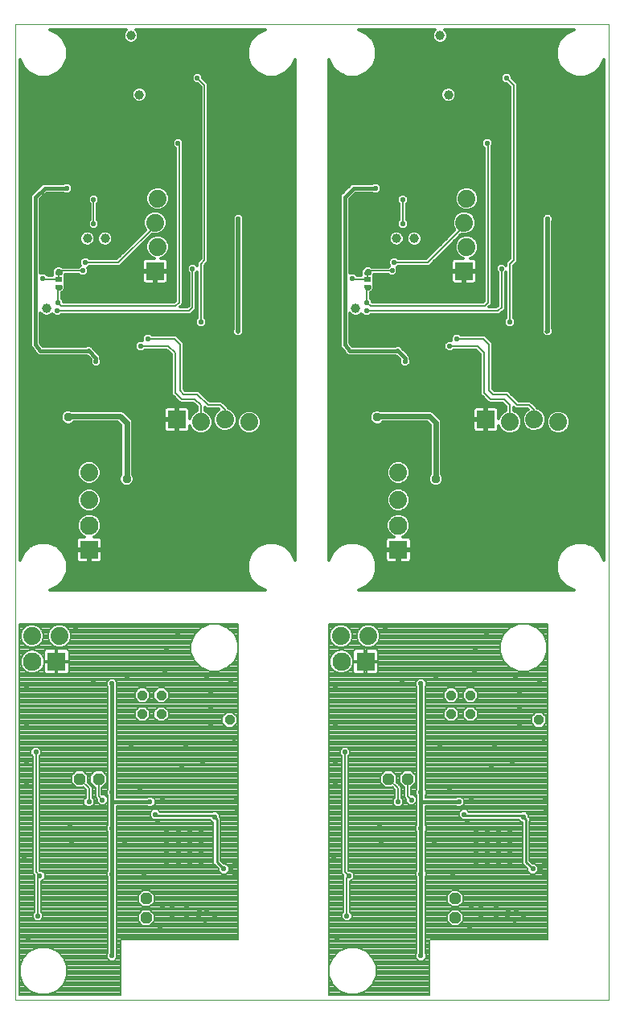
<source format=gbl>
G75*
G70*
%OFA0B0*%
%FSLAX25Y25*%
%IPPOS*%
%LPD*%
%AMOC8*
5,1,8,0,0,1.08239X$1,22.5*
%
%ADD109C,0.01100*%
%ADD125R,0.02200X0.02200*%
%ADD147C,0.02200*%
%ADD165C,0.00600*%
%ADD18C,0.02000*%
%ADD188C,0.07400*%
%ADD233OC8,0.02200*%
%ADD248C,0.02400*%
%ADD250OC8,0.04720*%
%ADD267C,0.01600*%
%ADD275OC8,0.04160*%
%ADD345R,0.03000X0.01000*%
%ADD382C,0.00900*%
%ADD42C,0.01200*%
%ADD431R,0.07600X0.07600*%
%ADD494R,0.07400X0.07400*%
%ADD579C,0.01000*%
%ADD582R,0.03000X0.02000*%
%ADD679C,0.00800*%
%ADD700C,0.07600*%
%ADD770C,0.03900*%
%ADD82C,0.03760*%
X0010000Y0010000D02*
G75*
%LPD*%
D188*
X0028400Y0160540D03*
X0017000Y0160540D03*
D431*
X0027220Y0149910D03*
D700*
X0017220Y0149910D03*
D679*
X0011900Y0165580D02*
X0102590Y0165580D01*
X0102590Y0034850D01*
X0053910Y0034850D01*
X0053640Y0034590D01*
X0053640Y0011900D01*
X0011900Y0011900D01*
X0011900Y0165580D01*
X0011900Y0164880D02*
X0015200Y0164880D01*
X0014340Y0164530D02*
X0016070Y0165240D01*
X0017940Y0165240D01*
X0019670Y0164530D01*
X0020990Y0163200D01*
X0021700Y0161480D01*
X0021700Y0159610D01*
X0020990Y0157880D01*
X0019670Y0156560D01*
X0017940Y0155840D01*
X0016070Y0155840D01*
X0014340Y0156560D01*
X0013020Y0157880D01*
X0012300Y0159610D01*
X0012300Y0161480D01*
X0013020Y0163200D01*
X0014340Y0164530D01*
X0013910Y0164100D02*
X0011900Y0164100D01*
X0011900Y0163310D02*
X0013130Y0163310D01*
X0012740Y0162530D02*
X0011900Y0162530D01*
X0011900Y0161740D02*
X0012410Y0161740D01*
X0012300Y0160960D02*
X0011900Y0160960D01*
X0011900Y0160170D02*
X0012300Y0160170D01*
X0012400Y0159390D02*
X0011900Y0159390D01*
X0011900Y0158600D02*
X0012720Y0158600D01*
X0013080Y0157820D02*
X0011900Y0157820D01*
X0011900Y0157030D02*
X0013870Y0157030D01*
X0015100Y0156250D02*
X0011900Y0156250D01*
X0011900Y0155460D02*
X0082900Y0155460D01*
X0082900Y0154680D02*
X0032040Y0154680D01*
X0032140Y0154570D02*
X0031880Y0154830D01*
X0031560Y0155020D01*
X0031200Y0155110D01*
X0027620Y0155110D01*
X0027620Y0150310D01*
X0032420Y0150310D01*
X0032420Y0153900D01*
X0032320Y0154250D01*
X0032140Y0154570D01*
X0032420Y0153890D02*
X0082900Y0153890D01*
X0082900Y0153720D02*
X0084390Y0150130D01*
X0087140Y0147380D01*
X0090730Y0145890D01*
X0094620Y0145890D01*
X0098210Y0147380D01*
X0100960Y0150130D01*
X0102450Y0153720D01*
X0102450Y0157610D01*
X0100960Y0161200D01*
X0098210Y0163950D01*
X0094620Y0165440D01*
X0090730Y0165440D01*
X0087140Y0163950D01*
X0084390Y0161200D01*
X0082900Y0157610D01*
X0082900Y0153720D01*
X0083160Y0153110D02*
X0032420Y0153110D01*
X0032420Y0152320D02*
X0083480Y0152320D01*
X0083810Y0151540D02*
X0032420Y0151540D01*
X0032420Y0150750D02*
X0084130Y0150750D01*
X0084550Y0149970D02*
X0027620Y0149970D01*
X0027620Y0150310D02*
X0027620Y0149510D01*
X0027620Y0144710D01*
X0031200Y0144710D01*
X0031560Y0144810D01*
X0031880Y0144990D01*
X0032140Y0145250D01*
X0032320Y0145570D01*
X0032420Y0145930D01*
X0032420Y0149510D01*
X0027620Y0149510D01*
X0026820Y0149510D01*
X0026820Y0144710D01*
X0023230Y0144710D01*
X0022880Y0144810D01*
X0022560Y0144990D01*
X0022300Y0145250D01*
X0022110Y0145570D01*
X0022020Y0145930D01*
X0022020Y0149510D01*
X0026820Y0149510D01*
X0026820Y0150310D01*
X0026820Y0155110D01*
X0023230Y0155110D01*
X0022880Y0155020D01*
X0022560Y0154830D01*
X0022300Y0154570D01*
X0022110Y0154250D01*
X0022020Y0153900D01*
X0022020Y0150310D01*
X0026820Y0150310D01*
X0027620Y0150310D01*
X0027620Y0150750D02*
X0026820Y0150750D01*
X0026820Y0149970D02*
X0022020Y0149970D01*
X0022020Y0150750D02*
X0022020Y0150750D01*
X0022020Y0150870D02*
X0021290Y0152630D01*
X0019940Y0153980D01*
X0018170Y0154710D01*
X0016260Y0154710D01*
X0014500Y0153980D01*
X0013150Y0152630D01*
X0012420Y0150870D01*
X0012420Y0148960D01*
X0013150Y0147190D01*
X0014500Y0145840D01*
X0016260Y0145110D01*
X0018170Y0145110D01*
X0019940Y0145840D01*
X0021290Y0147190D01*
X0022020Y0148960D01*
X0022020Y0150870D01*
X0022020Y0151540D02*
X0021740Y0151540D01*
X0022020Y0152320D02*
X0021420Y0152320D01*
X0022020Y0153110D02*
X0020810Y0153110D01*
X0020030Y0153890D02*
X0022020Y0153890D01*
X0022400Y0154680D02*
X0018260Y0154680D01*
X0018910Y0156250D02*
X0026500Y0156250D01*
X0025740Y0156560D02*
X0027470Y0155840D01*
X0029340Y0155840D01*
X0031070Y0156560D01*
X0032390Y0157880D01*
X0033100Y0159610D01*
X0033100Y0161480D01*
X0032390Y0163200D01*
X0031070Y0164530D01*
X0029340Y0165240D01*
X0027470Y0165240D01*
X0025740Y0164530D01*
X0024420Y0163200D01*
X0023700Y0161480D01*
X0023700Y0159610D01*
X0024420Y0157880D01*
X0025740Y0156560D01*
X0025270Y0157030D02*
X0020140Y0157030D01*
X0020920Y0157820D02*
X0024480Y0157820D01*
X0024120Y0158600D02*
X0021290Y0158600D01*
X0021610Y0159390D02*
X0023800Y0159390D01*
X0023700Y0160170D02*
X0021700Y0160170D01*
X0021700Y0160960D02*
X0023700Y0160960D01*
X0023810Y0161740D02*
X0021600Y0161740D01*
X0021270Y0162530D02*
X0024140Y0162530D01*
X0024530Y0163310D02*
X0020880Y0163310D01*
X0020100Y0164100D02*
X0025310Y0164100D01*
X0026600Y0164880D02*
X0018810Y0164880D01*
X0016180Y0154680D02*
X0011900Y0154680D01*
X0011900Y0153890D02*
X0014410Y0153890D01*
X0013620Y0153110D02*
X0011900Y0153110D01*
X0011900Y0152320D02*
X0013020Y0152320D01*
X0012700Y0151540D02*
X0011900Y0151540D01*
X0011900Y0150750D02*
X0012420Y0150750D01*
X0012420Y0149970D02*
X0011900Y0149970D01*
X0011900Y0149180D02*
X0012420Y0149180D01*
X0012650Y0148400D02*
X0011900Y0148400D01*
X0011900Y0147610D02*
X0012980Y0147610D01*
X0013520Y0146830D02*
X0011900Y0146830D01*
X0011900Y0146040D02*
X0014300Y0146040D01*
X0015920Y0145260D02*
X0011900Y0145260D01*
X0011900Y0144470D02*
X0102590Y0144470D01*
X0102590Y0143690D02*
X0011900Y0143690D01*
X0011900Y0142900D02*
X0102590Y0142900D01*
X0102590Y0142120D02*
X0051720Y0142120D01*
X0052260Y0141570D02*
X0051030Y0142800D01*
X0049290Y0142800D01*
X0048060Y0141570D01*
X0048060Y0139830D01*
X0048360Y0139530D01*
X0048360Y0096990D01*
X0048060Y0096690D01*
X0048060Y0094950D01*
X0048360Y0094650D01*
X0048360Y0082030D01*
X0048060Y0081730D01*
X0048060Y0079990D01*
X0048360Y0079690D01*
X0048360Y0063130D01*
X0048060Y0062830D01*
X0021550Y0062830D01*
X0021110Y0063280D02*
X0019970Y0063280D01*
X0019960Y0063290D01*
X0019960Y0110690D01*
X0020760Y0111490D01*
X0020760Y0113230D01*
X0019530Y0114460D01*
X0017790Y0114460D01*
X0016560Y0113230D01*
X0016560Y0111490D01*
X0017360Y0110690D01*
X0017360Y0062210D01*
X0018140Y0061440D01*
X0018140Y0060310D01*
X0018150Y0060290D01*
X0018150Y0046310D01*
X0017350Y0045510D01*
X0017350Y0043770D01*
X0018580Y0042540D01*
X0020320Y0042540D01*
X0021550Y0043770D01*
X0021550Y0045510D01*
X0020750Y0046310D01*
X0020750Y0059080D01*
X0021110Y0059080D01*
X0022340Y0060310D01*
X0022340Y0062050D01*
X0021110Y0063280D01*
X0019960Y0063620D02*
X0048360Y0063620D01*
X0048360Y0064400D02*
X0019960Y0064400D01*
X0019960Y0065190D02*
X0048360Y0065190D01*
X0048360Y0065970D02*
X0019960Y0065970D01*
X0019960Y0066760D02*
X0048360Y0066760D01*
X0048360Y0067540D02*
X0019960Y0067540D01*
X0019960Y0068330D02*
X0048360Y0068330D01*
X0048360Y0069110D02*
X0019960Y0069110D01*
X0019960Y0069900D02*
X0048360Y0069900D01*
X0048360Y0070680D02*
X0019960Y0070680D01*
X0019960Y0071470D02*
X0048360Y0071470D01*
X0048360Y0072250D02*
X0019960Y0072250D01*
X0019960Y0073040D02*
X0048360Y0073040D01*
X0048360Y0073820D02*
X0019960Y0073820D01*
X0019960Y0074610D02*
X0048360Y0074610D01*
X0048360Y0075390D02*
X0019960Y0075390D01*
X0019960Y0076180D02*
X0048360Y0076180D01*
X0048360Y0076960D02*
X0019960Y0076960D01*
X0019960Y0077750D02*
X0048360Y0077750D01*
X0048360Y0078530D02*
X0019960Y0078530D01*
X0019960Y0079320D02*
X0048360Y0079320D01*
X0048060Y0080100D02*
X0019960Y0080100D01*
X0019960Y0080890D02*
X0048060Y0080890D01*
X0048060Y0081670D02*
X0019960Y0081670D01*
X0019960Y0082460D02*
X0048360Y0082460D01*
X0048360Y0083240D02*
X0019960Y0083240D01*
X0019960Y0084030D02*
X0048360Y0084030D01*
X0048360Y0084810D02*
X0019960Y0084810D01*
X0019960Y0085600D02*
X0048360Y0085600D01*
X0048360Y0086380D02*
X0019960Y0086380D01*
X0019960Y0087170D02*
X0048360Y0087170D01*
X0048360Y0087950D02*
X0019960Y0087950D01*
X0019960Y0088740D02*
X0048360Y0088740D01*
X0048360Y0089520D02*
X0019960Y0089520D01*
X0019960Y0090310D02*
X0039320Y0090310D01*
X0039840Y0089780D02*
X0041580Y0089780D01*
X0042810Y0091010D01*
X0042810Y0092750D01*
X0042010Y0093550D01*
X0042010Y0097940D01*
X0041250Y0098700D01*
X0040070Y0099880D01*
X0040130Y0099940D01*
X0040130Y0102730D01*
X0038160Y0104700D01*
X0035380Y0104700D01*
X0033410Y0102730D01*
X0033410Y0099940D01*
X0035380Y0097970D01*
X0038160Y0097970D01*
X0038230Y0098040D01*
X0039410Y0096860D01*
X0039410Y0093550D01*
X0038610Y0092750D01*
X0038610Y0091010D01*
X0039840Y0089780D01*
X0038610Y0091090D02*
X0019960Y0091090D01*
X0019960Y0091880D02*
X0038610Y0091880D01*
X0038610Y0092660D02*
X0019960Y0092660D01*
X0019960Y0093450D02*
X0039300Y0093450D01*
X0039410Y0094230D02*
X0019960Y0094230D01*
X0019960Y0095020D02*
X0039410Y0095020D01*
X0039410Y0095800D02*
X0019960Y0095800D01*
X0019960Y0096590D02*
X0039410Y0096590D01*
X0038900Y0097370D02*
X0019960Y0097370D01*
X0019960Y0098160D02*
X0035200Y0098160D01*
X0034410Y0098940D02*
X0019960Y0098940D01*
X0019960Y0099730D02*
X0033630Y0099730D01*
X0033410Y0100510D02*
X0019960Y0100510D01*
X0019960Y0101300D02*
X0033410Y0101300D01*
X0033410Y0102080D02*
X0019960Y0102080D01*
X0019960Y0102870D02*
X0033550Y0102870D01*
X0034330Y0103650D02*
X0019960Y0103650D01*
X0019960Y0104440D02*
X0035120Y0104440D01*
X0038420Y0104440D02*
X0042990Y0104440D01*
X0043250Y0104700D02*
X0041280Y0102730D01*
X0041280Y0099940D01*
X0043250Y0097970D01*
X0043350Y0097970D01*
X0043350Y0093710D01*
X0044120Y0092930D01*
X0044120Y0091800D01*
X0045350Y0090570D01*
X0047090Y0090570D01*
X0048320Y0091800D01*
X0048320Y0093540D01*
X0047090Y0094770D01*
X0045960Y0094770D01*
X0045950Y0094790D01*
X0045950Y0097970D01*
X0046040Y0097970D01*
X0048010Y0099940D01*
X0048010Y0102730D01*
X0046040Y0104700D01*
X0043250Y0104700D01*
X0042210Y0103650D02*
X0039210Y0103650D01*
X0039990Y0102870D02*
X0041420Y0102870D01*
X0041280Y0102080D02*
X0040130Y0102080D01*
X0040130Y0101300D02*
X0041280Y0101300D01*
X0041280Y0100510D02*
X0040130Y0100510D01*
X0040220Y0099730D02*
X0041500Y0099730D01*
X0041000Y0098940D02*
X0042280Y0098940D01*
X0041790Y0098160D02*
X0043070Y0098160D01*
X0043350Y0097370D02*
X0042010Y0097370D01*
X0042010Y0096590D02*
X0043350Y0096590D01*
X0043350Y0095800D02*
X0042010Y0095800D01*
X0042010Y0095020D02*
X0043350Y0095020D01*
X0043350Y0094230D02*
X0042010Y0094230D01*
X0042120Y0093450D02*
X0043610Y0093450D01*
X0044120Y0092660D02*
X0042810Y0092660D01*
X0042810Y0091880D02*
X0044120Y0091880D01*
X0044830Y0091090D02*
X0042810Y0091090D01*
X0042100Y0090310D02*
X0048360Y0090310D01*
X0048360Y0091090D02*
X0047610Y0091090D01*
X0048320Y0091880D02*
X0048360Y0091880D01*
X0048360Y0092660D02*
X0048320Y0092660D01*
X0048360Y0093450D02*
X0048320Y0093450D01*
X0048360Y0094230D02*
X0047630Y0094230D01*
X0048060Y0095020D02*
X0045950Y0095020D01*
X0045950Y0095800D02*
X0048060Y0095800D01*
X0048060Y0096590D02*
X0045950Y0096590D01*
X0045950Y0097370D02*
X0048360Y0097370D01*
X0048360Y0098160D02*
X0046220Y0098160D01*
X0047010Y0098940D02*
X0048360Y0098940D01*
X0048360Y0099730D02*
X0047790Y0099730D01*
X0048010Y0100510D02*
X0048360Y0100510D01*
X0048360Y0101300D02*
X0048010Y0101300D01*
X0048010Y0102080D02*
X0048360Y0102080D01*
X0048360Y0102870D02*
X0047870Y0102870D01*
X0048360Y0103650D02*
X0047080Y0103650D01*
X0046300Y0104440D02*
X0048360Y0104440D01*
X0048360Y0105220D02*
X0019960Y0105220D01*
X0019960Y0106010D02*
X0048360Y0106010D01*
X0048360Y0106790D02*
X0019960Y0106790D01*
X0019960Y0107580D02*
X0048360Y0107580D01*
X0048360Y0108360D02*
X0019960Y0108360D01*
X0019960Y0109150D02*
X0048360Y0109150D01*
X0048360Y0109930D02*
X0019960Y0109930D01*
X0019990Y0110720D02*
X0048360Y0110720D01*
X0048360Y0111500D02*
X0020760Y0111500D01*
X0020760Y0112290D02*
X0048360Y0112290D01*
X0048360Y0113070D02*
X0020760Y0113070D01*
X0020130Y0113860D02*
X0048360Y0113860D01*
X0048360Y0114640D02*
X0011900Y0114640D01*
X0011900Y0113860D02*
X0017190Y0113860D01*
X0016560Y0113070D02*
X0011900Y0113070D01*
X0011900Y0112290D02*
X0016560Y0112290D01*
X0016560Y0111500D02*
X0011900Y0111500D01*
X0011900Y0110720D02*
X0017330Y0110720D01*
X0017360Y0109930D02*
X0011900Y0109930D01*
X0011900Y0109150D02*
X0017360Y0109150D01*
X0017360Y0108360D02*
X0011900Y0108360D01*
X0011900Y0107580D02*
X0017360Y0107580D01*
X0017360Y0106790D02*
X0011900Y0106790D01*
X0011900Y0106010D02*
X0017360Y0106010D01*
X0017360Y0105220D02*
X0011900Y0105220D01*
X0011900Y0104440D02*
X0017360Y0104440D01*
X0017360Y0103650D02*
X0011900Y0103650D01*
X0011900Y0102870D02*
X0017360Y0102870D01*
X0017360Y0102080D02*
X0011900Y0102080D01*
X0011900Y0101300D02*
X0017360Y0101300D01*
X0017360Y0100510D02*
X0011900Y0100510D01*
X0011900Y0099730D02*
X0017360Y0099730D01*
X0017360Y0098940D02*
X0011900Y0098940D01*
X0011900Y0098160D02*
X0017360Y0098160D01*
X0017360Y0097370D02*
X0011900Y0097370D01*
X0011900Y0096590D02*
X0017360Y0096590D01*
X0017360Y0095800D02*
X0011900Y0095800D01*
X0011900Y0095020D02*
X0017360Y0095020D01*
X0017360Y0094230D02*
X0011900Y0094230D01*
X0011900Y0093450D02*
X0017360Y0093450D01*
X0017360Y0092660D02*
X0011900Y0092660D01*
X0011900Y0091880D02*
X0017360Y0091880D01*
X0017360Y0091090D02*
X0011900Y0091090D01*
X0011900Y0090310D02*
X0017360Y0090310D01*
X0017360Y0089520D02*
X0011900Y0089520D01*
X0011900Y0088740D02*
X0017360Y0088740D01*
X0017360Y0087950D02*
X0011900Y0087950D01*
X0011900Y0087170D02*
X0017360Y0087170D01*
X0017360Y0086380D02*
X0011900Y0086380D01*
X0011900Y0085600D02*
X0017360Y0085600D01*
X0017360Y0084810D02*
X0011900Y0084810D01*
X0011900Y0084030D02*
X0017360Y0084030D01*
X0017360Y0083240D02*
X0011900Y0083240D01*
X0011900Y0082460D02*
X0017360Y0082460D01*
X0017360Y0081670D02*
X0011900Y0081670D01*
X0011900Y0080890D02*
X0017360Y0080890D01*
X0017360Y0080100D02*
X0011900Y0080100D01*
X0011900Y0079320D02*
X0017360Y0079320D01*
X0017360Y0078530D02*
X0011900Y0078530D01*
X0011900Y0077750D02*
X0017360Y0077750D01*
X0017360Y0076960D02*
X0011900Y0076960D01*
X0011900Y0076180D02*
X0017360Y0076180D01*
X0017360Y0075390D02*
X0011900Y0075390D01*
X0011900Y0074610D02*
X0017360Y0074610D01*
X0017360Y0073820D02*
X0011900Y0073820D01*
X0011900Y0073040D02*
X0017360Y0073040D01*
X0017360Y0072250D02*
X0011900Y0072250D01*
X0011900Y0071470D02*
X0017360Y0071470D01*
X0017360Y0070680D02*
X0011900Y0070680D01*
X0011900Y0069900D02*
X0017360Y0069900D01*
X0017360Y0069110D02*
X0011900Y0069110D01*
X0011900Y0068330D02*
X0017360Y0068330D01*
X0017360Y0067540D02*
X0011900Y0067540D01*
X0011900Y0066760D02*
X0017360Y0066760D01*
X0017360Y0065970D02*
X0011900Y0065970D01*
X0011900Y0065190D02*
X0017360Y0065190D01*
X0017360Y0064400D02*
X0011900Y0064400D01*
X0011900Y0063620D02*
X0017360Y0063620D01*
X0017360Y0062830D02*
X0011900Y0062830D01*
X0011900Y0062050D02*
X0017530Y0062050D01*
X0018140Y0061260D02*
X0011900Y0061260D01*
X0011900Y0060480D02*
X0018140Y0060480D01*
X0018150Y0059690D02*
X0011900Y0059690D01*
X0011900Y0058910D02*
X0018150Y0058910D01*
X0018150Y0058120D02*
X0011900Y0058120D01*
X0011900Y0057340D02*
X0018150Y0057340D01*
X0018150Y0056550D02*
X0011900Y0056550D01*
X0011900Y0055770D02*
X0018150Y0055770D01*
X0018150Y0054980D02*
X0011900Y0054980D01*
X0011900Y0054200D02*
X0018150Y0054200D01*
X0018150Y0053410D02*
X0011900Y0053410D01*
X0011900Y0052630D02*
X0018150Y0052630D01*
X0018150Y0051840D02*
X0011900Y0051840D01*
X0011900Y0051060D02*
X0018150Y0051060D01*
X0018150Y0050270D02*
X0011900Y0050270D01*
X0011900Y0049490D02*
X0018150Y0049490D01*
X0018150Y0048700D02*
X0011900Y0048700D01*
X0011900Y0047920D02*
X0018150Y0047920D01*
X0018150Y0047130D02*
X0011900Y0047130D01*
X0011900Y0046350D02*
X0018150Y0046350D01*
X0017400Y0045560D02*
X0011900Y0045560D01*
X0011900Y0044780D02*
X0017350Y0044780D01*
X0017350Y0043990D02*
X0011900Y0043990D01*
X0011900Y0043210D02*
X0017910Y0043210D01*
X0020980Y0043210D02*
X0048360Y0043210D01*
X0048360Y0043990D02*
X0021550Y0043990D01*
X0021550Y0044780D02*
X0048360Y0044780D01*
X0048360Y0045560D02*
X0021500Y0045560D01*
X0020750Y0046350D02*
X0048360Y0046350D01*
X0048360Y0047130D02*
X0020750Y0047130D01*
X0020750Y0047920D02*
X0048360Y0047920D01*
X0048360Y0048700D02*
X0020750Y0048700D01*
X0020750Y0049490D02*
X0048360Y0049490D01*
X0048360Y0050270D02*
X0020750Y0050270D01*
X0020750Y0051060D02*
X0048360Y0051060D01*
X0048360Y0051840D02*
X0020750Y0051840D01*
X0020750Y0052630D02*
X0048360Y0052630D01*
X0048360Y0053410D02*
X0020750Y0053410D01*
X0020750Y0054200D02*
X0048360Y0054200D01*
X0048360Y0054980D02*
X0020750Y0054980D01*
X0020750Y0055770D02*
X0048360Y0055770D01*
X0048360Y0056550D02*
X0020750Y0056550D01*
X0020750Y0057340D02*
X0048360Y0057340D01*
X0048360Y0058120D02*
X0020750Y0058120D01*
X0020750Y0058910D02*
X0048360Y0058910D01*
X0048360Y0059690D02*
X0021720Y0059690D01*
X0022340Y0060480D02*
X0048360Y0060480D01*
X0048360Y0060790D02*
X0048360Y0029280D01*
X0048060Y0028980D01*
X0048060Y0027240D01*
X0049290Y0026010D01*
X0051030Y0026010D01*
X0052260Y0027240D01*
X0052260Y0028980D01*
X0051960Y0029280D01*
X0051960Y0060790D01*
X0052260Y0061090D01*
X0052260Y0062830D01*
X0094790Y0062830D01*
X0094440Y0063180D02*
X0094440Y0064100D01*
X0093100Y0065430D01*
X0092250Y0066280D01*
X0092250Y0083490D01*
X0091810Y0083490D01*
X0090750Y0084550D01*
X0069020Y0084550D01*
X0068980Y0084510D01*
X0067240Y0084510D01*
X0066010Y0085740D01*
X0066010Y0087480D01*
X0067240Y0088710D01*
X0068980Y0088710D01*
X0070040Y0087650D01*
X0091770Y0087650D01*
X0091810Y0087690D01*
X0093550Y0087690D01*
X0094780Y0086460D01*
X0094780Y0085680D01*
X0095250Y0085200D01*
X0095250Y0083920D01*
X0095150Y0083820D01*
X0095150Y0067490D01*
X0096490Y0066150D01*
X0097410Y0066150D01*
X0098640Y0064920D01*
X0098640Y0063180D01*
X0097410Y0061950D01*
X0095670Y0061950D01*
X0094440Y0063180D01*
X0094440Y0063620D02*
X0051960Y0063620D01*
X0051960Y0063130D02*
X0051960Y0079690D01*
X0052260Y0079990D01*
X0052260Y0081730D01*
X0051960Y0082030D01*
X0051960Y0090080D01*
X0064740Y0090080D01*
X0065040Y0089780D01*
X0066780Y0089780D01*
X0068010Y0091010D01*
X0068010Y0092750D01*
X0066780Y0093980D01*
X0065040Y0093980D01*
X0064740Y0093680D01*
X0051960Y0093680D01*
X0051960Y0094650D01*
X0052260Y0094950D01*
X0052260Y0096690D01*
X0051960Y0096990D01*
X0051960Y0139530D01*
X0052260Y0139830D01*
X0052260Y0141570D01*
X0052260Y0141330D02*
X0102590Y0141330D01*
X0102590Y0140550D02*
X0052260Y0140550D01*
X0052180Y0139760D02*
X0102590Y0139760D01*
X0102590Y0138980D02*
X0071990Y0138980D01*
X0071900Y0139060D02*
X0069350Y0139060D01*
X0067550Y0137250D01*
X0067550Y0134700D01*
X0069350Y0132900D01*
X0071900Y0132900D01*
X0073710Y0134700D01*
X0073710Y0137250D01*
X0071900Y0139060D01*
X0072770Y0138190D02*
X0102590Y0138190D01*
X0102590Y0137410D02*
X0073560Y0137410D01*
X0073710Y0136620D02*
X0102590Y0136620D01*
X0102590Y0135840D02*
X0073710Y0135840D01*
X0073710Y0135050D02*
X0102590Y0135050D01*
X0102590Y0134270D02*
X0073270Y0134270D01*
X0072480Y0133480D02*
X0102590Y0133480D01*
X0102590Y0132700D02*
X0051960Y0132700D01*
X0051960Y0133480D02*
X0060900Y0133480D01*
X0061480Y0132900D02*
X0064030Y0132900D01*
X0065830Y0134700D01*
X0065830Y0137250D01*
X0064030Y0139060D01*
X0061480Y0139060D01*
X0059680Y0137250D01*
X0059680Y0134700D01*
X0061480Y0132900D01*
X0061480Y0131180D02*
X0059680Y0129380D01*
X0059680Y0126830D01*
X0061480Y0125030D01*
X0064030Y0125030D01*
X0065830Y0126830D01*
X0065830Y0129380D01*
X0064030Y0131180D01*
X0061480Y0131180D01*
X0061420Y0131130D02*
X0051960Y0131130D01*
X0051960Y0131910D02*
X0102590Y0131910D01*
X0102590Y0131130D02*
X0071960Y0131130D01*
X0071900Y0131180D02*
X0069350Y0131180D01*
X0067550Y0129380D01*
X0067550Y0126830D01*
X0069350Y0125030D01*
X0071900Y0125030D01*
X0073710Y0126830D01*
X0073710Y0129380D01*
X0071900Y0131180D01*
X0072750Y0130340D02*
X0102590Y0130340D01*
X0102590Y0129560D02*
X0073530Y0129560D01*
X0073710Y0128770D02*
X0097650Y0128770D01*
X0097700Y0128820D02*
X0095900Y0127020D01*
X0095900Y0124470D01*
X0097700Y0122670D01*
X0100250Y0122670D01*
X0102050Y0124470D01*
X0102050Y0127020D01*
X0100250Y0128820D01*
X0097700Y0128820D01*
X0096870Y0127990D02*
X0073710Y0127990D01*
X0073710Y0127200D02*
X0096080Y0127200D01*
X0095900Y0126420D02*
X0073290Y0126420D01*
X0072510Y0125630D02*
X0095900Y0125630D01*
X0095900Y0124850D02*
X0051960Y0124850D01*
X0051960Y0125630D02*
X0060880Y0125630D01*
X0060090Y0126420D02*
X0051960Y0126420D01*
X0051960Y0127200D02*
X0059680Y0127200D01*
X0059680Y0127990D02*
X0051960Y0127990D01*
X0051960Y0128770D02*
X0059680Y0128770D01*
X0059850Y0129560D02*
X0051960Y0129560D01*
X0051960Y0130340D02*
X0060640Y0130340D01*
X0064090Y0131130D02*
X0069300Y0131130D01*
X0068510Y0130340D02*
X0064870Y0130340D01*
X0065660Y0129560D02*
X0067730Y0129560D01*
X0067550Y0128770D02*
X0065830Y0128770D01*
X0065830Y0127990D02*
X0067550Y0127990D01*
X0067550Y0127200D02*
X0065830Y0127200D01*
X0065420Y0126420D02*
X0067970Y0126420D01*
X0068750Y0125630D02*
X0064630Y0125630D01*
X0064610Y0133480D02*
X0068780Y0133480D01*
X0067990Y0134270D02*
X0065390Y0134270D01*
X0065830Y0135050D02*
X0067550Y0135050D01*
X0067550Y0135840D02*
X0065830Y0135840D01*
X0065830Y0136620D02*
X0067550Y0136620D01*
X0067700Y0137410D02*
X0065680Y0137410D01*
X0064900Y0138190D02*
X0068490Y0138190D01*
X0069270Y0138980D02*
X0064110Y0138980D01*
X0061400Y0138980D02*
X0051960Y0138980D01*
X0051960Y0138190D02*
X0060610Y0138190D01*
X0059830Y0137410D02*
X0051960Y0137410D01*
X0051960Y0136620D02*
X0059680Y0136620D01*
X0059680Y0135840D02*
X0051960Y0135840D01*
X0051960Y0135050D02*
X0059680Y0135050D01*
X0060120Y0134270D02*
X0051960Y0134270D01*
X0048360Y0134270D02*
X0011900Y0134270D01*
X0011900Y0135050D02*
X0048360Y0135050D01*
X0048360Y0135840D02*
X0011900Y0135840D01*
X0011900Y0136620D02*
X0048360Y0136620D01*
X0048360Y0137410D02*
X0011900Y0137410D01*
X0011900Y0138190D02*
X0048360Y0138190D01*
X0048360Y0138980D02*
X0011900Y0138980D01*
X0011900Y0139760D02*
X0048130Y0139760D01*
X0048060Y0140550D02*
X0011900Y0140550D01*
X0011900Y0141330D02*
X0048060Y0141330D01*
X0048600Y0142120D02*
X0011900Y0142120D01*
X0018520Y0145260D02*
X0022300Y0145260D01*
X0022020Y0146040D02*
X0020140Y0146040D01*
X0020920Y0146830D02*
X0022020Y0146830D01*
X0022020Y0147610D02*
X0021460Y0147610D01*
X0021790Y0148400D02*
X0022020Y0148400D01*
X0022020Y0149180D02*
X0022020Y0149180D01*
X0026820Y0149180D02*
X0027620Y0149180D01*
X0027620Y0148400D02*
X0026820Y0148400D01*
X0026820Y0147610D02*
X0027620Y0147610D01*
X0027620Y0146830D02*
X0026820Y0146830D01*
X0026820Y0146040D02*
X0027620Y0146040D01*
X0027620Y0145260D02*
X0026820Y0145260D01*
X0032140Y0145260D02*
X0102590Y0145260D01*
X0102590Y0146040D02*
X0094980Y0146040D01*
X0096880Y0146830D02*
X0102590Y0146830D01*
X0102590Y0147610D02*
X0098450Y0147610D01*
X0099230Y0148400D02*
X0102590Y0148400D01*
X0102590Y0149180D02*
X0100020Y0149180D01*
X0100800Y0149970D02*
X0102590Y0149970D01*
X0102590Y0150750D02*
X0101220Y0150750D01*
X0101550Y0151540D02*
X0102590Y0151540D01*
X0102590Y0152320D02*
X0101870Y0152320D01*
X0102200Y0153110D02*
X0102590Y0153110D01*
X0102590Y0153890D02*
X0102450Y0153890D01*
X0102450Y0154680D02*
X0102590Y0154680D01*
X0102590Y0155460D02*
X0102450Y0155460D01*
X0102450Y0156250D02*
X0102590Y0156250D01*
X0102590Y0157030D02*
X0102450Y0157030D01*
X0102370Y0157820D02*
X0102590Y0157820D01*
X0102590Y0158600D02*
X0102040Y0158600D01*
X0101720Y0159390D02*
X0102590Y0159390D01*
X0102590Y0160170D02*
X0101390Y0160170D01*
X0101060Y0160960D02*
X0102590Y0160960D01*
X0102590Y0161740D02*
X0100420Y0161740D01*
X0099640Y0162530D02*
X0102590Y0162530D01*
X0102590Y0163310D02*
X0098850Y0163310D01*
X0097860Y0164100D02*
X0102590Y0164100D01*
X0102590Y0164880D02*
X0095970Y0164880D01*
X0089390Y0164880D02*
X0030210Y0164880D01*
X0031500Y0164100D02*
X0087490Y0164100D01*
X0086500Y0163310D02*
X0032280Y0163310D01*
X0032670Y0162530D02*
X0085720Y0162530D01*
X0084930Y0161740D02*
X0033000Y0161740D01*
X0033100Y0160960D02*
X0084290Y0160960D01*
X0083960Y0160170D02*
X0033100Y0160170D01*
X0033010Y0159390D02*
X0083640Y0159390D01*
X0083310Y0158600D02*
X0032690Y0158600D01*
X0032320Y0157820D02*
X0082990Y0157820D01*
X0082900Y0157030D02*
X0031540Y0157030D01*
X0030310Y0156250D02*
X0082900Y0156250D01*
X0085340Y0149180D02*
X0032420Y0149180D01*
X0032420Y0148400D02*
X0086120Y0148400D01*
X0086910Y0147610D02*
X0032420Y0147610D01*
X0032420Y0146830D02*
X0088480Y0146830D01*
X0090370Y0146040D02*
X0032420Y0146040D01*
X0027620Y0151540D02*
X0026820Y0151540D01*
X0026820Y0152320D02*
X0027620Y0152320D01*
X0027620Y0153110D02*
X0026820Y0153110D01*
X0026820Y0153890D02*
X0027620Y0153890D01*
X0027620Y0154680D02*
X0026820Y0154680D01*
X0011900Y0133480D02*
X0048360Y0133480D01*
X0048360Y0132700D02*
X0011900Y0132700D01*
X0011900Y0131910D02*
X0048360Y0131910D01*
X0048360Y0131130D02*
X0011900Y0131130D01*
X0011900Y0130340D02*
X0048360Y0130340D01*
X0048360Y0129560D02*
X0011900Y0129560D01*
X0011900Y0128770D02*
X0048360Y0128770D01*
X0048360Y0127990D02*
X0011900Y0127990D01*
X0011900Y0127200D02*
X0048360Y0127200D01*
X0048360Y0126420D02*
X0011900Y0126420D01*
X0011900Y0125630D02*
X0048360Y0125630D01*
X0048360Y0124850D02*
X0011900Y0124850D01*
X0011900Y0124060D02*
X0048360Y0124060D01*
X0048360Y0123280D02*
X0011900Y0123280D01*
X0011900Y0122490D02*
X0048360Y0122490D01*
X0048360Y0121710D02*
X0011900Y0121710D01*
X0011900Y0120920D02*
X0048360Y0120920D01*
X0048360Y0120140D02*
X0011900Y0120140D01*
X0011900Y0119350D02*
X0048360Y0119350D01*
X0048360Y0118570D02*
X0011900Y0118570D01*
X0011900Y0117780D02*
X0048360Y0117780D01*
X0048360Y0117000D02*
X0011900Y0117000D01*
X0011900Y0116210D02*
X0048360Y0116210D01*
X0048360Y0115430D02*
X0011900Y0115430D01*
X0051960Y0115430D02*
X0102590Y0115430D01*
X0102590Y0116210D02*
X0051960Y0116210D01*
X0051960Y0117000D02*
X0102590Y0117000D01*
X0102590Y0117780D02*
X0051960Y0117780D01*
X0051960Y0118570D02*
X0102590Y0118570D01*
X0102590Y0119350D02*
X0051960Y0119350D01*
X0051960Y0120140D02*
X0102590Y0120140D01*
X0102590Y0120920D02*
X0051960Y0120920D01*
X0051960Y0121710D02*
X0102590Y0121710D01*
X0102590Y0122490D02*
X0051960Y0122490D01*
X0051960Y0123280D02*
X0097090Y0123280D01*
X0096310Y0124060D02*
X0051960Y0124060D01*
X0051960Y0114640D02*
X0102590Y0114640D01*
X0102590Y0113860D02*
X0051960Y0113860D01*
X0051960Y0113070D02*
X0102590Y0113070D01*
X0102590Y0112290D02*
X0051960Y0112290D01*
X0051960Y0111500D02*
X0102590Y0111500D01*
X0102590Y0110720D02*
X0051960Y0110720D01*
X0051960Y0109930D02*
X0102590Y0109930D01*
X0102590Y0109150D02*
X0051960Y0109150D01*
X0051960Y0108360D02*
X0102590Y0108360D01*
X0102590Y0107580D02*
X0051960Y0107580D01*
X0051960Y0106790D02*
X0102590Y0106790D01*
X0102590Y0106010D02*
X0051960Y0106010D01*
X0051960Y0105220D02*
X0102590Y0105220D01*
X0102590Y0104440D02*
X0051960Y0104440D01*
X0051960Y0103650D02*
X0102590Y0103650D01*
X0102590Y0102870D02*
X0051960Y0102870D01*
X0051960Y0102080D02*
X0102590Y0102080D01*
X0102590Y0101300D02*
X0051960Y0101300D01*
X0051960Y0100510D02*
X0102590Y0100510D01*
X0102590Y0099730D02*
X0051960Y0099730D01*
X0051960Y0098940D02*
X0102590Y0098940D01*
X0102590Y0098160D02*
X0051960Y0098160D01*
X0051960Y0097370D02*
X0102590Y0097370D01*
X0102590Y0096590D02*
X0052260Y0096590D01*
X0052260Y0095800D02*
X0102590Y0095800D01*
X0102590Y0095020D02*
X0052260Y0095020D01*
X0051960Y0094230D02*
X0102590Y0094230D01*
X0102590Y0093450D02*
X0067310Y0093450D01*
X0068010Y0092660D02*
X0102590Y0092660D01*
X0102590Y0091880D02*
X0068010Y0091880D01*
X0068010Y0091090D02*
X0102590Y0091090D01*
X0102590Y0090310D02*
X0067300Y0090310D01*
X0066480Y0087950D02*
X0051960Y0087950D01*
X0051960Y0087170D02*
X0066010Y0087170D01*
X0066010Y0086380D02*
X0051960Y0086380D01*
X0051960Y0085600D02*
X0066150Y0085600D01*
X0066940Y0084810D02*
X0051960Y0084810D01*
X0051960Y0084030D02*
X0091270Y0084030D01*
X0092250Y0083240D02*
X0051960Y0083240D01*
X0051960Y0082460D02*
X0092250Y0082460D01*
X0092250Y0081670D02*
X0052260Y0081670D01*
X0052260Y0080890D02*
X0092250Y0080890D01*
X0092250Y0080100D02*
X0052260Y0080100D01*
X0051960Y0079320D02*
X0092250Y0079320D01*
X0092250Y0078530D02*
X0051960Y0078530D01*
X0051960Y0077750D02*
X0092250Y0077750D01*
X0092250Y0076960D02*
X0051960Y0076960D01*
X0051960Y0076180D02*
X0092250Y0076180D01*
X0092250Y0075390D02*
X0051960Y0075390D01*
X0051960Y0074610D02*
X0092250Y0074610D01*
X0092250Y0073820D02*
X0051960Y0073820D01*
X0051960Y0073040D02*
X0092250Y0073040D01*
X0092250Y0072250D02*
X0051960Y0072250D01*
X0051960Y0071470D02*
X0092250Y0071470D01*
X0092250Y0070680D02*
X0051960Y0070680D01*
X0051960Y0069900D02*
X0092250Y0069900D01*
X0092250Y0069110D02*
X0051960Y0069110D01*
X0051960Y0068330D02*
X0092250Y0068330D01*
X0092250Y0067540D02*
X0051960Y0067540D01*
X0051960Y0066760D02*
X0092250Y0066760D01*
X0092560Y0065970D02*
X0051960Y0065970D01*
X0051960Y0065190D02*
X0093350Y0065190D01*
X0094130Y0064400D02*
X0051960Y0064400D01*
X0051960Y0063130D02*
X0052260Y0062830D01*
X0052260Y0062050D02*
X0095570Y0062050D01*
X0097500Y0062050D02*
X0102590Y0062050D01*
X0102590Y0062830D02*
X0098290Y0062830D01*
X0098640Y0063620D02*
X0102590Y0063620D01*
X0102590Y0064400D02*
X0098640Y0064400D01*
X0098370Y0065190D02*
X0102590Y0065190D01*
X0102590Y0065970D02*
X0097590Y0065970D01*
X0095880Y0066760D02*
X0102590Y0066760D01*
X0102590Y0067540D02*
X0095150Y0067540D01*
X0095150Y0068330D02*
X0102590Y0068330D01*
X0102590Y0069110D02*
X0095150Y0069110D01*
X0095150Y0069900D02*
X0102590Y0069900D01*
X0102590Y0070680D02*
X0095150Y0070680D01*
X0095150Y0071470D02*
X0102590Y0071470D01*
X0102590Y0072250D02*
X0095150Y0072250D01*
X0095150Y0073040D02*
X0102590Y0073040D01*
X0102590Y0073820D02*
X0095150Y0073820D01*
X0095150Y0074610D02*
X0102590Y0074610D01*
X0102590Y0075390D02*
X0095150Y0075390D01*
X0095150Y0076180D02*
X0102590Y0076180D01*
X0102590Y0076960D02*
X0095150Y0076960D01*
X0095150Y0077750D02*
X0102590Y0077750D01*
X0102590Y0078530D02*
X0095150Y0078530D01*
X0095150Y0079320D02*
X0102590Y0079320D01*
X0102590Y0080100D02*
X0095150Y0080100D01*
X0095150Y0080890D02*
X0102590Y0080890D01*
X0102590Y0081670D02*
X0095150Y0081670D01*
X0095150Y0082460D02*
X0102590Y0082460D01*
X0102590Y0083240D02*
X0095150Y0083240D01*
X0095250Y0084030D02*
X0102590Y0084030D01*
X0102590Y0084810D02*
X0095250Y0084810D01*
X0094860Y0085600D02*
X0102590Y0085600D01*
X0102590Y0086380D02*
X0094780Y0086380D01*
X0094070Y0087170D02*
X0102590Y0087170D01*
X0102590Y0087950D02*
X0069740Y0087950D01*
X0051960Y0088740D02*
X0102590Y0088740D01*
X0102590Y0089520D02*
X0051960Y0089520D01*
X0048060Y0062830D02*
X0048060Y0061090D01*
X0048360Y0060790D01*
X0048060Y0061260D02*
X0022340Y0061260D01*
X0022340Y0062050D02*
X0048060Y0062050D01*
X0051960Y0060480D02*
X0102590Y0060480D01*
X0102590Y0061260D02*
X0052260Y0061260D01*
X0051960Y0059690D02*
X0102590Y0059690D01*
X0102590Y0058910D02*
X0051960Y0058910D01*
X0051960Y0058120D02*
X0102590Y0058120D01*
X0102590Y0057340D02*
X0051960Y0057340D01*
X0051960Y0056550D02*
X0102590Y0056550D01*
X0102590Y0055770D02*
X0051960Y0055770D01*
X0051960Y0054980D02*
X0062830Y0054980D01*
X0062940Y0055090D02*
X0060970Y0053120D01*
X0060970Y0050330D01*
X0062940Y0048370D01*
X0065720Y0048370D01*
X0067690Y0050330D01*
X0067690Y0053120D01*
X0065720Y0055090D01*
X0062940Y0055090D01*
X0062040Y0054200D02*
X0051960Y0054200D01*
X0051960Y0053410D02*
X0061260Y0053410D01*
X0060970Y0052630D02*
X0051960Y0052630D01*
X0051960Y0051840D02*
X0060970Y0051840D01*
X0060970Y0051060D02*
X0051960Y0051060D01*
X0051960Y0050270D02*
X0061030Y0050270D01*
X0061820Y0049490D02*
X0051960Y0049490D01*
X0051960Y0048700D02*
X0062600Y0048700D01*
X0062940Y0047220D02*
X0060970Y0045250D01*
X0060970Y0042460D01*
X0062940Y0040490D01*
X0065720Y0040490D01*
X0067690Y0042460D01*
X0067690Y0045250D01*
X0065720Y0047220D01*
X0062940Y0047220D01*
X0062850Y0047130D02*
X0051960Y0047130D01*
X0051960Y0046350D02*
X0062070Y0046350D01*
X0061280Y0045560D02*
X0051960Y0045560D01*
X0051960Y0044780D02*
X0060970Y0044780D01*
X0060970Y0043990D02*
X0051960Y0043990D01*
X0051960Y0043210D02*
X0060970Y0043210D01*
X0061010Y0042420D02*
X0051960Y0042420D01*
X0051960Y0041640D02*
X0061790Y0041640D01*
X0062580Y0040850D02*
X0051960Y0040850D01*
X0051960Y0040070D02*
X0102590Y0040070D01*
X0102590Y0040850D02*
X0066080Y0040850D01*
X0066870Y0041640D02*
X0102590Y0041640D01*
X0102590Y0042420D02*
X0067650Y0042420D01*
X0067690Y0043210D02*
X0102590Y0043210D01*
X0102590Y0043990D02*
X0067690Y0043990D01*
X0067690Y0044780D02*
X0102590Y0044780D01*
X0102590Y0045560D02*
X0067380Y0045560D01*
X0066590Y0046350D02*
X0102590Y0046350D01*
X0102590Y0047130D02*
X0065810Y0047130D01*
X0066060Y0048700D02*
X0102590Y0048700D01*
X0102590Y0047920D02*
X0051960Y0047920D01*
X0048360Y0042420D02*
X0011900Y0042420D01*
X0011900Y0041640D02*
X0048360Y0041640D01*
X0048360Y0040850D02*
X0011900Y0040850D01*
X0011900Y0040070D02*
X0048360Y0040070D01*
X0048360Y0039280D02*
X0011900Y0039280D01*
X0011900Y0038500D02*
X0048360Y0038500D01*
X0048360Y0037710D02*
X0011900Y0037710D01*
X0011900Y0036930D02*
X0048360Y0036930D01*
X0048360Y0036140D02*
X0011900Y0036140D01*
X0011900Y0035360D02*
X0048360Y0035360D01*
X0048360Y0034570D02*
X0011900Y0034570D01*
X0011900Y0033790D02*
X0048360Y0033790D01*
X0048360Y0033000D02*
X0011900Y0033000D01*
X0011900Y0032220D02*
X0048360Y0032220D01*
X0048360Y0031430D02*
X0024120Y0031430D01*
X0023760Y0031580D02*
X0019870Y0031580D01*
X0016270Y0030090D01*
X0013520Y0027340D01*
X0012040Y0023750D01*
X0012040Y0019860D01*
X0013520Y0016270D01*
X0016270Y0013520D01*
X0019870Y0012030D01*
X0023760Y0012030D01*
X0027350Y0013520D01*
X0030100Y0016270D01*
X0031580Y0019860D01*
X0031580Y0023750D01*
X0030100Y0027340D01*
X0027350Y0030090D01*
X0023760Y0031580D01*
X0026010Y0030650D02*
X0048360Y0030650D01*
X0048360Y0029860D02*
X0027580Y0029860D01*
X0028360Y0029080D02*
X0048160Y0029080D01*
X0048060Y0028290D02*
X0029150Y0028290D01*
X0029930Y0027510D02*
X0048060Y0027510D01*
X0048570Y0026720D02*
X0030350Y0026720D01*
X0030680Y0025930D02*
X0053640Y0025930D01*
X0053640Y0025150D02*
X0031010Y0025150D01*
X0031330Y0024360D02*
X0053640Y0024360D01*
X0053640Y0023580D02*
X0031580Y0023580D01*
X0031580Y0022790D02*
X0053640Y0022790D01*
X0053640Y0022010D02*
X0031580Y0022010D01*
X0031580Y0021220D02*
X0053640Y0021220D01*
X0053640Y0020440D02*
X0031580Y0020440D01*
X0031500Y0019650D02*
X0053640Y0019650D01*
X0053640Y0018870D02*
X0031170Y0018870D01*
X0030850Y0018080D02*
X0053640Y0018080D01*
X0053640Y0017300D02*
X0030520Y0017300D01*
X0030200Y0016510D02*
X0053640Y0016510D01*
X0053640Y0015730D02*
X0029560Y0015730D01*
X0028770Y0014940D02*
X0053640Y0014940D01*
X0053640Y0014160D02*
X0027990Y0014160D01*
X0027000Y0013370D02*
X0053640Y0013370D01*
X0053640Y0012590D02*
X0025100Y0012590D01*
X0018520Y0012590D02*
X0011900Y0012590D01*
X0011900Y0013370D02*
X0016620Y0013370D01*
X0015630Y0014160D02*
X0011900Y0014160D01*
X0011900Y0014940D02*
X0014850Y0014940D01*
X0014060Y0015730D02*
X0011900Y0015730D01*
X0011900Y0016510D02*
X0013420Y0016510D01*
X0013100Y0017300D02*
X0011900Y0017300D01*
X0011900Y0018080D02*
X0012770Y0018080D01*
X0012450Y0018870D02*
X0011900Y0018870D01*
X0011900Y0019650D02*
X0012120Y0019650D01*
X0012040Y0020440D02*
X0011900Y0020440D01*
X0011900Y0021220D02*
X0012040Y0021220D01*
X0012040Y0022010D02*
X0011900Y0022010D01*
X0011900Y0022790D02*
X0012040Y0022790D01*
X0012040Y0023580D02*
X0011900Y0023580D01*
X0011900Y0024360D02*
X0012290Y0024360D01*
X0012620Y0025150D02*
X0011900Y0025150D01*
X0011900Y0025930D02*
X0012940Y0025930D01*
X0013270Y0026720D02*
X0011900Y0026720D01*
X0011900Y0027510D02*
X0013690Y0027510D01*
X0014470Y0028290D02*
X0011900Y0028290D01*
X0011900Y0029080D02*
X0015260Y0029080D01*
X0016040Y0029860D02*
X0011900Y0029860D01*
X0011900Y0030650D02*
X0017610Y0030650D01*
X0019500Y0031430D02*
X0011900Y0031430D01*
X0051960Y0031430D02*
X0053640Y0031430D01*
X0053640Y0030650D02*
X0051960Y0030650D01*
X0051960Y0029860D02*
X0053640Y0029860D01*
X0053640Y0029080D02*
X0052160Y0029080D01*
X0052260Y0028290D02*
X0053640Y0028290D01*
X0053640Y0027510D02*
X0052260Y0027510D01*
X0051740Y0026720D02*
X0053640Y0026720D01*
X0053640Y0032220D02*
X0051960Y0032220D01*
X0051960Y0033000D02*
X0053640Y0033000D01*
X0053640Y0033790D02*
X0051960Y0033790D01*
X0051960Y0034570D02*
X0053640Y0034570D01*
X0051960Y0035360D02*
X0102590Y0035360D01*
X0102590Y0036140D02*
X0051960Y0036140D01*
X0051960Y0036930D02*
X0102590Y0036930D01*
X0102590Y0037710D02*
X0051960Y0037710D01*
X0051960Y0038500D02*
X0102590Y0038500D01*
X0102590Y0039280D02*
X0051960Y0039280D01*
X0066840Y0049490D02*
X0102590Y0049490D01*
X0102590Y0050270D02*
X0067630Y0050270D01*
X0067690Y0051060D02*
X0102590Y0051060D01*
X0102590Y0051840D02*
X0067690Y0051840D01*
X0067690Y0052630D02*
X0102590Y0052630D01*
X0102590Y0053410D02*
X0067400Y0053410D01*
X0066620Y0054200D02*
X0102590Y0054200D01*
X0102590Y0054980D02*
X0065830Y0054980D01*
X0100860Y0123280D02*
X0102590Y0123280D01*
X0102590Y0124060D02*
X0101650Y0124060D01*
X0102050Y0124850D02*
X0102590Y0124850D01*
X0102590Y0125630D02*
X0102050Y0125630D01*
X0102050Y0126420D02*
X0102590Y0126420D01*
X0102590Y0127200D02*
X0101870Y0127200D01*
X0102590Y0127990D02*
X0101090Y0127990D01*
X0100300Y0128770D02*
X0102590Y0128770D01*
D125*
X0091030Y0130130D03*
X0091030Y0124620D03*
X0080790Y0114380D03*
X0087880Y0108080D03*
X0079220Y0105720D03*
X0071100Y0092220D03*
X0061900Y0097850D03*
X0057960Y0114380D03*
X0042450Y0142190D03*
X0056380Y0142730D03*
X0048280Y0157760D03*
X0035270Y0164380D03*
X0014650Y0139580D03*
X0014650Y0123040D03*
X0014650Y0108870D03*
X0014650Y0099420D03*
X0032910Y0081200D03*
X0033540Y0075330D03*
X0013860Y0068600D03*
X0015440Y0034850D03*
X0055370Y0060500D03*
X0063470Y0060840D03*
X0055600Y0074220D03*
X0091030Y0138000D03*
X0089450Y0143520D03*
X0099490Y0140880D03*
X0077400Y0161230D03*
X0072780Y0154180D03*
X0072280Y0145090D03*
D147*
X0050160Y0140700D03*
X0018660Y0112360D03*
X0040710Y0091880D03*
X0046220Y0092670D03*
X0050160Y0095820D03*
X0050160Y0080860D03*
X0068110Y0086610D03*
X0069210Y0083810D03*
X0072910Y0079880D03*
X0077640Y0079880D03*
X0082360Y0079880D03*
X0087090Y0079880D03*
X0087090Y0075150D03*
X0087090Y0070430D03*
X0087090Y0065700D03*
X0082360Y0065700D03*
X0077640Y0065700D03*
X0072910Y0065700D03*
X0072910Y0070430D03*
X0072910Y0075150D03*
X0077640Y0075150D03*
X0077640Y0070430D03*
X0082360Y0070430D03*
X0082360Y0075150D03*
X0092680Y0085590D03*
X0101650Y0089330D03*
X0101650Y0092870D03*
X0100870Y0118070D03*
X0101260Y0066490D03*
X0099570Y0064050D03*
X0096540Y0064050D03*
X0101180Y0061100D03*
X0089530Y0046610D03*
X0092680Y0043850D03*
X0095630Y0040900D03*
X0094840Y0036180D03*
X0090120Y0036180D03*
X0085390Y0036180D03*
X0088940Y0041290D03*
X0085980Y0044010D03*
X0086380Y0046610D03*
X0081260Y0044640D03*
X0081260Y0048660D03*
X0074960Y0048660D03*
X0071020Y0047870D03*
X0074960Y0044640D03*
X0070240Y0040000D03*
X0068070Y0036180D03*
X0073580Y0036180D03*
X0078700Y0036180D03*
X0062950Y0036180D03*
X0057440Y0036180D03*
X0050160Y0028110D03*
X0050160Y0061960D03*
X0099960Y0036180D03*
D275*
X0098980Y0125740D03*
X0070630Y0128110D03*
X0070630Y0135980D03*
X0062760Y0135980D03*
X0062760Y0128110D03*
D233*
X0065910Y0091880D03*
X0020240Y0061180D03*
X0019450Y0044640D03*
D382*
X0093700Y0066880D02*
X0093700Y0084560D01*
X0093700Y0066880D02*
X0096540Y0064050D01*
D109*
X0093700Y0084560D02*
X0092680Y0085590D01*
X0092170Y0086100D01*
X0068620Y0086100D01*
X0068110Y0086610D01*
D267*
X0065910Y0091880D02*
X0050160Y0091880D01*
X0050160Y0080860D01*
X0050160Y0061960D01*
X0050160Y0028110D01*
X0050160Y0091880D02*
X0050160Y0095820D01*
X0050160Y0140700D01*
D165*
X0018660Y0112360D02*
X0018660Y0062750D01*
X0020240Y0061180D01*
X0019450Y0060390D01*
X0019450Y0044640D01*
X0040710Y0091880D02*
X0040710Y0097400D01*
X0036770Y0101330D01*
X0044650Y0101330D02*
X0044650Y0094250D01*
X0046220Y0092670D01*
D250*
X0044650Y0101330D03*
X0036770Y0101330D03*
X0064330Y0051730D03*
X0064330Y0043850D03*
X0010000Y0177480D02*
G75*
%LPD*%
D188*
X0107110Y0249090D03*
X0097110Y0250090D03*
X0087110Y0249090D03*
X0069110Y0321590D03*
X0068110Y0331590D03*
X0069110Y0341590D03*
X0040750Y0228220D03*
X0040750Y0216820D03*
D431*
X0040830Y0196190D03*
D700*
X0040830Y0206190D03*
D494*
X0077110Y0250090D03*
X0068110Y0311590D03*
D345*
X0028110Y0310590D03*
X0028110Y0305590D03*
D579*
X0027640Y0305590D02*
X0027640Y0304210D01*
X0027610Y0304220D02*
X0027400Y0304380D01*
X0027240Y0304590D01*
X0027140Y0304830D01*
X0027110Y0305090D01*
X0027110Y0305590D01*
X0029110Y0305590D01*
X0029110Y0305090D01*
X0029080Y0304830D01*
X0028980Y0304590D01*
X0028820Y0304380D01*
X0028610Y0304220D01*
X0028370Y0304120D01*
X0028110Y0304090D01*
X0027850Y0304120D01*
X0027610Y0304220D01*
X0028620Y0304240D02*
X0028620Y0305590D01*
X0028620Y0310590D02*
X0028620Y0311940D01*
X0028610Y0311960D02*
X0028820Y0311800D01*
X0028980Y0311590D01*
X0029080Y0311350D01*
X0029110Y0311090D01*
X0029110Y0310590D01*
X0027110Y0310590D01*
X0027110Y0311090D01*
X0027140Y0311350D01*
X0027240Y0311590D01*
X0027400Y0311800D01*
X0027610Y0311960D01*
X0027850Y0312060D01*
X0028110Y0312090D01*
X0028370Y0312060D01*
X0028610Y0311960D01*
X0027640Y0311970D02*
X0027640Y0310590D01*
D582*
X0028110Y0308090D03*
D679*
X0022110Y0308090D01*
X0021610Y0308590D01*
X0028110Y0308590D02*
X0028110Y0310590D01*
X0029210Y0311690D01*
X0038210Y0311690D01*
X0039110Y0315090D02*
X0052910Y0315090D01*
X0068110Y0330290D01*
X0068110Y0331590D01*
X0083610Y0312590D02*
X0083610Y0296590D01*
X0082110Y0295090D01*
X0027610Y0295090D01*
X0029210Y0297090D02*
X0027810Y0298490D01*
X0027810Y0305290D01*
X0028110Y0305590D01*
X0029210Y0297090D02*
X0076610Y0297090D01*
X0078110Y0298590D01*
X0078110Y0364090D01*
X0077610Y0364590D01*
X0088610Y0388590D02*
X0085610Y0391590D01*
X0088610Y0388590D02*
X0088610Y0316090D01*
X0087110Y0314590D01*
X0087110Y0290590D01*
X0078410Y0281290D02*
X0078410Y0262090D01*
X0079910Y0260590D01*
X0085610Y0260590D01*
X0090110Y0256090D01*
X0095110Y0256090D01*
X0097110Y0254090D01*
X0097110Y0250090D01*
X0087110Y0249090D02*
X0087110Y0256090D01*
X0084610Y0258590D01*
X0079110Y0258590D01*
X0076410Y0261290D01*
X0076410Y0277790D01*
X0073610Y0280590D01*
X0062110Y0280590D01*
X0065110Y0283590D02*
X0076110Y0283590D01*
X0078410Y0281290D01*
X0042610Y0331090D02*
X0042610Y0341090D01*
D125*
X0059610Y0333590D03*
X0061610Y0363090D03*
X0041610Y0398090D03*
X0022110Y0364590D03*
X0024110Y0288590D03*
X0036610Y0258590D03*
X0030310Y0221990D03*
X0023610Y0210090D03*
X0060610Y0258090D03*
X0074610Y0232590D03*
X0074610Y0289090D03*
X0107110Y0308090D03*
X0119110Y0366590D03*
X0122110Y0246590D03*
X0119610Y0224590D03*
D42*
X0126010Y0191910D02*
X0126010Y0399270D01*
X0124750Y0396240D01*
X0121950Y0393430D01*
X0118280Y0391920D01*
X0114320Y0391920D01*
X0110650Y0393430D01*
X0107840Y0396240D01*
X0106320Y0399910D01*
X0106320Y0403870D01*
X0107840Y0407540D01*
X0110650Y0410340D01*
X0113680Y0411600D01*
X0060050Y0411600D01*
X0060780Y0410870D01*
X0061260Y0409720D01*
X0061260Y0408460D01*
X0060780Y0407310D01*
X0059890Y0406420D01*
X0058740Y0405940D01*
X0057480Y0405940D01*
X0056330Y0406420D01*
X0055440Y0407310D01*
X0054960Y0408460D01*
X0054960Y0409720D01*
X0055440Y0410870D01*
X0056170Y0411600D01*
X0024430Y0411600D01*
X0027460Y0410340D01*
X0030270Y0407540D01*
X0031780Y0403870D01*
X0031780Y0399910D01*
X0030270Y0396240D01*
X0027460Y0393430D01*
X0023790Y0391920D01*
X0019830Y0391920D01*
X0016160Y0393430D01*
X0013360Y0396240D01*
X0012100Y0399270D01*
X0012100Y0191910D01*
X0013360Y0194940D01*
X0016160Y0197750D01*
X0019830Y0199260D01*
X0023790Y0199260D01*
X0027460Y0197750D01*
X0030270Y0194940D01*
X0031780Y0191270D01*
X0031780Y0187310D01*
X0030270Y0183640D01*
X0027460Y0180840D01*
X0024430Y0179580D01*
X0113680Y0179580D01*
X0110650Y0180840D01*
X0107840Y0183640D01*
X0106320Y0187310D01*
X0106320Y0191270D01*
X0107840Y0194940D01*
X0110650Y0197750D01*
X0114320Y0199260D01*
X0118280Y0199260D01*
X0121950Y0197750D01*
X0124750Y0194940D01*
X0126010Y0191910D01*
X0125740Y0192560D02*
X0125740Y0398620D01*
X0124550Y0396040D02*
X0124550Y0195140D01*
X0123370Y0196330D02*
X0123370Y0394850D01*
X0122180Y0393670D02*
X0122180Y0197510D01*
X0121000Y0198140D02*
X0121000Y0393040D01*
X0119810Y0392550D02*
X0119810Y0198630D01*
X0118630Y0199120D02*
X0118630Y0392060D01*
X0117440Y0391920D02*
X0117440Y0199260D01*
X0116260Y0199260D02*
X0116260Y0391920D01*
X0115070Y0391920D02*
X0115070Y0199260D01*
X0113890Y0199090D02*
X0113890Y0392090D01*
X0112700Y0392580D02*
X0112700Y0198600D01*
X0111520Y0198110D02*
X0111520Y0246930D01*
X0111260Y0246310D02*
X0112010Y0248120D01*
X0112010Y0250060D01*
X0111260Y0251870D01*
X0109890Y0253240D01*
X0108080Y0253990D01*
X0106140Y0253990D01*
X0104330Y0253240D01*
X0102960Y0251870D01*
X0102210Y0250060D01*
X0102210Y0248120D01*
X0102960Y0246310D01*
X0104330Y0244940D01*
X0106140Y0244190D01*
X0108080Y0244190D01*
X0109890Y0244940D01*
X0111260Y0246310D01*
X0110330Y0245390D02*
X0110330Y0197430D01*
X0109150Y0196250D02*
X0109150Y0244630D01*
X0107960Y0244190D02*
X0107960Y0195060D01*
X0106780Y0192370D02*
X0106780Y0244190D01*
X0105590Y0244410D02*
X0105590Y0179580D01*
X0104410Y0179580D02*
X0104410Y0244900D01*
X0103220Y0246050D02*
X0103220Y0179580D01*
X0102040Y0179580D02*
X0102040Y0284390D01*
X0101570Y0284390D02*
X0103390Y0284390D01*
X0103420Y0284420D01*
X0103560Y0284420D01*
X0104910Y0285770D01*
X0104910Y0287670D01*
X0104810Y0287770D01*
X0104810Y0332040D01*
X0104910Y0332140D01*
X0104910Y0334040D01*
X0103560Y0335390D01*
X0101660Y0335390D01*
X0100310Y0334040D01*
X0100310Y0332140D01*
X0100410Y0332040D01*
X0100410Y0287770D01*
X0100310Y0287670D01*
X0100310Y0287530D01*
X0100280Y0287500D01*
X0100280Y0285680D01*
X0101570Y0284390D01*
X0100850Y0285100D02*
X0100850Y0253270D01*
X0101260Y0252870D02*
X0099890Y0254240D01*
X0098710Y0254730D01*
X0098710Y0254750D01*
X0097770Y0255690D01*
X0095770Y0257690D01*
X0090770Y0257690D01*
X0086270Y0262190D01*
X0080570Y0262190D01*
X0080010Y0262750D01*
X0080010Y0281950D01*
X0079070Y0282890D01*
X0076770Y0285190D01*
X0066760Y0285190D01*
X0066060Y0285890D01*
X0064160Y0285890D01*
X0062810Y0284540D01*
X0062810Y0282890D01*
X0061160Y0282890D01*
X0059810Y0281540D01*
X0059810Y0279640D01*
X0061160Y0278290D01*
X0063060Y0278290D01*
X0063760Y0278990D01*
X0072950Y0278990D01*
X0074810Y0277130D01*
X0074810Y0260630D01*
X0077510Y0257930D01*
X0078450Y0256990D01*
X0083950Y0256990D01*
X0085510Y0255430D01*
X0085510Y0253730D01*
X0084330Y0253240D01*
X0082960Y0251870D01*
X0082410Y0250550D01*
X0082410Y0254000D01*
X0082300Y0254410D01*
X0082090Y0254770D01*
X0081790Y0255070D01*
X0081430Y0255280D01*
X0081020Y0255390D01*
X0077510Y0255390D01*
X0077510Y0250490D01*
X0076710Y0250490D01*
X0076710Y0249690D01*
X0071810Y0249690D01*
X0071810Y0246180D01*
X0071920Y0245770D01*
X0072130Y0245410D01*
X0072430Y0245110D01*
X0072790Y0244900D01*
X0073200Y0244790D01*
X0076710Y0244790D01*
X0076710Y0249690D01*
X0077510Y0249690D01*
X0077510Y0244790D01*
X0081020Y0244790D01*
X0081430Y0244900D01*
X0081790Y0245110D01*
X0082090Y0245410D01*
X0082300Y0245770D01*
X0082410Y0246180D01*
X0082410Y0247630D01*
X0082960Y0246310D01*
X0084330Y0244940D01*
X0086140Y0244190D01*
X0088080Y0244190D01*
X0089890Y0244940D01*
X0091260Y0246310D01*
X0092010Y0248120D01*
X0092010Y0250060D01*
X0091260Y0251870D01*
X0089890Y0253240D01*
X0088710Y0253730D01*
X0088710Y0255230D01*
X0089450Y0254490D01*
X0094450Y0254490D01*
X0094590Y0254350D01*
X0094330Y0254240D01*
X0092960Y0252870D01*
X0092210Y0251060D01*
X0092210Y0249120D01*
X0092960Y0247310D01*
X0094330Y0245940D01*
X0096140Y0245190D01*
X0098080Y0245190D01*
X0099890Y0245940D01*
X0101260Y0247310D01*
X0102010Y0249120D01*
X0102010Y0251060D01*
X0101260Y0252870D01*
X0103220Y0252130D02*
X0103220Y0284390D01*
X0104410Y0285270D02*
X0104410Y0253280D01*
X0105590Y0253770D02*
X0105590Y0411600D01*
X0104410Y0411600D02*
X0104410Y0334540D01*
X0103220Y0335390D02*
X0103220Y0411600D01*
X0102040Y0411600D02*
X0102040Y0335390D01*
X0100850Y0334590D02*
X0100850Y0411600D01*
X0099670Y0411600D02*
X0099670Y0254330D01*
X0098480Y0254980D02*
X0098480Y0411600D01*
X0097300Y0411600D02*
X0097300Y0256160D01*
X0096110Y0257350D02*
X0096110Y0411600D01*
X0094930Y0411600D02*
X0094930Y0257690D01*
X0093740Y0257690D02*
X0093740Y0411600D01*
X0092560Y0411600D02*
X0092560Y0257690D01*
X0091370Y0257690D02*
X0091370Y0411600D01*
X0090190Y0411600D02*
X0090190Y0389270D01*
X0090210Y0389250D02*
X0087910Y0391550D01*
X0087910Y0392540D01*
X0086560Y0393890D01*
X0084660Y0393890D01*
X0083310Y0392540D01*
X0083310Y0390640D01*
X0084660Y0389290D01*
X0085650Y0389290D01*
X0087010Y0387930D01*
X0087010Y0316750D01*
X0085510Y0315250D01*
X0085510Y0313940D01*
X0084560Y0314890D01*
X0082660Y0314890D01*
X0081310Y0313540D01*
X0081310Y0311640D01*
X0082010Y0310940D01*
X0082010Y0297250D01*
X0081450Y0296690D01*
X0078470Y0296690D01*
X0078770Y0296990D01*
X0079710Y0297930D01*
X0079710Y0363440D01*
X0079910Y0363640D01*
X0079910Y0365540D01*
X0078560Y0366890D01*
X0076660Y0366890D01*
X0075310Y0365540D01*
X0075310Y0363640D01*
X0076510Y0362440D01*
X0076510Y0299250D01*
X0075950Y0298690D01*
X0030110Y0298690D01*
X0030110Y0299440D01*
X0029410Y0300140D01*
X0029410Y0302690D01*
X0029420Y0302700D01*
X0029470Y0302740D01*
X0029520Y0302760D01*
X0029740Y0302790D01*
X0029810Y0302880D01*
X0029910Y0302920D01*
X0029990Y0303130D01*
X0030030Y0303170D01*
X0030070Y0303210D01*
X0030280Y0303290D01*
X0030320Y0303390D01*
X0030410Y0303460D01*
X0030440Y0303680D01*
X0030460Y0303730D01*
X0030500Y0303780D01*
X0030670Y0303910D01*
X0030680Y0304020D01*
X0030750Y0304110D01*
X0030730Y0304300D01*
X0030810Y0304390D01*
X0030810Y0304580D01*
X0030920Y0304830D01*
X0030820Y0305060D01*
X0030890Y0305570D01*
X0030810Y0305670D01*
X0030810Y0306590D01*
X0030810Y0309590D01*
X0030810Y0310090D01*
X0036560Y0310090D01*
X0037260Y0309390D01*
X0039160Y0309390D01*
X0040510Y0310740D01*
X0040510Y0312640D01*
X0040210Y0312940D01*
X0040760Y0313490D01*
X0053570Y0313490D01*
X0066880Y0326800D01*
X0067140Y0326690D01*
X0069080Y0326690D01*
X0070890Y0327440D01*
X0072260Y0328810D01*
X0073010Y0330620D01*
X0073010Y0332560D01*
X0072260Y0334370D01*
X0070890Y0335740D01*
X0069080Y0336490D01*
X0067140Y0336490D01*
X0065330Y0335740D01*
X0063960Y0334370D01*
X0063210Y0332560D01*
X0063210Y0330620D01*
X0063960Y0328810D01*
X0064160Y0328610D01*
X0052250Y0316690D01*
X0040760Y0316690D01*
X0040060Y0317390D01*
X0038160Y0317390D01*
X0036810Y0316040D01*
X0036810Y0314140D01*
X0037110Y0313840D01*
X0036560Y0313290D01*
X0029830Y0313290D01*
X0029810Y0313300D01*
X0029740Y0313390D01*
X0029520Y0313420D01*
X0029470Y0313440D01*
X0029420Y0313480D01*
X0029290Y0313650D01*
X0029180Y0313660D01*
X0029090Y0313730D01*
X0028870Y0313700D01*
X0028810Y0313710D01*
X0028760Y0313730D01*
X0028590Y0313870D01*
X0028470Y0313850D01*
X0028370Y0313900D01*
X0028170Y0313810D01*
X0028110Y0313800D01*
X0028050Y0313810D01*
X0027850Y0313900D01*
X0027750Y0313850D01*
X0027630Y0313870D01*
X0027460Y0313730D01*
X0027410Y0313710D01*
X0027350Y0313700D01*
X0027130Y0313730D01*
X0027040Y0313660D01*
X0026930Y0313650D01*
X0026800Y0313480D01*
X0026750Y0313440D01*
X0026700Y0313420D01*
X0026480Y0313390D01*
X0026410Y0313300D01*
X0026310Y0313260D01*
X0026230Y0313050D01*
X0026190Y0313010D01*
X0026150Y0312970D01*
X0025940Y0312890D01*
X0025900Y0312790D01*
X0025810Y0312720D01*
X0025780Y0312500D01*
X0025760Y0312450D01*
X0025720Y0312400D01*
X0025550Y0312270D01*
X0025540Y0312160D01*
X0025470Y0312070D01*
X0025490Y0311880D01*
X0025410Y0311790D01*
X0025410Y0311600D01*
X0025300Y0311350D01*
X0025400Y0311120D01*
X0025330Y0310610D01*
X0025410Y0310510D01*
X0025410Y0309690D01*
X0023760Y0309690D01*
X0022560Y0310890D01*
X0020660Y0310890D01*
X0020610Y0310840D01*
X0020610Y0341360D01*
X0023140Y0343890D01*
X0030160Y0343890D01*
X0030460Y0343590D01*
X0032360Y0343590D01*
X0033710Y0344940D01*
X0033710Y0346840D01*
X0032360Y0348190D01*
X0030460Y0348190D01*
X0030160Y0347890D01*
X0021480Y0347890D01*
X0020310Y0346720D01*
X0016610Y0343020D01*
X0016610Y0281200D01*
X0016530Y0280490D01*
X0016610Y0280390D01*
X0016610Y0280260D01*
X0017120Y0279750D01*
X0018610Y0277890D01*
X0018610Y0277760D01*
X0019120Y0277250D01*
X0019570Y0276690D01*
X0019690Y0276680D01*
X0019780Y0276590D01*
X0020500Y0276590D01*
X0021210Y0276510D01*
X0021310Y0276590D01*
X0039780Y0276590D01*
X0041320Y0275050D01*
X0041310Y0275040D01*
X0041310Y0273140D01*
X0042660Y0271790D01*
X0044560Y0271790D01*
X0045910Y0273140D01*
X0045910Y0275040D01*
X0045610Y0275340D01*
X0045610Y0276420D01*
X0041340Y0280690D01*
X0039680Y0280690D01*
X0039580Y0280590D01*
X0021570Y0280590D01*
X0020610Y0281790D01*
X0020610Y0294140D01*
X0021330Y0293420D01*
X0022480Y0292940D01*
X0023740Y0292940D01*
X0024890Y0293420D01*
X0025460Y0293990D01*
X0026660Y0292790D01*
X0028560Y0292790D01*
X0029260Y0293490D01*
X0082770Y0293490D01*
X0084270Y0294990D01*
X0085210Y0295930D01*
X0085210Y0310940D01*
X0085510Y0311240D01*
X0085510Y0292240D01*
X0084810Y0291540D01*
X0084810Y0289640D01*
X0086160Y0288290D01*
X0088060Y0288290D01*
X0089410Y0289640D01*
X0089410Y0291540D01*
X0088710Y0292240D01*
X0088710Y0313930D01*
X0089270Y0314490D01*
X0090210Y0315430D01*
X0090210Y0389250D01*
X0089000Y0390460D02*
X0089000Y0411600D01*
X0087820Y0411600D02*
X0087820Y0392630D01*
X0086630Y0393820D02*
X0086630Y0411600D01*
X0085450Y0411600D02*
X0085450Y0393890D01*
X0084260Y0393500D02*
X0084260Y0411600D01*
X0083080Y0411600D02*
X0083080Y0314890D01*
X0084260Y0314890D02*
X0084260Y0389680D01*
X0085450Y0389290D02*
X0085450Y0314000D01*
X0086630Y0316380D02*
X0086630Y0388300D01*
X0078340Y0366890D02*
X0078340Y0411600D01*
X0079520Y0411600D02*
X0079520Y0365930D01*
X0077150Y0366890D02*
X0077150Y0411600D01*
X0075970Y0411600D02*
X0075970Y0366200D01*
X0075970Y0362980D02*
X0075970Y0298710D01*
X0074780Y0298690D02*
X0074780Y0411600D01*
X0073600Y0411600D02*
X0073600Y0343550D01*
X0073260Y0344370D02*
X0071890Y0345740D01*
X0070080Y0346490D01*
X0068140Y0346490D01*
X0066330Y0345740D01*
X0064960Y0344370D01*
X0064210Y0342560D01*
X0064210Y0340620D01*
X0064960Y0338810D01*
X0066330Y0337440D01*
X0068140Y0336690D01*
X0070080Y0336690D01*
X0071890Y0337440D01*
X0073260Y0338810D01*
X0074010Y0340620D01*
X0074010Y0342560D01*
X0073260Y0344370D01*
X0072410Y0345210D02*
X0072410Y0411600D01*
X0071230Y0411600D02*
X0071230Y0346020D01*
X0070040Y0346490D02*
X0070040Y0411600D01*
X0068860Y0411600D02*
X0068860Y0346490D01*
X0067670Y0346300D02*
X0067670Y0411600D01*
X0066490Y0411600D02*
X0066490Y0345810D01*
X0065300Y0344710D02*
X0065300Y0411600D01*
X0064120Y0411600D02*
X0064120Y0386530D01*
X0064280Y0386370D02*
X0063390Y0387260D01*
X0062240Y0387740D01*
X0060980Y0387740D01*
X0059830Y0387260D01*
X0058940Y0386370D01*
X0058460Y0385220D01*
X0058460Y0383960D01*
X0058940Y0382810D01*
X0059830Y0381920D01*
X0060980Y0381440D01*
X0062240Y0381440D01*
X0063390Y0381920D01*
X0064280Y0382810D01*
X0064760Y0383960D01*
X0064760Y0385220D01*
X0064280Y0386370D01*
X0062930Y0387450D02*
X0062930Y0411600D01*
X0061750Y0411600D02*
X0061750Y0387740D01*
X0060560Y0387570D02*
X0060560Y0407090D01*
X0059380Y0406210D02*
X0059380Y0386810D01*
X0059380Y0382370D02*
X0059380Y0323820D01*
X0058190Y0322640D02*
X0058190Y0405940D01*
X0057010Y0406140D02*
X0057010Y0321450D01*
X0055820Y0320270D02*
X0055820Y0406920D01*
X0055820Y0411260D02*
X0055820Y0411600D01*
X0054640Y0411600D02*
X0054640Y0319080D01*
X0053450Y0317900D02*
X0053450Y0411600D01*
X0052270Y0411600D02*
X0052270Y0316710D01*
X0051080Y0316690D02*
X0051080Y0411600D01*
X0049900Y0411600D02*
X0049900Y0327070D01*
X0050070Y0326900D02*
X0049190Y0327790D01*
X0048030Y0328270D01*
X0046770Y0328270D01*
X0045620Y0327790D01*
X0044730Y0326900D01*
X0044250Y0325740D01*
X0044250Y0324490D01*
X0044730Y0323330D01*
X0045620Y0322450D01*
X0046770Y0321970D01*
X0048030Y0321970D01*
X0049190Y0322450D01*
X0050070Y0323330D01*
X0050550Y0324490D01*
X0050550Y0325740D01*
X0050070Y0326900D01*
X0048710Y0327980D02*
X0048710Y0411600D01*
X0047530Y0411600D02*
X0047530Y0328270D01*
X0046340Y0328090D02*
X0046340Y0411600D01*
X0045160Y0411600D02*
X0045160Y0327330D01*
X0043560Y0328790D02*
X0044910Y0330140D01*
X0044910Y0332040D01*
X0044210Y0332740D01*
X0044210Y0339440D01*
X0044910Y0340140D01*
X0044910Y0342040D01*
X0043560Y0343390D01*
X0041660Y0343390D01*
X0040310Y0342040D01*
X0040310Y0340140D01*
X0041010Y0339440D01*
X0041010Y0332740D01*
X0040310Y0332040D01*
X0040310Y0330140D01*
X0041660Y0328790D01*
X0043560Y0328790D01*
X0043970Y0329200D02*
X0043970Y0316690D01*
X0042790Y0316690D02*
X0042790Y0323560D01*
X0042700Y0323330D02*
X0043180Y0324490D01*
X0043180Y0325740D01*
X0042700Y0326900D01*
X0041810Y0327790D01*
X0040650Y0328270D01*
X0039400Y0328270D01*
X0038240Y0327790D01*
X0037360Y0326900D01*
X0036880Y0325740D01*
X0036880Y0324490D01*
X0037360Y0323330D01*
X0038240Y0322450D01*
X0039400Y0321970D01*
X0040650Y0321970D01*
X0041810Y0322450D01*
X0042700Y0323330D01*
X0041600Y0322360D02*
X0041600Y0316690D01*
X0040420Y0317030D02*
X0040420Y0321970D01*
X0039230Y0322040D02*
X0039230Y0317390D01*
X0038050Y0317280D02*
X0038050Y0322640D01*
X0038050Y0327590D02*
X0038050Y0411600D01*
X0039230Y0411600D02*
X0039230Y0328200D01*
X0040420Y0328270D02*
X0040420Y0330030D01*
X0041600Y0328840D02*
X0041600Y0327870D01*
X0042790Y0328790D02*
X0042790Y0326680D01*
X0045160Y0322900D02*
X0045160Y0316690D01*
X0046340Y0316690D02*
X0046340Y0322150D01*
X0047530Y0321970D02*
X0047530Y0316690D01*
X0048710Y0316690D02*
X0048710Y0322250D01*
X0049900Y0323160D02*
X0049900Y0316690D01*
X0049900Y0313490D02*
X0049900Y0298690D01*
X0051080Y0298690D02*
X0051080Y0313490D01*
X0052270Y0313490D02*
X0052270Y0298690D01*
X0053450Y0298690D02*
X0053450Y0313490D01*
X0054640Y0314560D02*
X0054640Y0298690D01*
X0055820Y0298690D02*
X0055820Y0315740D01*
X0057010Y0316930D02*
X0057010Y0298690D01*
X0058190Y0298690D02*
X0058190Y0318110D01*
X0059380Y0319300D02*
X0059380Y0298690D01*
X0060560Y0298690D02*
X0060560Y0320480D01*
X0061750Y0321670D02*
X0061750Y0298690D01*
X0062930Y0298690D02*
X0062930Y0307250D01*
X0062920Y0307270D02*
X0063130Y0306910D01*
X0063430Y0306610D01*
X0063790Y0306400D01*
X0064200Y0306290D01*
X0067710Y0306290D01*
X0067710Y0311190D01*
X0062810Y0311190D01*
X0062810Y0307680D01*
X0062920Y0307270D01*
X0064120Y0306310D02*
X0064120Y0298690D01*
X0065300Y0298690D02*
X0065300Y0306290D01*
X0066490Y0306290D02*
X0066490Y0298690D01*
X0067670Y0298690D02*
X0067670Y0306290D01*
X0068510Y0306290D02*
X0072020Y0306290D01*
X0072430Y0306400D01*
X0072790Y0306610D01*
X0073090Y0306910D01*
X0073300Y0307270D01*
X0073410Y0307680D01*
X0073410Y0311190D01*
X0068510Y0311190D01*
X0068510Y0311990D01*
X0073410Y0311990D01*
X0073410Y0315500D01*
X0073300Y0315910D01*
X0073090Y0316270D01*
X0072790Y0316570D01*
X0072430Y0316780D01*
X0072020Y0316890D01*
X0070570Y0316890D01*
X0071890Y0317440D01*
X0073260Y0318810D01*
X0074010Y0320620D01*
X0074010Y0322560D01*
X0073260Y0324370D01*
X0071890Y0325740D01*
X0070080Y0326490D01*
X0068140Y0326490D01*
X0066330Y0325740D01*
X0064960Y0324370D01*
X0064210Y0322560D01*
X0064210Y0320620D01*
X0064960Y0318810D01*
X0066330Y0317440D01*
X0067650Y0316890D01*
X0064200Y0316890D01*
X0063790Y0316780D01*
X0063430Y0316570D01*
X0063130Y0316270D01*
X0062920Y0315910D01*
X0062810Y0315500D01*
X0062810Y0311990D01*
X0067710Y0311990D01*
X0067710Y0311190D01*
X0068510Y0311190D01*
X0068510Y0306290D01*
X0068860Y0306290D02*
X0068860Y0298690D01*
X0070040Y0298690D02*
X0070040Y0306290D01*
X0071230Y0306290D02*
X0071230Y0298690D01*
X0072410Y0298690D02*
X0072410Y0306400D01*
X0072410Y0311190D02*
X0072410Y0311990D01*
X0071230Y0311990D02*
X0071230Y0311190D01*
X0070040Y0311190D02*
X0070040Y0311990D01*
X0068860Y0311990D02*
X0068860Y0311190D01*
X0067670Y0311190D02*
X0067670Y0311990D01*
X0066490Y0311990D02*
X0066490Y0311190D01*
X0065300Y0311190D02*
X0065300Y0311990D01*
X0064120Y0311990D02*
X0064120Y0311190D01*
X0062930Y0311190D02*
X0062930Y0311990D01*
X0062930Y0315930D02*
X0062930Y0322850D01*
X0064120Y0324040D02*
X0064120Y0316870D01*
X0065300Y0316890D02*
X0065300Y0318470D01*
X0066490Y0317370D02*
X0066490Y0316890D01*
X0071230Y0316890D02*
X0071230Y0317160D01*
X0072410Y0316780D02*
X0072410Y0317970D01*
X0073600Y0319630D02*
X0073600Y0298690D01*
X0073600Y0293490D02*
X0073600Y0285190D01*
X0074780Y0285190D02*
X0074780Y0293490D01*
X0075970Y0293490D02*
X0075970Y0285190D01*
X0077150Y0284810D02*
X0077150Y0293490D01*
X0078340Y0293490D02*
X0078340Y0283620D01*
X0079520Y0282440D02*
X0079520Y0293490D01*
X0080710Y0293490D02*
X0080710Y0262190D01*
X0081890Y0262190D02*
X0081890Y0293490D01*
X0083080Y0293800D02*
X0083080Y0262190D01*
X0084260Y0262190D02*
X0084260Y0294980D01*
X0085450Y0292180D02*
X0085450Y0311180D01*
X0089000Y0314220D02*
X0089000Y0291950D01*
X0089000Y0289230D02*
X0089000Y0259460D01*
X0087820Y0260640D02*
X0087820Y0288290D01*
X0086630Y0288290D02*
X0086630Y0261830D01*
X0085450Y0262190D02*
X0085450Y0289000D01*
X0081890Y0297140D02*
X0081890Y0311050D01*
X0081890Y0314130D02*
X0081890Y0411600D01*
X0080710Y0411600D02*
X0080710Y0296690D01*
X0079520Y0296690D02*
X0079520Y0297740D01*
X0072410Y0293490D02*
X0072410Y0285190D01*
X0071230Y0285190D02*
X0071230Y0293490D01*
X0070040Y0293490D02*
X0070040Y0285190D01*
X0068860Y0285190D02*
X0068860Y0293490D01*
X0067670Y0293490D02*
X0067670Y0285190D01*
X0066490Y0285460D02*
X0066490Y0293490D01*
X0065300Y0293490D02*
X0065300Y0285890D01*
X0064120Y0285850D02*
X0064120Y0293490D01*
X0062930Y0293490D02*
X0062930Y0284670D01*
X0061750Y0282890D02*
X0061750Y0293490D01*
X0060560Y0293490D02*
X0060560Y0282300D01*
X0060560Y0278880D02*
X0060560Y0179580D01*
X0059380Y0179580D02*
X0059380Y0224950D01*
X0059390Y0224980D02*
X0059390Y0226200D01*
X0058920Y0227340D01*
X0058710Y0227550D01*
X0058710Y0249370D01*
X0058340Y0250250D01*
X0055640Y0252950D01*
X0054970Y0253620D01*
X0054090Y0253990D01*
X0033160Y0253990D01*
X0032720Y0254170D01*
X0031500Y0254170D01*
X0030360Y0253700D01*
X0029500Y0252840D01*
X0029030Y0251700D01*
X0029030Y0250480D01*
X0029500Y0249340D01*
X0030360Y0248480D01*
X0031500Y0248010D01*
X0032720Y0248010D01*
X0033860Y0248480D01*
X0034570Y0249190D01*
X0052620Y0249190D01*
X0053910Y0247900D01*
X0053910Y0227550D01*
X0053700Y0227340D01*
X0053230Y0226200D01*
X0053230Y0224980D01*
X0053700Y0223840D01*
X0054560Y0222980D01*
X0055700Y0222510D01*
X0056920Y0222510D01*
X0058060Y0222980D01*
X0058920Y0223840D01*
X0059390Y0224980D01*
X0059380Y0226230D02*
X0059380Y0293490D01*
X0058190Y0293490D02*
X0058190Y0250400D01*
X0057010Y0251580D02*
X0057010Y0293490D01*
X0055820Y0293490D02*
X0055820Y0252770D01*
X0054640Y0253760D02*
X0054640Y0293490D01*
X0053450Y0293490D02*
X0053450Y0253990D01*
X0052270Y0253990D02*
X0052270Y0293490D01*
X0051080Y0293490D02*
X0051080Y0253990D01*
X0049900Y0253990D02*
X0049900Y0293490D01*
X0048710Y0293490D02*
X0048710Y0253990D01*
X0047530Y0253990D02*
X0047530Y0293490D01*
X0046340Y0293490D02*
X0046340Y0253990D01*
X0045160Y0253990D02*
X0045160Y0272390D01*
X0043970Y0271790D02*
X0043970Y0253990D01*
X0042790Y0253990D02*
X0042790Y0271790D01*
X0041600Y0272840D02*
X0041600Y0253990D01*
X0040420Y0253990D02*
X0040420Y0275950D01*
X0039230Y0276590D02*
X0039230Y0253990D01*
X0038050Y0253990D02*
X0038050Y0276590D01*
X0036860Y0276590D02*
X0036860Y0253990D01*
X0035680Y0253990D02*
X0035680Y0276590D01*
X0034490Y0276590D02*
X0034490Y0253990D01*
X0033310Y0253990D02*
X0033310Y0276590D01*
X0032120Y0276590D02*
X0032120Y0254170D01*
X0030940Y0253940D02*
X0030940Y0276590D01*
X0029750Y0276590D02*
X0029750Y0253090D01*
X0029750Y0249090D02*
X0029750Y0195450D01*
X0028570Y0196640D02*
X0028570Y0276590D01*
X0027380Y0276590D02*
X0027380Y0197780D01*
X0026200Y0198270D02*
X0026200Y0276590D01*
X0025010Y0276590D02*
X0025010Y0198760D01*
X0023830Y0199250D02*
X0023830Y0276590D01*
X0022640Y0276590D02*
X0022640Y0199260D01*
X0021460Y0199260D02*
X0021460Y0276590D01*
X0020270Y0276590D02*
X0020270Y0199260D01*
X0019090Y0198960D02*
X0019090Y0277280D01*
X0017900Y0278770D02*
X0017900Y0198470D01*
X0016720Y0197980D02*
X0016720Y0280150D01*
X0021460Y0280730D02*
X0021460Y0293360D01*
X0022640Y0292940D02*
X0022640Y0280590D01*
X0023830Y0280590D02*
X0023830Y0292980D01*
X0025010Y0293540D02*
X0025010Y0280590D01*
X0026200Y0280590D02*
X0026200Y0293250D01*
X0027380Y0292790D02*
X0027380Y0280590D01*
X0028570Y0280590D02*
X0028570Y0292800D01*
X0029750Y0293490D02*
X0029750Y0280590D01*
X0030940Y0280590D02*
X0030940Y0293490D01*
X0032120Y0293490D02*
X0032120Y0280590D01*
X0033310Y0280590D02*
X0033310Y0293490D01*
X0034490Y0293490D02*
X0034490Y0280590D01*
X0035680Y0280590D02*
X0035680Y0293490D01*
X0036860Y0293490D02*
X0036860Y0280590D01*
X0038050Y0280590D02*
X0038050Y0293490D01*
X0039230Y0293490D02*
X0039230Y0280590D01*
X0040420Y0280690D02*
X0040420Y0293490D01*
X0041600Y0293490D02*
X0041600Y0280420D01*
X0042790Y0279240D02*
X0042790Y0293490D01*
X0043970Y0293490D02*
X0043970Y0278050D01*
X0045160Y0276870D02*
X0045160Y0293490D01*
X0045160Y0298690D02*
X0045160Y0313490D01*
X0046340Y0313490D02*
X0046340Y0298690D01*
X0047530Y0298690D02*
X0047530Y0313490D01*
X0048710Y0313490D02*
X0048710Y0298690D01*
X0043970Y0298690D02*
X0043970Y0313490D01*
X0042790Y0313490D02*
X0042790Y0298690D01*
X0041600Y0298690D02*
X0041600Y0313490D01*
X0040420Y0313150D02*
X0040420Y0312730D01*
X0040420Y0310650D02*
X0040420Y0298690D01*
X0039230Y0298690D02*
X0039230Y0309460D01*
X0038050Y0309390D02*
X0038050Y0298690D01*
X0036860Y0298690D02*
X0036860Y0309780D01*
X0035680Y0310090D02*
X0035680Y0298690D01*
X0034490Y0298690D02*
X0034490Y0310090D01*
X0033310Y0310090D02*
X0033310Y0298690D01*
X0032120Y0298690D02*
X0032120Y0310090D01*
X0030940Y0310090D02*
X0030940Y0298690D01*
X0029750Y0299800D02*
X0029750Y0302810D01*
X0030810Y0306590D02*
X0030810Y0306590D01*
X0030810Y0306590D01*
X0030810Y0309590D02*
X0030810Y0309590D01*
X0030810Y0309590D01*
X0030940Y0313290D02*
X0030940Y0343590D01*
X0032120Y0343590D02*
X0032120Y0313290D01*
X0033310Y0313290D02*
X0033310Y0344540D01*
X0033310Y0347240D02*
X0033310Y0411600D01*
X0034490Y0411600D02*
X0034490Y0313290D01*
X0035680Y0313290D02*
X0035680Y0411600D01*
X0036860Y0411600D02*
X0036860Y0316100D01*
X0036860Y0314080D02*
X0036860Y0313600D01*
X0029750Y0313370D02*
X0029750Y0343890D01*
X0028570Y0343890D02*
X0028570Y0313870D01*
X0027380Y0313710D02*
X0027380Y0343890D01*
X0026200Y0343890D02*
X0026200Y0313020D01*
X0025010Y0309690D02*
X0025010Y0343890D01*
X0023830Y0343890D02*
X0023830Y0309690D01*
X0022640Y0310810D02*
X0022640Y0343400D01*
X0021460Y0342210D02*
X0021460Y0310890D01*
X0016720Y0343130D02*
X0016720Y0393200D01*
X0017900Y0392710D02*
X0017900Y0344310D01*
X0019090Y0345500D02*
X0019090Y0392220D01*
X0020270Y0391920D02*
X0020270Y0346680D01*
X0021460Y0347870D02*
X0021460Y0391920D01*
X0022640Y0391920D02*
X0022640Y0347890D01*
X0023830Y0347890D02*
X0023830Y0391930D01*
X0025010Y0392420D02*
X0025010Y0347890D01*
X0026200Y0347890D02*
X0026200Y0392910D01*
X0027380Y0393400D02*
X0027380Y0347890D01*
X0028570Y0347890D02*
X0028570Y0394540D01*
X0029750Y0395730D02*
X0029750Y0347890D01*
X0030940Y0348190D02*
X0030940Y0397870D01*
X0030940Y0405910D02*
X0030940Y0411600D01*
X0032120Y0411600D02*
X0032120Y0348190D01*
X0040420Y0342150D02*
X0040420Y0411600D01*
X0041600Y0411600D02*
X0041600Y0343340D01*
X0042790Y0343390D02*
X0042790Y0411600D01*
X0043970Y0411600D02*
X0043970Y0342980D01*
X0040420Y0340030D02*
X0040420Y0332150D01*
X0060560Y0325010D02*
X0060560Y0381610D01*
X0061750Y0381440D02*
X0061750Y0326190D01*
X0062930Y0327380D02*
X0062930Y0381730D01*
X0064120Y0382650D02*
X0064120Y0334530D01*
X0065300Y0335710D02*
X0065300Y0338470D01*
X0066490Y0337370D02*
X0066490Y0336220D01*
X0067670Y0336490D02*
X0067670Y0336880D01*
X0068860Y0336690D02*
X0068860Y0336490D01*
X0070040Y0336690D02*
X0070040Y0336090D01*
X0071230Y0335400D02*
X0071230Y0337160D01*
X0072410Y0337970D02*
X0072410Y0334000D01*
X0072410Y0329180D02*
X0072410Y0325210D01*
X0071230Y0326020D02*
X0071230Y0327780D01*
X0070040Y0327090D02*
X0070040Y0326490D01*
X0068860Y0326490D02*
X0068860Y0326690D01*
X0067670Y0326690D02*
X0067670Y0326300D01*
X0066490Y0326410D02*
X0066490Y0325810D01*
X0065300Y0325220D02*
X0065300Y0324710D01*
X0064120Y0328560D02*
X0064120Y0328650D01*
X0073600Y0323550D02*
X0073600Y0339630D01*
X0090190Y0315410D02*
X0090190Y0258270D01*
X0089000Y0254930D02*
X0089000Y0253610D01*
X0090190Y0252940D02*
X0090190Y0254490D01*
X0091370Y0254490D02*
X0091370Y0251600D01*
X0092560Y0251910D02*
X0092560Y0254490D01*
X0093740Y0254490D02*
X0093740Y0253650D01*
X0092560Y0248270D02*
X0092560Y0179580D01*
X0093740Y0179580D02*
X0093740Y0246530D01*
X0094930Y0245690D02*
X0094930Y0179580D01*
X0096110Y0179580D02*
X0096110Y0245200D01*
X0097300Y0245190D02*
X0097300Y0179580D01*
X0098480Y0179580D02*
X0098480Y0245360D01*
X0099670Y0245850D02*
X0099670Y0179580D01*
X0100850Y0179580D02*
X0100850Y0246910D01*
X0106780Y0253990D02*
X0106780Y0398810D01*
X0107960Y0396120D02*
X0107960Y0253990D01*
X0109150Y0253550D02*
X0109150Y0394930D01*
X0110330Y0393750D02*
X0110330Y0252790D01*
X0111520Y0251250D02*
X0111520Y0393070D01*
X0106780Y0404970D02*
X0106780Y0411600D01*
X0107960Y0411600D02*
X0107960Y0407660D01*
X0109150Y0408850D02*
X0109150Y0411600D01*
X0110330Y0411600D02*
X0110330Y0410030D01*
X0111520Y0410710D02*
X0111520Y0411600D01*
X0112700Y0411600D02*
X0112700Y0411200D01*
X0060560Y0411090D02*
X0060560Y0411600D01*
X0029750Y0411600D02*
X0029750Y0408050D01*
X0028570Y0409240D02*
X0028570Y0411600D01*
X0027380Y0411600D02*
X0027380Y0410380D01*
X0026200Y0410870D02*
X0026200Y0411600D01*
X0025010Y0411600D02*
X0025010Y0411360D01*
X0015530Y0394060D02*
X0015530Y0197120D01*
X0014350Y0195940D02*
X0014350Y0395240D01*
X0013160Y0396700D02*
X0013160Y0194480D01*
X0025010Y0179820D02*
X0025010Y0179580D01*
X0026200Y0179580D02*
X0026200Y0180310D01*
X0027380Y0180800D02*
X0027380Y0179580D01*
X0028570Y0179580D02*
X0028570Y0181940D01*
X0029750Y0183130D02*
X0029750Y0179580D01*
X0030940Y0179580D02*
X0030940Y0185270D01*
X0032120Y0179580D02*
X0032120Y0248010D01*
X0030940Y0248240D02*
X0030940Y0193310D01*
X0035430Y0192180D02*
X0035540Y0191770D01*
X0035750Y0191410D01*
X0036050Y0191110D01*
X0036420Y0190900D01*
X0036820Y0190790D01*
X0040450Y0190790D01*
X0040450Y0195810D01*
X0040450Y0196570D01*
X0035430Y0196570D01*
X0035430Y0200200D01*
X0035540Y0200610D01*
X0035750Y0200970D01*
X0036050Y0201270D01*
X0036420Y0201480D01*
X0036820Y0201590D01*
X0038870Y0201590D01*
X0038000Y0201950D01*
X0036590Y0203360D01*
X0035830Y0205200D01*
X0035830Y0207180D01*
X0036590Y0209020D01*
X0038000Y0210430D01*
X0039840Y0211190D01*
X0041830Y0211190D01*
X0043670Y0210430D01*
X0045070Y0209020D01*
X0045830Y0207180D01*
X0045830Y0205200D01*
X0045070Y0203360D01*
X0043670Y0201950D01*
X0042790Y0201590D01*
X0044840Y0201590D01*
X0045250Y0201480D01*
X0045620Y0201270D01*
X0045910Y0200970D01*
X0046120Y0200610D01*
X0046230Y0200200D01*
X0046230Y0196570D01*
X0041220Y0196570D01*
X0041220Y0195810D01*
X0046230Y0195810D01*
X0046230Y0192180D01*
X0046120Y0191770D01*
X0045910Y0191410D01*
X0045620Y0191110D01*
X0045250Y0190900D01*
X0044840Y0190790D01*
X0041220Y0190790D01*
X0041220Y0195810D01*
X0040450Y0195810D01*
X0035430Y0195810D01*
X0035430Y0192180D01*
X0035680Y0191530D02*
X0035680Y0179580D01*
X0036860Y0179580D02*
X0036860Y0190790D01*
X0038050Y0190790D02*
X0038050Y0179580D01*
X0039230Y0179580D02*
X0039230Y0190790D01*
X0040420Y0190790D02*
X0040420Y0179580D01*
X0041600Y0179580D02*
X0041600Y0190790D01*
X0042790Y0190790D02*
X0042790Y0179580D01*
X0043970Y0179580D02*
X0043970Y0190790D01*
X0045160Y0190870D02*
X0045160Y0179580D01*
X0046340Y0179580D02*
X0046340Y0249190D01*
X0045160Y0249190D02*
X0045160Y0230370D01*
X0044900Y0230990D02*
X0043520Y0232370D01*
X0041720Y0233120D01*
X0039770Y0233120D01*
X0037970Y0232370D01*
X0036590Y0230990D01*
X0035850Y0229190D01*
X0035850Y0227240D01*
X0036590Y0225440D01*
X0037970Y0224070D01*
X0039770Y0223320D01*
X0041720Y0223320D01*
X0043520Y0224070D01*
X0044900Y0225440D01*
X0045650Y0227240D01*
X0045650Y0229190D01*
X0044900Y0230990D01*
X0043970Y0231920D02*
X0043970Y0249190D01*
X0042790Y0249190D02*
X0042790Y0232680D01*
X0041600Y0233120D02*
X0041600Y0249190D01*
X0040420Y0249190D02*
X0040420Y0233120D01*
X0039230Y0232900D02*
X0039230Y0249190D01*
X0038050Y0249190D02*
X0038050Y0232410D01*
X0036860Y0231270D02*
X0036860Y0249190D01*
X0035680Y0249190D02*
X0035680Y0200850D01*
X0036860Y0201590D02*
X0036860Y0203090D01*
X0038050Y0201930D02*
X0038050Y0201590D01*
X0038050Y0196570D02*
X0038050Y0195810D01*
X0039230Y0195810D02*
X0039230Y0196570D01*
X0040420Y0196570D02*
X0040420Y0195810D01*
X0041600Y0195810D02*
X0041600Y0196570D01*
X0042790Y0196570D02*
X0042790Y0195810D01*
X0043970Y0195810D02*
X0043970Y0196570D01*
X0045160Y0196570D02*
X0045160Y0195810D01*
X0045160Y0201510D02*
X0045160Y0203570D01*
X0043970Y0202260D02*
X0043970Y0201590D01*
X0045160Y0208810D02*
X0045160Y0214670D01*
X0044900Y0214040D02*
X0045650Y0215840D01*
X0045650Y0217790D01*
X0044900Y0219590D01*
X0043520Y0220970D01*
X0041720Y0221720D01*
X0039770Y0221720D01*
X0037970Y0220970D01*
X0036590Y0219590D01*
X0035850Y0217790D01*
X0035850Y0215840D01*
X0036590Y0214040D01*
X0037970Y0212670D01*
X0039770Y0211920D01*
X0041720Y0211920D01*
X0043520Y0212670D01*
X0044900Y0214040D01*
X0043970Y0213120D02*
X0043970Y0210120D01*
X0042790Y0210790D02*
X0042790Y0212360D01*
X0041600Y0211920D02*
X0041600Y0211190D01*
X0040420Y0211190D02*
X0040420Y0211920D01*
X0039230Y0212140D02*
X0039230Y0210940D01*
X0038050Y0210450D02*
X0038050Y0212630D01*
X0036860Y0213770D02*
X0036860Y0209290D01*
X0036860Y0219870D02*
X0036860Y0225170D01*
X0038050Y0224030D02*
X0038050Y0221010D01*
X0039230Y0221500D02*
X0039230Y0223540D01*
X0040420Y0223320D02*
X0040420Y0221720D01*
X0041600Y0221720D02*
X0041600Y0223320D01*
X0042790Y0223760D02*
X0042790Y0221280D01*
X0043970Y0220520D02*
X0043970Y0224520D01*
X0045160Y0226070D02*
X0045160Y0218970D01*
X0053450Y0224430D02*
X0053450Y0179580D01*
X0052270Y0179580D02*
X0052270Y0249190D01*
X0051080Y0249190D02*
X0051080Y0179580D01*
X0049900Y0179580D02*
X0049900Y0249190D01*
X0048710Y0249190D02*
X0048710Y0179580D01*
X0047530Y0179580D02*
X0047530Y0249190D01*
X0053450Y0248350D02*
X0053450Y0226750D01*
X0054640Y0222950D02*
X0054640Y0179580D01*
X0055820Y0179580D02*
X0055820Y0222510D01*
X0057010Y0222540D02*
X0057010Y0179580D01*
X0058190Y0179580D02*
X0058190Y0223120D01*
X0072410Y0245120D02*
X0072410Y0179580D01*
X0071230Y0179580D02*
X0071230Y0278990D01*
X0072410Y0278990D02*
X0072410Y0255060D01*
X0072430Y0255070D02*
X0072130Y0254770D01*
X0071920Y0254410D01*
X0071810Y0254000D01*
X0071810Y0250490D01*
X0076710Y0250490D01*
X0076710Y0255390D01*
X0073200Y0255390D01*
X0072790Y0255280D01*
X0072430Y0255070D01*
X0073600Y0255390D02*
X0073600Y0278340D01*
X0074780Y0277150D02*
X0074780Y0255390D01*
X0075970Y0255390D02*
X0075970Y0259470D01*
X0077150Y0258280D02*
X0077150Y0250490D01*
X0077150Y0249690D02*
X0077150Y0179580D01*
X0075970Y0179580D02*
X0075970Y0244790D01*
X0074780Y0244790D02*
X0074780Y0179580D01*
X0073600Y0179580D02*
X0073600Y0244790D01*
X0073600Y0249690D02*
X0073600Y0250490D01*
X0074780Y0250490D02*
X0074780Y0249690D01*
X0075970Y0249690D02*
X0075970Y0250490D01*
X0072410Y0250490D02*
X0072410Y0249690D01*
X0078340Y0244790D02*
X0078340Y0179580D01*
X0079520Y0179580D02*
X0079520Y0244790D01*
X0080710Y0244790D02*
X0080710Y0179580D01*
X0081890Y0179580D02*
X0081890Y0245210D01*
X0083080Y0246190D02*
X0083080Y0179580D01*
X0084260Y0179580D02*
X0084260Y0245010D01*
X0085450Y0244470D02*
X0085450Y0179580D01*
X0086630Y0179580D02*
X0086630Y0244190D01*
X0087820Y0244190D02*
X0087820Y0179580D01*
X0089000Y0179580D02*
X0089000Y0244570D01*
X0090190Y0245240D02*
X0090190Y0179580D01*
X0091370Y0179580D02*
X0091370Y0246580D01*
X0085450Y0253710D02*
X0085450Y0255490D01*
X0084260Y0256670D02*
X0084260Y0253170D01*
X0083080Y0251990D02*
X0083080Y0256990D01*
X0081890Y0256990D02*
X0081890Y0254970D01*
X0080710Y0255390D02*
X0080710Y0256990D01*
X0079520Y0256990D02*
X0079520Y0255390D01*
X0078340Y0255390D02*
X0078340Y0257100D01*
X0070040Y0278990D02*
X0070040Y0179580D01*
X0068860Y0179580D02*
X0068860Y0278990D01*
X0067670Y0278990D02*
X0067670Y0179580D01*
X0066490Y0179580D02*
X0066490Y0278990D01*
X0065300Y0278990D02*
X0065300Y0179580D01*
X0064120Y0179580D02*
X0064120Y0278990D01*
X0062930Y0278290D02*
X0062930Y0179580D01*
X0061750Y0179580D02*
X0061750Y0278290D01*
X0034490Y0249120D02*
X0034490Y0179580D01*
X0033310Y0179580D02*
X0033310Y0248250D01*
X0035680Y0196570D02*
X0035680Y0195810D01*
X0036860Y0195810D02*
X0036860Y0196570D01*
X0106780Y0186210D02*
X0106780Y0179580D01*
X0107960Y0179580D02*
X0107960Y0183520D01*
X0109150Y0182330D02*
X0109150Y0179580D01*
X0110330Y0179580D02*
X0110330Y0181150D01*
X0111520Y0180470D02*
X0111520Y0179580D01*
X0112700Y0179580D02*
X0112700Y0179980D01*
D82*
X0056310Y0225590D03*
X0032110Y0251090D03*
D248*
X0032610Y0251590D01*
X0053610Y0251590D01*
X0056310Y0248890D01*
X0056310Y0225590D01*
D147*
X0043610Y0274090D03*
X0027610Y0295090D03*
X0027810Y0298490D03*
X0021610Y0308590D03*
X0038210Y0311690D03*
X0039110Y0315090D03*
X0042610Y0331090D03*
X0042610Y0341090D03*
X0031410Y0345890D03*
X0065110Y0283590D03*
X0062110Y0280590D03*
X0083610Y0312590D03*
X0087110Y0290590D03*
X0102610Y0286720D03*
X0102610Y0333090D03*
X0077610Y0364590D03*
X0085610Y0391590D03*
D18*
X0102610Y0333090D02*
X0102610Y0286720D01*
X0102480Y0286590D01*
D267*
X0043610Y0275590D02*
X0043610Y0274090D01*
X0043610Y0275590D02*
X0040510Y0278690D01*
X0040410Y0278590D01*
X0020610Y0278590D01*
X0018610Y0281090D01*
X0018610Y0342190D01*
X0022310Y0345890D01*
X0031410Y0345890D01*
D770*
X0040030Y0325120D03*
X0047400Y0325120D03*
X0023110Y0296090D03*
X0061610Y0384590D03*
X0058110Y0409090D03*
X0138110Y0010000D02*
G75*
%LPD*%
D188*
X0156510Y0160540D03*
X0145110Y0160540D03*
D431*
X0155330Y0149910D03*
D700*
X0145330Y0149910D03*
D679*
X0140010Y0165580D02*
X0230700Y0165580D01*
X0230700Y0034850D01*
X0182020Y0034850D01*
X0181750Y0034590D01*
X0181750Y0011900D01*
X0140010Y0011900D01*
X0140010Y0165580D01*
X0140010Y0164880D02*
X0143310Y0164880D01*
X0142450Y0164530D02*
X0144180Y0165240D01*
X0146050Y0165240D01*
X0147780Y0164530D01*
X0149100Y0163200D01*
X0149810Y0161480D01*
X0149810Y0159610D01*
X0149100Y0157880D01*
X0147780Y0156560D01*
X0146050Y0155840D01*
X0144180Y0155840D01*
X0142450Y0156560D01*
X0141130Y0157880D01*
X0140410Y0159610D01*
X0140410Y0161480D01*
X0141130Y0163200D01*
X0142450Y0164530D01*
X0142020Y0164100D02*
X0140010Y0164100D01*
X0140010Y0163310D02*
X0141240Y0163310D01*
X0140850Y0162530D02*
X0140010Y0162530D01*
X0140010Y0161740D02*
X0140520Y0161740D01*
X0140410Y0160960D02*
X0140010Y0160960D01*
X0140010Y0160170D02*
X0140410Y0160170D01*
X0140510Y0159390D02*
X0140010Y0159390D01*
X0140010Y0158600D02*
X0140830Y0158600D01*
X0141190Y0157820D02*
X0140010Y0157820D01*
X0140010Y0157030D02*
X0141980Y0157030D01*
X0143210Y0156250D02*
X0140010Y0156250D01*
X0140010Y0155460D02*
X0211010Y0155460D01*
X0211010Y0154680D02*
X0160150Y0154680D01*
X0160250Y0154570D02*
X0159990Y0154830D01*
X0159670Y0155020D01*
X0159310Y0155110D01*
X0155730Y0155110D01*
X0155730Y0150310D01*
X0160530Y0150310D01*
X0160530Y0153900D01*
X0160430Y0154250D01*
X0160250Y0154570D01*
X0160530Y0153890D02*
X0211010Y0153890D01*
X0211010Y0153720D02*
X0212500Y0150130D01*
X0215250Y0147380D01*
X0218840Y0145890D01*
X0222730Y0145890D01*
X0226320Y0147380D01*
X0229070Y0150130D01*
X0230560Y0153720D01*
X0230560Y0157610D01*
X0229070Y0161200D01*
X0226320Y0163950D01*
X0222730Y0165440D01*
X0218840Y0165440D01*
X0215250Y0163950D01*
X0212500Y0161200D01*
X0211010Y0157610D01*
X0211010Y0153720D01*
X0211270Y0153110D02*
X0160530Y0153110D01*
X0160530Y0152320D02*
X0211590Y0152320D01*
X0211920Y0151540D02*
X0160530Y0151540D01*
X0160530Y0150750D02*
X0212240Y0150750D01*
X0212660Y0149970D02*
X0155730Y0149970D01*
X0155730Y0150310D02*
X0155730Y0149510D01*
X0155730Y0144710D01*
X0159310Y0144710D01*
X0159670Y0144810D01*
X0159990Y0144990D01*
X0160250Y0145250D01*
X0160430Y0145570D01*
X0160530Y0145930D01*
X0160530Y0149510D01*
X0155730Y0149510D01*
X0154930Y0149510D01*
X0154930Y0144710D01*
X0151340Y0144710D01*
X0150990Y0144810D01*
X0150670Y0144990D01*
X0150410Y0145250D01*
X0150220Y0145570D01*
X0150130Y0145930D01*
X0150130Y0149510D01*
X0154930Y0149510D01*
X0154930Y0150310D01*
X0154930Y0155110D01*
X0151340Y0155110D01*
X0150990Y0155020D01*
X0150670Y0154830D01*
X0150410Y0154570D01*
X0150220Y0154250D01*
X0150130Y0153900D01*
X0150130Y0150310D01*
X0154930Y0150310D01*
X0155730Y0150310D01*
X0155730Y0150750D02*
X0154930Y0150750D01*
X0154930Y0149970D02*
X0150130Y0149970D01*
X0150130Y0150750D02*
X0150130Y0150750D01*
X0150130Y0150870D02*
X0149400Y0152630D01*
X0148050Y0153980D01*
X0146280Y0154710D01*
X0144370Y0154710D01*
X0142610Y0153980D01*
X0141260Y0152630D01*
X0140530Y0150870D01*
X0140530Y0148960D01*
X0141260Y0147190D01*
X0142610Y0145840D01*
X0144370Y0145110D01*
X0146280Y0145110D01*
X0148050Y0145840D01*
X0149400Y0147190D01*
X0150130Y0148960D01*
X0150130Y0150870D01*
X0150130Y0151540D02*
X0149850Y0151540D01*
X0150130Y0152320D02*
X0149530Y0152320D01*
X0150130Y0153110D02*
X0148920Y0153110D01*
X0148140Y0153890D02*
X0150130Y0153890D01*
X0150510Y0154680D02*
X0146370Y0154680D01*
X0147020Y0156250D02*
X0154610Y0156250D01*
X0153850Y0156560D02*
X0155580Y0155840D01*
X0157450Y0155840D01*
X0159180Y0156560D01*
X0160500Y0157880D01*
X0161210Y0159610D01*
X0161210Y0161480D01*
X0160500Y0163200D01*
X0159180Y0164530D01*
X0157450Y0165240D01*
X0155580Y0165240D01*
X0153850Y0164530D01*
X0152530Y0163200D01*
X0151810Y0161480D01*
X0151810Y0159610D01*
X0152530Y0157880D01*
X0153850Y0156560D01*
X0153380Y0157030D02*
X0148250Y0157030D01*
X0149030Y0157820D02*
X0152590Y0157820D01*
X0152230Y0158600D02*
X0149400Y0158600D01*
X0149720Y0159390D02*
X0151910Y0159390D01*
X0151810Y0160170D02*
X0149810Y0160170D01*
X0149810Y0160960D02*
X0151810Y0160960D01*
X0151920Y0161740D02*
X0149710Y0161740D01*
X0149380Y0162530D02*
X0152250Y0162530D01*
X0152640Y0163310D02*
X0148990Y0163310D01*
X0148210Y0164100D02*
X0153420Y0164100D01*
X0154710Y0164880D02*
X0146920Y0164880D01*
X0144290Y0154680D02*
X0140010Y0154680D01*
X0140010Y0153890D02*
X0142520Y0153890D01*
X0141730Y0153110D02*
X0140010Y0153110D01*
X0140010Y0152320D02*
X0141130Y0152320D01*
X0140810Y0151540D02*
X0140010Y0151540D01*
X0140010Y0150750D02*
X0140530Y0150750D01*
X0140530Y0149970D02*
X0140010Y0149970D01*
X0140010Y0149180D02*
X0140530Y0149180D01*
X0140760Y0148400D02*
X0140010Y0148400D01*
X0140010Y0147610D02*
X0141090Y0147610D01*
X0141630Y0146830D02*
X0140010Y0146830D01*
X0140010Y0146040D02*
X0142410Y0146040D01*
X0144030Y0145260D02*
X0140010Y0145260D01*
X0140010Y0144470D02*
X0230700Y0144470D01*
X0230700Y0143690D02*
X0140010Y0143690D01*
X0140010Y0142900D02*
X0230700Y0142900D01*
X0230700Y0142120D02*
X0179830Y0142120D01*
X0180370Y0141570D02*
X0179140Y0142800D01*
X0177400Y0142800D01*
X0176170Y0141570D01*
X0176170Y0139830D01*
X0176470Y0139530D01*
X0176470Y0096990D01*
X0176170Y0096690D01*
X0176170Y0094950D01*
X0176470Y0094650D01*
X0176470Y0082030D01*
X0176170Y0081730D01*
X0176170Y0079990D01*
X0176470Y0079690D01*
X0176470Y0063130D01*
X0176170Y0062830D01*
X0149660Y0062830D01*
X0149220Y0063280D02*
X0148080Y0063280D01*
X0148070Y0063290D01*
X0148070Y0110690D01*
X0148870Y0111490D01*
X0148870Y0113230D01*
X0147640Y0114460D01*
X0145900Y0114460D01*
X0144670Y0113230D01*
X0144670Y0111490D01*
X0145470Y0110690D01*
X0145470Y0062210D01*
X0146250Y0061440D01*
X0146250Y0060310D01*
X0146260Y0060290D01*
X0146260Y0046310D01*
X0145460Y0045510D01*
X0145460Y0043770D01*
X0146690Y0042540D01*
X0148430Y0042540D01*
X0149660Y0043770D01*
X0149660Y0045510D01*
X0148860Y0046310D01*
X0148860Y0059080D01*
X0149220Y0059080D01*
X0150450Y0060310D01*
X0150450Y0062050D01*
X0149220Y0063280D01*
X0148070Y0063620D02*
X0176470Y0063620D01*
X0176470Y0064400D02*
X0148070Y0064400D01*
X0148070Y0065190D02*
X0176470Y0065190D01*
X0176470Y0065970D02*
X0148070Y0065970D01*
X0148070Y0066760D02*
X0176470Y0066760D01*
X0176470Y0067540D02*
X0148070Y0067540D01*
X0148070Y0068330D02*
X0176470Y0068330D01*
X0176470Y0069110D02*
X0148070Y0069110D01*
X0148070Y0069900D02*
X0176470Y0069900D01*
X0176470Y0070680D02*
X0148070Y0070680D01*
X0148070Y0071470D02*
X0176470Y0071470D01*
X0176470Y0072250D02*
X0148070Y0072250D01*
X0148070Y0073040D02*
X0176470Y0073040D01*
X0176470Y0073820D02*
X0148070Y0073820D01*
X0148070Y0074610D02*
X0176470Y0074610D01*
X0176470Y0075390D02*
X0148070Y0075390D01*
X0148070Y0076180D02*
X0176470Y0076180D01*
X0176470Y0076960D02*
X0148070Y0076960D01*
X0148070Y0077750D02*
X0176470Y0077750D01*
X0176470Y0078530D02*
X0148070Y0078530D01*
X0148070Y0079320D02*
X0176470Y0079320D01*
X0176170Y0080100D02*
X0148070Y0080100D01*
X0148070Y0080890D02*
X0176170Y0080890D01*
X0176170Y0081670D02*
X0148070Y0081670D01*
X0148070Y0082460D02*
X0176470Y0082460D01*
X0176470Y0083240D02*
X0148070Y0083240D01*
X0148070Y0084030D02*
X0176470Y0084030D01*
X0176470Y0084810D02*
X0148070Y0084810D01*
X0148070Y0085600D02*
X0176470Y0085600D01*
X0176470Y0086380D02*
X0148070Y0086380D01*
X0148070Y0087170D02*
X0176470Y0087170D01*
X0176470Y0087950D02*
X0148070Y0087950D01*
X0148070Y0088740D02*
X0176470Y0088740D01*
X0176470Y0089520D02*
X0148070Y0089520D01*
X0148070Y0090310D02*
X0167430Y0090310D01*
X0167950Y0089780D02*
X0169690Y0089780D01*
X0170920Y0091010D01*
X0170920Y0092750D01*
X0170120Y0093550D01*
X0170120Y0097940D01*
X0169360Y0098700D01*
X0168180Y0099880D01*
X0168240Y0099940D01*
X0168240Y0102730D01*
X0166270Y0104700D01*
X0163490Y0104700D01*
X0161520Y0102730D01*
X0161520Y0099940D01*
X0163490Y0097970D01*
X0166270Y0097970D01*
X0166340Y0098040D01*
X0167520Y0096860D01*
X0167520Y0093550D01*
X0166720Y0092750D01*
X0166720Y0091010D01*
X0167950Y0089780D01*
X0166720Y0091090D02*
X0148070Y0091090D01*
X0148070Y0091880D02*
X0166720Y0091880D01*
X0166720Y0092660D02*
X0148070Y0092660D01*
X0148070Y0093450D02*
X0167410Y0093450D01*
X0167520Y0094230D02*
X0148070Y0094230D01*
X0148070Y0095020D02*
X0167520Y0095020D01*
X0167520Y0095800D02*
X0148070Y0095800D01*
X0148070Y0096590D02*
X0167520Y0096590D01*
X0167010Y0097370D02*
X0148070Y0097370D01*
X0148070Y0098160D02*
X0163310Y0098160D01*
X0162520Y0098940D02*
X0148070Y0098940D01*
X0148070Y0099730D02*
X0161740Y0099730D01*
X0161520Y0100510D02*
X0148070Y0100510D01*
X0148070Y0101300D02*
X0161520Y0101300D01*
X0161520Y0102080D02*
X0148070Y0102080D01*
X0148070Y0102870D02*
X0161660Y0102870D01*
X0162440Y0103650D02*
X0148070Y0103650D01*
X0148070Y0104440D02*
X0163230Y0104440D01*
X0166530Y0104440D02*
X0171100Y0104440D01*
X0171360Y0104700D02*
X0169390Y0102730D01*
X0169390Y0099940D01*
X0171360Y0097970D01*
X0171460Y0097970D01*
X0171460Y0093710D01*
X0172230Y0092930D01*
X0172230Y0091800D01*
X0173460Y0090570D01*
X0175200Y0090570D01*
X0176430Y0091800D01*
X0176430Y0093540D01*
X0175200Y0094770D01*
X0174070Y0094770D01*
X0174060Y0094790D01*
X0174060Y0097970D01*
X0174150Y0097970D01*
X0176120Y0099940D01*
X0176120Y0102730D01*
X0174150Y0104700D01*
X0171360Y0104700D01*
X0170320Y0103650D02*
X0167320Y0103650D01*
X0168100Y0102870D02*
X0169530Y0102870D01*
X0169390Y0102080D02*
X0168240Y0102080D01*
X0168240Y0101300D02*
X0169390Y0101300D01*
X0169390Y0100510D02*
X0168240Y0100510D01*
X0168330Y0099730D02*
X0169610Y0099730D01*
X0169110Y0098940D02*
X0170390Y0098940D01*
X0169900Y0098160D02*
X0171180Y0098160D01*
X0171460Y0097370D02*
X0170120Y0097370D01*
X0170120Y0096590D02*
X0171460Y0096590D01*
X0171460Y0095800D02*
X0170120Y0095800D01*
X0170120Y0095020D02*
X0171460Y0095020D01*
X0171460Y0094230D02*
X0170120Y0094230D01*
X0170230Y0093450D02*
X0171720Y0093450D01*
X0172230Y0092660D02*
X0170920Y0092660D01*
X0170920Y0091880D02*
X0172230Y0091880D01*
X0172940Y0091090D02*
X0170920Y0091090D01*
X0170210Y0090310D02*
X0176470Y0090310D01*
X0176470Y0091090D02*
X0175720Y0091090D01*
X0176430Y0091880D02*
X0176470Y0091880D01*
X0176470Y0092660D02*
X0176430Y0092660D01*
X0176470Y0093450D02*
X0176430Y0093450D01*
X0176470Y0094230D02*
X0175740Y0094230D01*
X0176170Y0095020D02*
X0174060Y0095020D01*
X0174060Y0095800D02*
X0176170Y0095800D01*
X0176170Y0096590D02*
X0174060Y0096590D01*
X0174060Y0097370D02*
X0176470Y0097370D01*
X0176470Y0098160D02*
X0174330Y0098160D01*
X0175120Y0098940D02*
X0176470Y0098940D01*
X0176470Y0099730D02*
X0175900Y0099730D01*
X0176120Y0100510D02*
X0176470Y0100510D01*
X0176470Y0101300D02*
X0176120Y0101300D01*
X0176120Y0102080D02*
X0176470Y0102080D01*
X0176470Y0102870D02*
X0175980Y0102870D01*
X0176470Y0103650D02*
X0175190Y0103650D01*
X0174410Y0104440D02*
X0176470Y0104440D01*
X0176470Y0105220D02*
X0148070Y0105220D01*
X0148070Y0106010D02*
X0176470Y0106010D01*
X0176470Y0106790D02*
X0148070Y0106790D01*
X0148070Y0107580D02*
X0176470Y0107580D01*
X0176470Y0108360D02*
X0148070Y0108360D01*
X0148070Y0109150D02*
X0176470Y0109150D01*
X0176470Y0109930D02*
X0148070Y0109930D01*
X0148100Y0110720D02*
X0176470Y0110720D01*
X0176470Y0111500D02*
X0148870Y0111500D01*
X0148870Y0112290D02*
X0176470Y0112290D01*
X0176470Y0113070D02*
X0148870Y0113070D01*
X0148240Y0113860D02*
X0176470Y0113860D01*
X0176470Y0114640D02*
X0140010Y0114640D01*
X0140010Y0113860D02*
X0145300Y0113860D01*
X0144670Y0113070D02*
X0140010Y0113070D01*
X0140010Y0112290D02*
X0144670Y0112290D01*
X0144670Y0111500D02*
X0140010Y0111500D01*
X0140010Y0110720D02*
X0145440Y0110720D01*
X0145470Y0109930D02*
X0140010Y0109930D01*
X0140010Y0109150D02*
X0145470Y0109150D01*
X0145470Y0108360D02*
X0140010Y0108360D01*
X0140010Y0107580D02*
X0145470Y0107580D01*
X0145470Y0106790D02*
X0140010Y0106790D01*
X0140010Y0106010D02*
X0145470Y0106010D01*
X0145470Y0105220D02*
X0140010Y0105220D01*
X0140010Y0104440D02*
X0145470Y0104440D01*
X0145470Y0103650D02*
X0140010Y0103650D01*
X0140010Y0102870D02*
X0145470Y0102870D01*
X0145470Y0102080D02*
X0140010Y0102080D01*
X0140010Y0101300D02*
X0145470Y0101300D01*
X0145470Y0100510D02*
X0140010Y0100510D01*
X0140010Y0099730D02*
X0145470Y0099730D01*
X0145470Y0098940D02*
X0140010Y0098940D01*
X0140010Y0098160D02*
X0145470Y0098160D01*
X0145470Y0097370D02*
X0140010Y0097370D01*
X0140010Y0096590D02*
X0145470Y0096590D01*
X0145470Y0095800D02*
X0140010Y0095800D01*
X0140010Y0095020D02*
X0145470Y0095020D01*
X0145470Y0094230D02*
X0140010Y0094230D01*
X0140010Y0093450D02*
X0145470Y0093450D01*
X0145470Y0092660D02*
X0140010Y0092660D01*
X0140010Y0091880D02*
X0145470Y0091880D01*
X0145470Y0091090D02*
X0140010Y0091090D01*
X0140010Y0090310D02*
X0145470Y0090310D01*
X0145470Y0089520D02*
X0140010Y0089520D01*
X0140010Y0088740D02*
X0145470Y0088740D01*
X0145470Y0087950D02*
X0140010Y0087950D01*
X0140010Y0087170D02*
X0145470Y0087170D01*
X0145470Y0086380D02*
X0140010Y0086380D01*
X0140010Y0085600D02*
X0145470Y0085600D01*
X0145470Y0084810D02*
X0140010Y0084810D01*
X0140010Y0084030D02*
X0145470Y0084030D01*
X0145470Y0083240D02*
X0140010Y0083240D01*
X0140010Y0082460D02*
X0145470Y0082460D01*
X0145470Y0081670D02*
X0140010Y0081670D01*
X0140010Y0080890D02*
X0145470Y0080890D01*
X0145470Y0080100D02*
X0140010Y0080100D01*
X0140010Y0079320D02*
X0145470Y0079320D01*
X0145470Y0078530D02*
X0140010Y0078530D01*
X0140010Y0077750D02*
X0145470Y0077750D01*
X0145470Y0076960D02*
X0140010Y0076960D01*
X0140010Y0076180D02*
X0145470Y0076180D01*
X0145470Y0075390D02*
X0140010Y0075390D01*
X0140010Y0074610D02*
X0145470Y0074610D01*
X0145470Y0073820D02*
X0140010Y0073820D01*
X0140010Y0073040D02*
X0145470Y0073040D01*
X0145470Y0072250D02*
X0140010Y0072250D01*
X0140010Y0071470D02*
X0145470Y0071470D01*
X0145470Y0070680D02*
X0140010Y0070680D01*
X0140010Y0069900D02*
X0145470Y0069900D01*
X0145470Y0069110D02*
X0140010Y0069110D01*
X0140010Y0068330D02*
X0145470Y0068330D01*
X0145470Y0067540D02*
X0140010Y0067540D01*
X0140010Y0066760D02*
X0145470Y0066760D01*
X0145470Y0065970D02*
X0140010Y0065970D01*
X0140010Y0065190D02*
X0145470Y0065190D01*
X0145470Y0064400D02*
X0140010Y0064400D01*
X0140010Y0063620D02*
X0145470Y0063620D01*
X0145470Y0062830D02*
X0140010Y0062830D01*
X0140010Y0062050D02*
X0145640Y0062050D01*
X0146250Y0061260D02*
X0140010Y0061260D01*
X0140010Y0060480D02*
X0146250Y0060480D01*
X0146260Y0059690D02*
X0140010Y0059690D01*
X0140010Y0058910D02*
X0146260Y0058910D01*
X0146260Y0058120D02*
X0140010Y0058120D01*
X0140010Y0057340D02*
X0146260Y0057340D01*
X0146260Y0056550D02*
X0140010Y0056550D01*
X0140010Y0055770D02*
X0146260Y0055770D01*
X0146260Y0054980D02*
X0140010Y0054980D01*
X0140010Y0054200D02*
X0146260Y0054200D01*
X0146260Y0053410D02*
X0140010Y0053410D01*
X0140010Y0052630D02*
X0146260Y0052630D01*
X0146260Y0051840D02*
X0140010Y0051840D01*
X0140010Y0051060D02*
X0146260Y0051060D01*
X0146260Y0050270D02*
X0140010Y0050270D01*
X0140010Y0049490D02*
X0146260Y0049490D01*
X0146260Y0048700D02*
X0140010Y0048700D01*
X0140010Y0047920D02*
X0146260Y0047920D01*
X0146260Y0047130D02*
X0140010Y0047130D01*
X0140010Y0046350D02*
X0146260Y0046350D01*
X0145510Y0045560D02*
X0140010Y0045560D01*
X0140010Y0044780D02*
X0145460Y0044780D01*
X0145460Y0043990D02*
X0140010Y0043990D01*
X0140010Y0043210D02*
X0146020Y0043210D01*
X0149090Y0043210D02*
X0176470Y0043210D01*
X0176470Y0043990D02*
X0149660Y0043990D01*
X0149660Y0044780D02*
X0176470Y0044780D01*
X0176470Y0045560D02*
X0149610Y0045560D01*
X0148860Y0046350D02*
X0176470Y0046350D01*
X0176470Y0047130D02*
X0148860Y0047130D01*
X0148860Y0047920D02*
X0176470Y0047920D01*
X0176470Y0048700D02*
X0148860Y0048700D01*
X0148860Y0049490D02*
X0176470Y0049490D01*
X0176470Y0050270D02*
X0148860Y0050270D01*
X0148860Y0051060D02*
X0176470Y0051060D01*
X0176470Y0051840D02*
X0148860Y0051840D01*
X0148860Y0052630D02*
X0176470Y0052630D01*
X0176470Y0053410D02*
X0148860Y0053410D01*
X0148860Y0054200D02*
X0176470Y0054200D01*
X0176470Y0054980D02*
X0148860Y0054980D01*
X0148860Y0055770D02*
X0176470Y0055770D01*
X0176470Y0056550D02*
X0148860Y0056550D01*
X0148860Y0057340D02*
X0176470Y0057340D01*
X0176470Y0058120D02*
X0148860Y0058120D01*
X0148860Y0058910D02*
X0176470Y0058910D01*
X0176470Y0059690D02*
X0149830Y0059690D01*
X0150450Y0060480D02*
X0176470Y0060480D01*
X0176470Y0060790D02*
X0176470Y0029280D01*
X0176170Y0028980D01*
X0176170Y0027240D01*
X0177400Y0026010D01*
X0179140Y0026010D01*
X0180370Y0027240D01*
X0180370Y0028980D01*
X0180070Y0029280D01*
X0180070Y0060790D01*
X0180370Y0061090D01*
X0180370Y0062830D01*
X0222900Y0062830D01*
X0222550Y0063180D02*
X0222550Y0064100D01*
X0221210Y0065430D01*
X0220360Y0066280D01*
X0220360Y0083490D01*
X0219920Y0083490D01*
X0218860Y0084550D01*
X0197130Y0084550D01*
X0197090Y0084510D01*
X0195350Y0084510D01*
X0194120Y0085740D01*
X0194120Y0087480D01*
X0195350Y0088710D01*
X0197090Y0088710D01*
X0198150Y0087650D01*
X0219880Y0087650D01*
X0219920Y0087690D01*
X0221660Y0087690D01*
X0222890Y0086460D01*
X0222890Y0085680D01*
X0223360Y0085200D01*
X0223360Y0083920D01*
X0223260Y0083820D01*
X0223260Y0067490D01*
X0224600Y0066150D01*
X0225520Y0066150D01*
X0226750Y0064920D01*
X0226750Y0063180D01*
X0225520Y0061950D01*
X0223780Y0061950D01*
X0222550Y0063180D01*
X0222550Y0063620D02*
X0180070Y0063620D01*
X0180070Y0063130D02*
X0180070Y0079690D01*
X0180370Y0079990D01*
X0180370Y0081730D01*
X0180070Y0082030D01*
X0180070Y0090080D01*
X0192850Y0090080D01*
X0193150Y0089780D01*
X0194890Y0089780D01*
X0196120Y0091010D01*
X0196120Y0092750D01*
X0194890Y0093980D01*
X0193150Y0093980D01*
X0192850Y0093680D01*
X0180070Y0093680D01*
X0180070Y0094650D01*
X0180370Y0094950D01*
X0180370Y0096690D01*
X0180070Y0096990D01*
X0180070Y0139530D01*
X0180370Y0139830D01*
X0180370Y0141570D01*
X0180370Y0141330D02*
X0230700Y0141330D01*
X0230700Y0140550D02*
X0180370Y0140550D01*
X0180290Y0139760D02*
X0230700Y0139760D01*
X0230700Y0138980D02*
X0200100Y0138980D01*
X0200010Y0139060D02*
X0197460Y0139060D01*
X0195660Y0137250D01*
X0195660Y0134700D01*
X0197460Y0132900D01*
X0200010Y0132900D01*
X0201820Y0134700D01*
X0201820Y0137250D01*
X0200010Y0139060D01*
X0200880Y0138190D02*
X0230700Y0138190D01*
X0230700Y0137410D02*
X0201670Y0137410D01*
X0201820Y0136620D02*
X0230700Y0136620D01*
X0230700Y0135840D02*
X0201820Y0135840D01*
X0201820Y0135050D02*
X0230700Y0135050D01*
X0230700Y0134270D02*
X0201380Y0134270D01*
X0200590Y0133480D02*
X0230700Y0133480D01*
X0230700Y0132700D02*
X0180070Y0132700D01*
X0180070Y0133480D02*
X0189010Y0133480D01*
X0189590Y0132900D02*
X0192140Y0132900D01*
X0193940Y0134700D01*
X0193940Y0137250D01*
X0192140Y0139060D01*
X0189590Y0139060D01*
X0187790Y0137250D01*
X0187790Y0134700D01*
X0189590Y0132900D01*
X0189590Y0131180D02*
X0187790Y0129380D01*
X0187790Y0126830D01*
X0189590Y0125030D01*
X0192140Y0125030D01*
X0193940Y0126830D01*
X0193940Y0129380D01*
X0192140Y0131180D01*
X0189590Y0131180D01*
X0189530Y0131130D02*
X0180070Y0131130D01*
X0180070Y0131910D02*
X0230700Y0131910D01*
X0230700Y0131130D02*
X0200070Y0131130D01*
X0200010Y0131180D02*
X0197460Y0131180D01*
X0195660Y0129380D01*
X0195660Y0126830D01*
X0197460Y0125030D01*
X0200010Y0125030D01*
X0201820Y0126830D01*
X0201820Y0129380D01*
X0200010Y0131180D01*
X0200860Y0130340D02*
X0230700Y0130340D01*
X0230700Y0129560D02*
X0201640Y0129560D01*
X0201820Y0128770D02*
X0225760Y0128770D01*
X0225810Y0128820D02*
X0224010Y0127020D01*
X0224010Y0124470D01*
X0225810Y0122670D01*
X0228360Y0122670D01*
X0230160Y0124470D01*
X0230160Y0127020D01*
X0228360Y0128820D01*
X0225810Y0128820D01*
X0224980Y0127990D02*
X0201820Y0127990D01*
X0201820Y0127200D02*
X0224190Y0127200D01*
X0224010Y0126420D02*
X0201400Y0126420D01*
X0200620Y0125630D02*
X0224010Y0125630D01*
X0224010Y0124850D02*
X0180070Y0124850D01*
X0180070Y0125630D02*
X0188990Y0125630D01*
X0188200Y0126420D02*
X0180070Y0126420D01*
X0180070Y0127200D02*
X0187790Y0127200D01*
X0187790Y0127990D02*
X0180070Y0127990D01*
X0180070Y0128770D02*
X0187790Y0128770D01*
X0187960Y0129560D02*
X0180070Y0129560D01*
X0180070Y0130340D02*
X0188750Y0130340D01*
X0192200Y0131130D02*
X0197410Y0131130D01*
X0196620Y0130340D02*
X0192980Y0130340D01*
X0193770Y0129560D02*
X0195840Y0129560D01*
X0195660Y0128770D02*
X0193940Y0128770D01*
X0193940Y0127990D02*
X0195660Y0127990D01*
X0195660Y0127200D02*
X0193940Y0127200D01*
X0193530Y0126420D02*
X0196080Y0126420D01*
X0196860Y0125630D02*
X0192740Y0125630D01*
X0192720Y0133480D02*
X0196890Y0133480D01*
X0196100Y0134270D02*
X0193500Y0134270D01*
X0193940Y0135050D02*
X0195660Y0135050D01*
X0195660Y0135840D02*
X0193940Y0135840D01*
X0193940Y0136620D02*
X0195660Y0136620D01*
X0195810Y0137410D02*
X0193790Y0137410D01*
X0193010Y0138190D02*
X0196600Y0138190D01*
X0197380Y0138980D02*
X0192220Y0138980D01*
X0189510Y0138980D02*
X0180070Y0138980D01*
X0180070Y0138190D02*
X0188720Y0138190D01*
X0187940Y0137410D02*
X0180070Y0137410D01*
X0180070Y0136620D02*
X0187790Y0136620D01*
X0187790Y0135840D02*
X0180070Y0135840D01*
X0180070Y0135050D02*
X0187790Y0135050D01*
X0188230Y0134270D02*
X0180070Y0134270D01*
X0176470Y0134270D02*
X0140010Y0134270D01*
X0140010Y0135050D02*
X0176470Y0135050D01*
X0176470Y0135840D02*
X0140010Y0135840D01*
X0140010Y0136620D02*
X0176470Y0136620D01*
X0176470Y0137410D02*
X0140010Y0137410D01*
X0140010Y0138190D02*
X0176470Y0138190D01*
X0176470Y0138980D02*
X0140010Y0138980D01*
X0140010Y0139760D02*
X0176240Y0139760D01*
X0176170Y0140550D02*
X0140010Y0140550D01*
X0140010Y0141330D02*
X0176170Y0141330D01*
X0176710Y0142120D02*
X0140010Y0142120D01*
X0146630Y0145260D02*
X0150410Y0145260D01*
X0150130Y0146040D02*
X0148250Y0146040D01*
X0149030Y0146830D02*
X0150130Y0146830D01*
X0150130Y0147610D02*
X0149570Y0147610D01*
X0149900Y0148400D02*
X0150130Y0148400D01*
X0150130Y0149180D02*
X0150130Y0149180D01*
X0154930Y0149180D02*
X0155730Y0149180D01*
X0155730Y0148400D02*
X0154930Y0148400D01*
X0154930Y0147610D02*
X0155730Y0147610D01*
X0155730Y0146830D02*
X0154930Y0146830D01*
X0154930Y0146040D02*
X0155730Y0146040D01*
X0155730Y0145260D02*
X0154930Y0145260D01*
X0160250Y0145260D02*
X0230700Y0145260D01*
X0230700Y0146040D02*
X0223090Y0146040D01*
X0224990Y0146830D02*
X0230700Y0146830D01*
X0230700Y0147610D02*
X0226560Y0147610D01*
X0227340Y0148400D02*
X0230700Y0148400D01*
X0230700Y0149180D02*
X0228130Y0149180D01*
X0228910Y0149970D02*
X0230700Y0149970D01*
X0230700Y0150750D02*
X0229330Y0150750D01*
X0229660Y0151540D02*
X0230700Y0151540D01*
X0230700Y0152320D02*
X0229980Y0152320D01*
X0230310Y0153110D02*
X0230700Y0153110D01*
X0230700Y0153890D02*
X0230560Y0153890D01*
X0230560Y0154680D02*
X0230700Y0154680D01*
X0230700Y0155460D02*
X0230560Y0155460D01*
X0230560Y0156250D02*
X0230700Y0156250D01*
X0230700Y0157030D02*
X0230560Y0157030D01*
X0230480Y0157820D02*
X0230700Y0157820D01*
X0230700Y0158600D02*
X0230150Y0158600D01*
X0229830Y0159390D02*
X0230700Y0159390D01*
X0230700Y0160170D02*
X0229500Y0160170D01*
X0229170Y0160960D02*
X0230700Y0160960D01*
X0230700Y0161740D02*
X0228530Y0161740D01*
X0227750Y0162530D02*
X0230700Y0162530D01*
X0230700Y0163310D02*
X0226960Y0163310D01*
X0225970Y0164100D02*
X0230700Y0164100D01*
X0230700Y0164880D02*
X0224080Y0164880D01*
X0217500Y0164880D02*
X0158320Y0164880D01*
X0159610Y0164100D02*
X0215600Y0164100D01*
X0214610Y0163310D02*
X0160390Y0163310D01*
X0160780Y0162530D02*
X0213830Y0162530D01*
X0213040Y0161740D02*
X0161110Y0161740D01*
X0161210Y0160960D02*
X0212400Y0160960D01*
X0212070Y0160170D02*
X0161210Y0160170D01*
X0161120Y0159390D02*
X0211750Y0159390D01*
X0211420Y0158600D02*
X0160800Y0158600D01*
X0160430Y0157820D02*
X0211100Y0157820D01*
X0211010Y0157030D02*
X0159650Y0157030D01*
X0158420Y0156250D02*
X0211010Y0156250D01*
X0213450Y0149180D02*
X0160530Y0149180D01*
X0160530Y0148400D02*
X0214230Y0148400D01*
X0215020Y0147610D02*
X0160530Y0147610D01*
X0160530Y0146830D02*
X0216590Y0146830D01*
X0218480Y0146040D02*
X0160530Y0146040D01*
X0155730Y0151540D02*
X0154930Y0151540D01*
X0154930Y0152320D02*
X0155730Y0152320D01*
X0155730Y0153110D02*
X0154930Y0153110D01*
X0154930Y0153890D02*
X0155730Y0153890D01*
X0155730Y0154680D02*
X0154930Y0154680D01*
X0140010Y0133480D02*
X0176470Y0133480D01*
X0176470Y0132700D02*
X0140010Y0132700D01*
X0140010Y0131910D02*
X0176470Y0131910D01*
X0176470Y0131130D02*
X0140010Y0131130D01*
X0140010Y0130340D02*
X0176470Y0130340D01*
X0176470Y0129560D02*
X0140010Y0129560D01*
X0140010Y0128770D02*
X0176470Y0128770D01*
X0176470Y0127990D02*
X0140010Y0127990D01*
X0140010Y0127200D02*
X0176470Y0127200D01*
X0176470Y0126420D02*
X0140010Y0126420D01*
X0140010Y0125630D02*
X0176470Y0125630D01*
X0176470Y0124850D02*
X0140010Y0124850D01*
X0140010Y0124060D02*
X0176470Y0124060D01*
X0176470Y0123280D02*
X0140010Y0123280D01*
X0140010Y0122490D02*
X0176470Y0122490D01*
X0176470Y0121710D02*
X0140010Y0121710D01*
X0140010Y0120920D02*
X0176470Y0120920D01*
X0176470Y0120140D02*
X0140010Y0120140D01*
X0140010Y0119350D02*
X0176470Y0119350D01*
X0176470Y0118570D02*
X0140010Y0118570D01*
X0140010Y0117780D02*
X0176470Y0117780D01*
X0176470Y0117000D02*
X0140010Y0117000D01*
X0140010Y0116210D02*
X0176470Y0116210D01*
X0176470Y0115430D02*
X0140010Y0115430D01*
X0180070Y0115430D02*
X0230700Y0115430D01*
X0230700Y0116210D02*
X0180070Y0116210D01*
X0180070Y0117000D02*
X0230700Y0117000D01*
X0230700Y0117780D02*
X0180070Y0117780D01*
X0180070Y0118570D02*
X0230700Y0118570D01*
X0230700Y0119350D02*
X0180070Y0119350D01*
X0180070Y0120140D02*
X0230700Y0120140D01*
X0230700Y0120920D02*
X0180070Y0120920D01*
X0180070Y0121710D02*
X0230700Y0121710D01*
X0230700Y0122490D02*
X0180070Y0122490D01*
X0180070Y0123280D02*
X0225200Y0123280D01*
X0224420Y0124060D02*
X0180070Y0124060D01*
X0180070Y0114640D02*
X0230700Y0114640D01*
X0230700Y0113860D02*
X0180070Y0113860D01*
X0180070Y0113070D02*
X0230700Y0113070D01*
X0230700Y0112290D02*
X0180070Y0112290D01*
X0180070Y0111500D02*
X0230700Y0111500D01*
X0230700Y0110720D02*
X0180070Y0110720D01*
X0180070Y0109930D02*
X0230700Y0109930D01*
X0230700Y0109150D02*
X0180070Y0109150D01*
X0180070Y0108360D02*
X0230700Y0108360D01*
X0230700Y0107580D02*
X0180070Y0107580D01*
X0180070Y0106790D02*
X0230700Y0106790D01*
X0230700Y0106010D02*
X0180070Y0106010D01*
X0180070Y0105220D02*
X0230700Y0105220D01*
X0230700Y0104440D02*
X0180070Y0104440D01*
X0180070Y0103650D02*
X0230700Y0103650D01*
X0230700Y0102870D02*
X0180070Y0102870D01*
X0180070Y0102080D02*
X0230700Y0102080D01*
X0230700Y0101300D02*
X0180070Y0101300D01*
X0180070Y0100510D02*
X0230700Y0100510D01*
X0230700Y0099730D02*
X0180070Y0099730D01*
X0180070Y0098940D02*
X0230700Y0098940D01*
X0230700Y0098160D02*
X0180070Y0098160D01*
X0180070Y0097370D02*
X0230700Y0097370D01*
X0230700Y0096590D02*
X0180370Y0096590D01*
X0180370Y0095800D02*
X0230700Y0095800D01*
X0230700Y0095020D02*
X0180370Y0095020D01*
X0180070Y0094230D02*
X0230700Y0094230D01*
X0230700Y0093450D02*
X0195420Y0093450D01*
X0196120Y0092660D02*
X0230700Y0092660D01*
X0230700Y0091880D02*
X0196120Y0091880D01*
X0196120Y0091090D02*
X0230700Y0091090D01*
X0230700Y0090310D02*
X0195410Y0090310D01*
X0194590Y0087950D02*
X0180070Y0087950D01*
X0180070Y0087170D02*
X0194120Y0087170D01*
X0194120Y0086380D02*
X0180070Y0086380D01*
X0180070Y0085600D02*
X0194260Y0085600D01*
X0195050Y0084810D02*
X0180070Y0084810D01*
X0180070Y0084030D02*
X0219380Y0084030D01*
X0220360Y0083240D02*
X0180070Y0083240D01*
X0180070Y0082460D02*
X0220360Y0082460D01*
X0220360Y0081670D02*
X0180370Y0081670D01*
X0180370Y0080890D02*
X0220360Y0080890D01*
X0220360Y0080100D02*
X0180370Y0080100D01*
X0180070Y0079320D02*
X0220360Y0079320D01*
X0220360Y0078530D02*
X0180070Y0078530D01*
X0180070Y0077750D02*
X0220360Y0077750D01*
X0220360Y0076960D02*
X0180070Y0076960D01*
X0180070Y0076180D02*
X0220360Y0076180D01*
X0220360Y0075390D02*
X0180070Y0075390D01*
X0180070Y0074610D02*
X0220360Y0074610D01*
X0220360Y0073820D02*
X0180070Y0073820D01*
X0180070Y0073040D02*
X0220360Y0073040D01*
X0220360Y0072250D02*
X0180070Y0072250D01*
X0180070Y0071470D02*
X0220360Y0071470D01*
X0220360Y0070680D02*
X0180070Y0070680D01*
X0180070Y0069900D02*
X0220360Y0069900D01*
X0220360Y0069110D02*
X0180070Y0069110D01*
X0180070Y0068330D02*
X0220360Y0068330D01*
X0220360Y0067540D02*
X0180070Y0067540D01*
X0180070Y0066760D02*
X0220360Y0066760D01*
X0220670Y0065970D02*
X0180070Y0065970D01*
X0180070Y0065190D02*
X0221460Y0065190D01*
X0222240Y0064400D02*
X0180070Y0064400D01*
X0180070Y0063130D02*
X0180370Y0062830D01*
X0180370Y0062050D02*
X0223680Y0062050D01*
X0225610Y0062050D02*
X0230700Y0062050D01*
X0230700Y0062830D02*
X0226400Y0062830D01*
X0226750Y0063620D02*
X0230700Y0063620D01*
X0230700Y0064400D02*
X0226750Y0064400D01*
X0226480Y0065190D02*
X0230700Y0065190D01*
X0230700Y0065970D02*
X0225700Y0065970D01*
X0223990Y0066760D02*
X0230700Y0066760D01*
X0230700Y0067540D02*
X0223260Y0067540D01*
X0223260Y0068330D02*
X0230700Y0068330D01*
X0230700Y0069110D02*
X0223260Y0069110D01*
X0223260Y0069900D02*
X0230700Y0069900D01*
X0230700Y0070680D02*
X0223260Y0070680D01*
X0223260Y0071470D02*
X0230700Y0071470D01*
X0230700Y0072250D02*
X0223260Y0072250D01*
X0223260Y0073040D02*
X0230700Y0073040D01*
X0230700Y0073820D02*
X0223260Y0073820D01*
X0223260Y0074610D02*
X0230700Y0074610D01*
X0230700Y0075390D02*
X0223260Y0075390D01*
X0223260Y0076180D02*
X0230700Y0076180D01*
X0230700Y0076960D02*
X0223260Y0076960D01*
X0223260Y0077750D02*
X0230700Y0077750D01*
X0230700Y0078530D02*
X0223260Y0078530D01*
X0223260Y0079320D02*
X0230700Y0079320D01*
X0230700Y0080100D02*
X0223260Y0080100D01*
X0223260Y0080890D02*
X0230700Y0080890D01*
X0230700Y0081670D02*
X0223260Y0081670D01*
X0223260Y0082460D02*
X0230700Y0082460D01*
X0230700Y0083240D02*
X0223260Y0083240D01*
X0223360Y0084030D02*
X0230700Y0084030D01*
X0230700Y0084810D02*
X0223360Y0084810D01*
X0222970Y0085600D02*
X0230700Y0085600D01*
X0230700Y0086380D02*
X0222890Y0086380D01*
X0222180Y0087170D02*
X0230700Y0087170D01*
X0230700Y0087950D02*
X0197850Y0087950D01*
X0180070Y0088740D02*
X0230700Y0088740D01*
X0230700Y0089520D02*
X0180070Y0089520D01*
X0176170Y0062830D02*
X0176170Y0061090D01*
X0176470Y0060790D01*
X0176170Y0061260D02*
X0150450Y0061260D01*
X0150450Y0062050D02*
X0176170Y0062050D01*
X0180070Y0060480D02*
X0230700Y0060480D01*
X0230700Y0061260D02*
X0180370Y0061260D01*
X0180070Y0059690D02*
X0230700Y0059690D01*
X0230700Y0058910D02*
X0180070Y0058910D01*
X0180070Y0058120D02*
X0230700Y0058120D01*
X0230700Y0057340D02*
X0180070Y0057340D01*
X0180070Y0056550D02*
X0230700Y0056550D01*
X0230700Y0055770D02*
X0180070Y0055770D01*
X0180070Y0054980D02*
X0190940Y0054980D01*
X0191050Y0055090D02*
X0189080Y0053120D01*
X0189080Y0050330D01*
X0191050Y0048370D01*
X0193830Y0048370D01*
X0195800Y0050330D01*
X0195800Y0053120D01*
X0193830Y0055090D01*
X0191050Y0055090D01*
X0190150Y0054200D02*
X0180070Y0054200D01*
X0180070Y0053410D02*
X0189370Y0053410D01*
X0189080Y0052630D02*
X0180070Y0052630D01*
X0180070Y0051840D02*
X0189080Y0051840D01*
X0189080Y0051060D02*
X0180070Y0051060D01*
X0180070Y0050270D02*
X0189140Y0050270D01*
X0189930Y0049490D02*
X0180070Y0049490D01*
X0180070Y0048700D02*
X0190710Y0048700D01*
X0191050Y0047220D02*
X0189080Y0045250D01*
X0189080Y0042460D01*
X0191050Y0040490D01*
X0193830Y0040490D01*
X0195800Y0042460D01*
X0195800Y0045250D01*
X0193830Y0047220D01*
X0191050Y0047220D01*
X0190960Y0047130D02*
X0180070Y0047130D01*
X0180070Y0046350D02*
X0190180Y0046350D01*
X0189390Y0045560D02*
X0180070Y0045560D01*
X0180070Y0044780D02*
X0189080Y0044780D01*
X0189080Y0043990D02*
X0180070Y0043990D01*
X0180070Y0043210D02*
X0189080Y0043210D01*
X0189120Y0042420D02*
X0180070Y0042420D01*
X0180070Y0041640D02*
X0189900Y0041640D01*
X0190690Y0040850D02*
X0180070Y0040850D01*
X0180070Y0040070D02*
X0230700Y0040070D01*
X0230700Y0040850D02*
X0194190Y0040850D01*
X0194980Y0041640D02*
X0230700Y0041640D01*
X0230700Y0042420D02*
X0195760Y0042420D01*
X0195800Y0043210D02*
X0230700Y0043210D01*
X0230700Y0043990D02*
X0195800Y0043990D01*
X0195800Y0044780D02*
X0230700Y0044780D01*
X0230700Y0045560D02*
X0195490Y0045560D01*
X0194700Y0046350D02*
X0230700Y0046350D01*
X0230700Y0047130D02*
X0193920Y0047130D01*
X0194170Y0048700D02*
X0230700Y0048700D01*
X0230700Y0047920D02*
X0180070Y0047920D01*
X0176470Y0042420D02*
X0140010Y0042420D01*
X0140010Y0041640D02*
X0176470Y0041640D01*
X0176470Y0040850D02*
X0140010Y0040850D01*
X0140010Y0040070D02*
X0176470Y0040070D01*
X0176470Y0039280D02*
X0140010Y0039280D01*
X0140010Y0038500D02*
X0176470Y0038500D01*
X0176470Y0037710D02*
X0140010Y0037710D01*
X0140010Y0036930D02*
X0176470Y0036930D01*
X0176470Y0036140D02*
X0140010Y0036140D01*
X0140010Y0035360D02*
X0176470Y0035360D01*
X0176470Y0034570D02*
X0140010Y0034570D01*
X0140010Y0033790D02*
X0176470Y0033790D01*
X0176470Y0033000D02*
X0140010Y0033000D01*
X0140010Y0032220D02*
X0176470Y0032220D01*
X0176470Y0031430D02*
X0152230Y0031430D01*
X0151870Y0031580D02*
X0147980Y0031580D01*
X0144380Y0030090D01*
X0141630Y0027340D01*
X0140150Y0023750D01*
X0140150Y0019860D01*
X0141630Y0016270D01*
X0144380Y0013520D01*
X0147980Y0012030D01*
X0151870Y0012030D01*
X0155460Y0013520D01*
X0158210Y0016270D01*
X0159690Y0019860D01*
X0159690Y0023750D01*
X0158210Y0027340D01*
X0155460Y0030090D01*
X0151870Y0031580D01*
X0154120Y0030650D02*
X0176470Y0030650D01*
X0176470Y0029860D02*
X0155690Y0029860D01*
X0156470Y0029080D02*
X0176270Y0029080D01*
X0176170Y0028290D02*
X0157260Y0028290D01*
X0158040Y0027510D02*
X0176170Y0027510D01*
X0176680Y0026720D02*
X0158460Y0026720D01*
X0158790Y0025930D02*
X0181750Y0025930D01*
X0181750Y0025150D02*
X0159120Y0025150D01*
X0159440Y0024360D02*
X0181750Y0024360D01*
X0181750Y0023580D02*
X0159690Y0023580D01*
X0159690Y0022790D02*
X0181750Y0022790D01*
X0181750Y0022010D02*
X0159690Y0022010D01*
X0159690Y0021220D02*
X0181750Y0021220D01*
X0181750Y0020440D02*
X0159690Y0020440D01*
X0159610Y0019650D02*
X0181750Y0019650D01*
X0181750Y0018870D02*
X0159280Y0018870D01*
X0158960Y0018080D02*
X0181750Y0018080D01*
X0181750Y0017300D02*
X0158630Y0017300D01*
X0158310Y0016510D02*
X0181750Y0016510D01*
X0181750Y0015730D02*
X0157670Y0015730D01*
X0156880Y0014940D02*
X0181750Y0014940D01*
X0181750Y0014160D02*
X0156100Y0014160D01*
X0155110Y0013370D02*
X0181750Y0013370D01*
X0181750Y0012590D02*
X0153210Y0012590D01*
X0146630Y0012590D02*
X0140010Y0012590D01*
X0140010Y0013370D02*
X0144730Y0013370D01*
X0143740Y0014160D02*
X0140010Y0014160D01*
X0140010Y0014940D02*
X0142960Y0014940D01*
X0142170Y0015730D02*
X0140010Y0015730D01*
X0140010Y0016510D02*
X0141530Y0016510D01*
X0141210Y0017300D02*
X0140010Y0017300D01*
X0140010Y0018080D02*
X0140880Y0018080D01*
X0140560Y0018870D02*
X0140010Y0018870D01*
X0140010Y0019650D02*
X0140230Y0019650D01*
X0140150Y0020440D02*
X0140010Y0020440D01*
X0140010Y0021220D02*
X0140150Y0021220D01*
X0140150Y0022010D02*
X0140010Y0022010D01*
X0140010Y0022790D02*
X0140150Y0022790D01*
X0140150Y0023580D02*
X0140010Y0023580D01*
X0140010Y0024360D02*
X0140400Y0024360D01*
X0140730Y0025150D02*
X0140010Y0025150D01*
X0140010Y0025930D02*
X0141050Y0025930D01*
X0141380Y0026720D02*
X0140010Y0026720D01*
X0140010Y0027510D02*
X0141800Y0027510D01*
X0142580Y0028290D02*
X0140010Y0028290D01*
X0140010Y0029080D02*
X0143370Y0029080D01*
X0144150Y0029860D02*
X0140010Y0029860D01*
X0140010Y0030650D02*
X0145720Y0030650D01*
X0147610Y0031430D02*
X0140010Y0031430D01*
X0180070Y0031430D02*
X0181750Y0031430D01*
X0181750Y0030650D02*
X0180070Y0030650D01*
X0180070Y0029860D02*
X0181750Y0029860D01*
X0181750Y0029080D02*
X0180270Y0029080D01*
X0180370Y0028290D02*
X0181750Y0028290D01*
X0181750Y0027510D02*
X0180370Y0027510D01*
X0179850Y0026720D02*
X0181750Y0026720D01*
X0181750Y0032220D02*
X0180070Y0032220D01*
X0180070Y0033000D02*
X0181750Y0033000D01*
X0181750Y0033790D02*
X0180070Y0033790D01*
X0180070Y0034570D02*
X0181750Y0034570D01*
X0180070Y0035360D02*
X0230700Y0035360D01*
X0230700Y0036140D02*
X0180070Y0036140D01*
X0180070Y0036930D02*
X0230700Y0036930D01*
X0230700Y0037710D02*
X0180070Y0037710D01*
X0180070Y0038500D02*
X0230700Y0038500D01*
X0230700Y0039280D02*
X0180070Y0039280D01*
X0194950Y0049490D02*
X0230700Y0049490D01*
X0230700Y0050270D02*
X0195740Y0050270D01*
X0195800Y0051060D02*
X0230700Y0051060D01*
X0230700Y0051840D02*
X0195800Y0051840D01*
X0195800Y0052630D02*
X0230700Y0052630D01*
X0230700Y0053410D02*
X0195510Y0053410D01*
X0194730Y0054200D02*
X0230700Y0054200D01*
X0230700Y0054980D02*
X0193940Y0054980D01*
X0228970Y0123280D02*
X0230700Y0123280D01*
X0230700Y0124060D02*
X0229760Y0124060D01*
X0230160Y0124850D02*
X0230700Y0124850D01*
X0230700Y0125630D02*
X0230160Y0125630D01*
X0230160Y0126420D02*
X0230700Y0126420D01*
X0230700Y0127200D02*
X0229980Y0127200D01*
X0230700Y0127990D02*
X0229200Y0127990D01*
X0228410Y0128770D02*
X0230700Y0128770D01*
D125*
X0219140Y0130130D03*
X0219140Y0124620D03*
X0208900Y0114380D03*
X0215990Y0108080D03*
X0207330Y0105720D03*
X0199210Y0092220D03*
X0190010Y0097850D03*
X0186070Y0114380D03*
X0170560Y0142190D03*
X0184490Y0142730D03*
X0176390Y0157760D03*
X0163380Y0164380D03*
X0142760Y0139580D03*
X0142760Y0123040D03*
X0142760Y0108870D03*
X0142760Y0099420D03*
X0161020Y0081200D03*
X0161650Y0075330D03*
X0141970Y0068600D03*
X0143550Y0034850D03*
X0183480Y0060500D03*
X0191580Y0060840D03*
X0183710Y0074220D03*
X0219140Y0138000D03*
X0217560Y0143520D03*
X0227600Y0140880D03*
X0205510Y0161230D03*
X0200890Y0154180D03*
X0200390Y0145090D03*
D147*
X0178270Y0140700D03*
X0146770Y0112360D03*
X0168820Y0091880D03*
X0174330Y0092670D03*
X0178270Y0095820D03*
X0178270Y0080860D03*
X0196220Y0086610D03*
X0197320Y0083810D03*
X0201020Y0079880D03*
X0205750Y0079880D03*
X0210470Y0079880D03*
X0215200Y0079880D03*
X0215200Y0075150D03*
X0215200Y0070430D03*
X0215200Y0065700D03*
X0210470Y0065700D03*
X0205750Y0065700D03*
X0201020Y0065700D03*
X0201020Y0070430D03*
X0201020Y0075150D03*
X0205750Y0075150D03*
X0205750Y0070430D03*
X0210470Y0070430D03*
X0210470Y0075150D03*
X0220790Y0085590D03*
X0229760Y0089330D03*
X0229760Y0092870D03*
X0228980Y0118070D03*
X0229370Y0066490D03*
X0227680Y0064050D03*
X0224650Y0064050D03*
X0229290Y0061100D03*
X0217640Y0046610D03*
X0220790Y0043850D03*
X0223740Y0040900D03*
X0222950Y0036180D03*
X0218230Y0036180D03*
X0213500Y0036180D03*
X0217050Y0041290D03*
X0214090Y0044010D03*
X0214490Y0046610D03*
X0209370Y0044640D03*
X0209370Y0048660D03*
X0203070Y0048660D03*
X0199130Y0047870D03*
X0203070Y0044640D03*
X0198350Y0040000D03*
X0196180Y0036180D03*
X0201690Y0036180D03*
X0206810Y0036180D03*
X0191060Y0036180D03*
X0185550Y0036180D03*
X0178270Y0028110D03*
X0178270Y0061960D03*
X0228070Y0036180D03*
D275*
X0227090Y0125740D03*
X0198740Y0128110D03*
X0198740Y0135980D03*
X0190870Y0135980D03*
X0190870Y0128110D03*
D233*
X0194020Y0091880D03*
X0148350Y0061180D03*
X0147560Y0044640D03*
D382*
X0221810Y0066880D02*
X0221810Y0084560D01*
X0221810Y0066880D02*
X0224650Y0064050D01*
D109*
X0221810Y0084560D02*
X0220790Y0085590D01*
X0220280Y0086100D01*
X0196730Y0086100D01*
X0196220Y0086610D01*
D267*
X0194020Y0091880D02*
X0178270Y0091880D01*
X0178270Y0080860D01*
X0178270Y0061960D01*
X0178270Y0028110D01*
X0178270Y0091880D02*
X0178270Y0095820D01*
X0178270Y0140700D01*
D165*
X0146770Y0112360D02*
X0146770Y0062750D01*
X0148350Y0061180D01*
X0147560Y0060390D01*
X0147560Y0044640D01*
X0168820Y0091880D02*
X0168820Y0097400D01*
X0164880Y0101330D01*
X0172760Y0101330D02*
X0172760Y0094250D01*
X0174330Y0092670D01*
D250*
X0172760Y0101330D03*
X0164880Y0101330D03*
X0192440Y0051730D03*
X0192440Y0043850D03*
X0138110Y0177480D02*
G75*
%LPD*%
D188*
X0235220Y0249090D03*
X0225220Y0250090D03*
X0215220Y0249090D03*
X0197220Y0321590D03*
X0196220Y0331590D03*
X0197220Y0341590D03*
X0168860Y0228220D03*
X0168860Y0216820D03*
D431*
X0168940Y0196190D03*
D700*
X0168940Y0206190D03*
D494*
X0205220Y0250090D03*
X0196220Y0311590D03*
D345*
X0156220Y0310590D03*
X0156220Y0305590D03*
D579*
X0155750Y0305590D02*
X0155750Y0304210D01*
X0155720Y0304220D02*
X0155510Y0304380D01*
X0155350Y0304590D01*
X0155250Y0304830D01*
X0155220Y0305090D01*
X0155220Y0305590D01*
X0157220Y0305590D01*
X0157220Y0305090D01*
X0157190Y0304830D01*
X0157090Y0304590D01*
X0156930Y0304380D01*
X0156720Y0304220D01*
X0156480Y0304120D01*
X0156220Y0304090D01*
X0155960Y0304120D01*
X0155720Y0304220D01*
X0156730Y0304240D02*
X0156730Y0305590D01*
X0156730Y0310590D02*
X0156730Y0311940D01*
X0156720Y0311960D02*
X0156930Y0311800D01*
X0157090Y0311590D01*
X0157190Y0311350D01*
X0157220Y0311090D01*
X0157220Y0310590D01*
X0155220Y0310590D01*
X0155220Y0311090D01*
X0155250Y0311350D01*
X0155350Y0311590D01*
X0155510Y0311800D01*
X0155720Y0311960D01*
X0155960Y0312060D01*
X0156220Y0312090D01*
X0156480Y0312060D01*
X0156720Y0311960D01*
X0155750Y0311970D02*
X0155750Y0310590D01*
D582*
X0156220Y0308090D03*
D679*
X0150220Y0308090D01*
X0149720Y0308590D01*
X0156220Y0308590D02*
X0156220Y0310590D01*
X0157320Y0311690D01*
X0166320Y0311690D01*
X0167220Y0315090D02*
X0181020Y0315090D01*
X0196220Y0330290D01*
X0196220Y0331590D01*
X0211720Y0312590D02*
X0211720Y0296590D01*
X0210220Y0295090D01*
X0155720Y0295090D01*
X0157320Y0297090D02*
X0155920Y0298490D01*
X0155920Y0305290D01*
X0156220Y0305590D01*
X0157320Y0297090D02*
X0204720Y0297090D01*
X0206220Y0298590D01*
X0206220Y0364090D01*
X0205720Y0364590D01*
X0216720Y0388590D02*
X0213720Y0391590D01*
X0216720Y0388590D02*
X0216720Y0316090D01*
X0215220Y0314590D01*
X0215220Y0290590D01*
X0206520Y0281290D02*
X0206520Y0262090D01*
X0208020Y0260590D01*
X0213720Y0260590D01*
X0218220Y0256090D01*
X0223220Y0256090D01*
X0225220Y0254090D01*
X0225220Y0250090D01*
X0215220Y0249090D02*
X0215220Y0256090D01*
X0212720Y0258590D01*
X0207220Y0258590D01*
X0204520Y0261290D01*
X0204520Y0277790D01*
X0201720Y0280590D01*
X0190220Y0280590D01*
X0193220Y0283590D02*
X0204220Y0283590D01*
X0206520Y0281290D01*
X0170720Y0331090D02*
X0170720Y0341090D01*
D125*
X0187720Y0333590D03*
X0189720Y0363090D03*
X0169720Y0398090D03*
X0150220Y0364590D03*
X0152220Y0288590D03*
X0164720Y0258590D03*
X0158420Y0221990D03*
X0151720Y0210090D03*
X0188720Y0258090D03*
X0202720Y0232590D03*
X0202720Y0289090D03*
X0235220Y0308090D03*
X0247220Y0366590D03*
X0250220Y0246590D03*
X0247720Y0224590D03*
D42*
X0254120Y0191910D02*
X0254120Y0399270D01*
X0252860Y0396240D01*
X0250060Y0393430D01*
X0246390Y0391920D01*
X0242430Y0391920D01*
X0238760Y0393430D01*
X0235950Y0396240D01*
X0234430Y0399910D01*
X0234430Y0403870D01*
X0235950Y0407540D01*
X0238760Y0410340D01*
X0241790Y0411600D01*
X0188160Y0411600D01*
X0188890Y0410870D01*
X0189370Y0409720D01*
X0189370Y0408460D01*
X0188890Y0407310D01*
X0188000Y0406420D01*
X0186850Y0405940D01*
X0185590Y0405940D01*
X0184440Y0406420D01*
X0183550Y0407310D01*
X0183070Y0408460D01*
X0183070Y0409720D01*
X0183550Y0410870D01*
X0184280Y0411600D01*
X0152540Y0411600D01*
X0155570Y0410340D01*
X0158380Y0407540D01*
X0159890Y0403870D01*
X0159890Y0399910D01*
X0158380Y0396240D01*
X0155570Y0393430D01*
X0151900Y0391920D01*
X0147940Y0391920D01*
X0144270Y0393430D01*
X0141470Y0396240D01*
X0140210Y0399270D01*
X0140210Y0191910D01*
X0141470Y0194940D01*
X0144270Y0197750D01*
X0147940Y0199260D01*
X0151900Y0199260D01*
X0155570Y0197750D01*
X0158380Y0194940D01*
X0159890Y0191270D01*
X0159890Y0187310D01*
X0158380Y0183640D01*
X0155570Y0180840D01*
X0152540Y0179580D01*
X0241790Y0179580D01*
X0238760Y0180840D01*
X0235950Y0183640D01*
X0234430Y0187310D01*
X0234430Y0191270D01*
X0235950Y0194940D01*
X0238760Y0197750D01*
X0242430Y0199260D01*
X0246390Y0199260D01*
X0250060Y0197750D01*
X0252860Y0194940D01*
X0254120Y0191910D01*
X0253850Y0192560D02*
X0253850Y0398620D01*
X0252660Y0396040D02*
X0252660Y0195140D01*
X0251480Y0196330D02*
X0251480Y0394850D01*
X0250290Y0393670D02*
X0250290Y0197510D01*
X0249110Y0198140D02*
X0249110Y0393040D01*
X0247920Y0392550D02*
X0247920Y0198630D01*
X0246740Y0199120D02*
X0246740Y0392060D01*
X0245550Y0391920D02*
X0245550Y0199260D01*
X0244370Y0199260D02*
X0244370Y0391920D01*
X0243180Y0391920D02*
X0243180Y0199260D01*
X0242000Y0199090D02*
X0242000Y0392090D01*
X0240810Y0392580D02*
X0240810Y0198600D01*
X0239630Y0198110D02*
X0239630Y0246930D01*
X0239370Y0246310D02*
X0240120Y0248120D01*
X0240120Y0250060D01*
X0239370Y0251870D01*
X0238000Y0253240D01*
X0236190Y0253990D01*
X0234250Y0253990D01*
X0232440Y0253240D01*
X0231070Y0251870D01*
X0230320Y0250060D01*
X0230320Y0248120D01*
X0231070Y0246310D01*
X0232440Y0244940D01*
X0234250Y0244190D01*
X0236190Y0244190D01*
X0238000Y0244940D01*
X0239370Y0246310D01*
X0238440Y0245390D02*
X0238440Y0197430D01*
X0237260Y0196250D02*
X0237260Y0244630D01*
X0236070Y0244190D02*
X0236070Y0195060D01*
X0234890Y0192370D02*
X0234890Y0244190D01*
X0233700Y0244410D02*
X0233700Y0179580D01*
X0232520Y0179580D02*
X0232520Y0244900D01*
X0231330Y0246050D02*
X0231330Y0179580D01*
X0230150Y0179580D02*
X0230150Y0284390D01*
X0229680Y0284390D02*
X0231500Y0284390D01*
X0231530Y0284420D01*
X0231670Y0284420D01*
X0233020Y0285770D01*
X0233020Y0287670D01*
X0232920Y0287770D01*
X0232920Y0332040D01*
X0233020Y0332140D01*
X0233020Y0334040D01*
X0231670Y0335390D01*
X0229770Y0335390D01*
X0228420Y0334040D01*
X0228420Y0332140D01*
X0228520Y0332040D01*
X0228520Y0287770D01*
X0228420Y0287670D01*
X0228420Y0287530D01*
X0228390Y0287500D01*
X0228390Y0285680D01*
X0229680Y0284390D01*
X0228960Y0285100D02*
X0228960Y0253270D01*
X0229370Y0252870D02*
X0228000Y0254240D01*
X0226820Y0254730D01*
X0226820Y0254750D01*
X0225880Y0255690D01*
X0223880Y0257690D01*
X0218880Y0257690D01*
X0214380Y0262190D01*
X0208680Y0262190D01*
X0208120Y0262750D01*
X0208120Y0281950D01*
X0207180Y0282890D01*
X0204880Y0285190D01*
X0194870Y0285190D01*
X0194170Y0285890D01*
X0192270Y0285890D01*
X0190920Y0284540D01*
X0190920Y0282890D01*
X0189270Y0282890D01*
X0187920Y0281540D01*
X0187920Y0279640D01*
X0189270Y0278290D01*
X0191170Y0278290D01*
X0191870Y0278990D01*
X0201060Y0278990D01*
X0202920Y0277130D01*
X0202920Y0260630D01*
X0205620Y0257930D01*
X0206560Y0256990D01*
X0212060Y0256990D01*
X0213620Y0255430D01*
X0213620Y0253730D01*
X0212440Y0253240D01*
X0211070Y0251870D01*
X0210520Y0250550D01*
X0210520Y0254000D01*
X0210410Y0254410D01*
X0210200Y0254770D01*
X0209900Y0255070D01*
X0209540Y0255280D01*
X0209130Y0255390D01*
X0205620Y0255390D01*
X0205620Y0250490D01*
X0204820Y0250490D01*
X0204820Y0249690D01*
X0199920Y0249690D01*
X0199920Y0246180D01*
X0200030Y0245770D01*
X0200240Y0245410D01*
X0200540Y0245110D01*
X0200900Y0244900D01*
X0201310Y0244790D01*
X0204820Y0244790D01*
X0204820Y0249690D01*
X0205620Y0249690D01*
X0205620Y0244790D01*
X0209130Y0244790D01*
X0209540Y0244900D01*
X0209900Y0245110D01*
X0210200Y0245410D01*
X0210410Y0245770D01*
X0210520Y0246180D01*
X0210520Y0247630D01*
X0211070Y0246310D01*
X0212440Y0244940D01*
X0214250Y0244190D01*
X0216190Y0244190D01*
X0218000Y0244940D01*
X0219370Y0246310D01*
X0220120Y0248120D01*
X0220120Y0250060D01*
X0219370Y0251870D01*
X0218000Y0253240D01*
X0216820Y0253730D01*
X0216820Y0255230D01*
X0217560Y0254490D01*
X0222560Y0254490D01*
X0222700Y0254350D01*
X0222440Y0254240D01*
X0221070Y0252870D01*
X0220320Y0251060D01*
X0220320Y0249120D01*
X0221070Y0247310D01*
X0222440Y0245940D01*
X0224250Y0245190D01*
X0226190Y0245190D01*
X0228000Y0245940D01*
X0229370Y0247310D01*
X0230120Y0249120D01*
X0230120Y0251060D01*
X0229370Y0252870D01*
X0231330Y0252130D02*
X0231330Y0284390D01*
X0232520Y0285270D02*
X0232520Y0253280D01*
X0233700Y0253770D02*
X0233700Y0411600D01*
X0232520Y0411600D02*
X0232520Y0334540D01*
X0231330Y0335390D02*
X0231330Y0411600D01*
X0230150Y0411600D02*
X0230150Y0335390D01*
X0228960Y0334590D02*
X0228960Y0411600D01*
X0227780Y0411600D02*
X0227780Y0254330D01*
X0226590Y0254980D02*
X0226590Y0411600D01*
X0225410Y0411600D02*
X0225410Y0256160D01*
X0224220Y0257350D02*
X0224220Y0411600D01*
X0223040Y0411600D02*
X0223040Y0257690D01*
X0221850Y0257690D02*
X0221850Y0411600D01*
X0220670Y0411600D02*
X0220670Y0257690D01*
X0219480Y0257690D02*
X0219480Y0411600D01*
X0218300Y0411600D02*
X0218300Y0389270D01*
X0218320Y0389250D02*
X0216020Y0391550D01*
X0216020Y0392540D01*
X0214670Y0393890D01*
X0212770Y0393890D01*
X0211420Y0392540D01*
X0211420Y0390640D01*
X0212770Y0389290D01*
X0213760Y0389290D01*
X0215120Y0387930D01*
X0215120Y0316750D01*
X0213620Y0315250D01*
X0213620Y0313940D01*
X0212670Y0314890D01*
X0210770Y0314890D01*
X0209420Y0313540D01*
X0209420Y0311640D01*
X0210120Y0310940D01*
X0210120Y0297250D01*
X0209560Y0296690D01*
X0206580Y0296690D01*
X0206880Y0296990D01*
X0207820Y0297930D01*
X0207820Y0363440D01*
X0208020Y0363640D01*
X0208020Y0365540D01*
X0206670Y0366890D01*
X0204770Y0366890D01*
X0203420Y0365540D01*
X0203420Y0363640D01*
X0204620Y0362440D01*
X0204620Y0299250D01*
X0204060Y0298690D01*
X0158220Y0298690D01*
X0158220Y0299440D01*
X0157520Y0300140D01*
X0157520Y0302690D01*
X0157530Y0302700D01*
X0157580Y0302740D01*
X0157630Y0302760D01*
X0157850Y0302790D01*
X0157920Y0302880D01*
X0158020Y0302920D01*
X0158100Y0303130D01*
X0158140Y0303170D01*
X0158180Y0303210D01*
X0158390Y0303290D01*
X0158430Y0303390D01*
X0158520Y0303460D01*
X0158550Y0303680D01*
X0158570Y0303730D01*
X0158610Y0303780D01*
X0158780Y0303910D01*
X0158790Y0304020D01*
X0158860Y0304110D01*
X0158840Y0304300D01*
X0158920Y0304390D01*
X0158920Y0304580D01*
X0159030Y0304830D01*
X0158930Y0305060D01*
X0159000Y0305570D01*
X0158920Y0305670D01*
X0158920Y0306590D01*
X0158920Y0309590D01*
X0158920Y0310090D01*
X0164670Y0310090D01*
X0165370Y0309390D01*
X0167270Y0309390D01*
X0168620Y0310740D01*
X0168620Y0312640D01*
X0168320Y0312940D01*
X0168870Y0313490D01*
X0181680Y0313490D01*
X0194990Y0326800D01*
X0195250Y0326690D01*
X0197190Y0326690D01*
X0199000Y0327440D01*
X0200370Y0328810D01*
X0201120Y0330620D01*
X0201120Y0332560D01*
X0200370Y0334370D01*
X0199000Y0335740D01*
X0197190Y0336490D01*
X0195250Y0336490D01*
X0193440Y0335740D01*
X0192070Y0334370D01*
X0191320Y0332560D01*
X0191320Y0330620D01*
X0192070Y0328810D01*
X0192270Y0328610D01*
X0180360Y0316690D01*
X0168870Y0316690D01*
X0168170Y0317390D01*
X0166270Y0317390D01*
X0164920Y0316040D01*
X0164920Y0314140D01*
X0165220Y0313840D01*
X0164670Y0313290D01*
X0157940Y0313290D01*
X0157920Y0313300D01*
X0157850Y0313390D01*
X0157630Y0313420D01*
X0157580Y0313440D01*
X0157530Y0313480D01*
X0157400Y0313650D01*
X0157290Y0313660D01*
X0157200Y0313730D01*
X0156980Y0313700D01*
X0156920Y0313710D01*
X0156870Y0313730D01*
X0156700Y0313870D01*
X0156580Y0313850D01*
X0156480Y0313900D01*
X0156280Y0313810D01*
X0156220Y0313800D01*
X0156160Y0313810D01*
X0155960Y0313900D01*
X0155860Y0313850D01*
X0155740Y0313870D01*
X0155570Y0313730D01*
X0155520Y0313710D01*
X0155460Y0313700D01*
X0155240Y0313730D01*
X0155150Y0313660D01*
X0155040Y0313650D01*
X0154910Y0313480D01*
X0154860Y0313440D01*
X0154810Y0313420D01*
X0154590Y0313390D01*
X0154520Y0313300D01*
X0154420Y0313260D01*
X0154340Y0313050D01*
X0154300Y0313010D01*
X0154260Y0312970D01*
X0154050Y0312890D01*
X0154010Y0312790D01*
X0153920Y0312720D01*
X0153890Y0312500D01*
X0153870Y0312450D01*
X0153830Y0312400D01*
X0153660Y0312270D01*
X0153650Y0312160D01*
X0153580Y0312070D01*
X0153600Y0311880D01*
X0153520Y0311790D01*
X0153520Y0311600D01*
X0153410Y0311350D01*
X0153510Y0311120D01*
X0153440Y0310610D01*
X0153520Y0310510D01*
X0153520Y0309690D01*
X0151870Y0309690D01*
X0150670Y0310890D01*
X0148770Y0310890D01*
X0148720Y0310840D01*
X0148720Y0341360D01*
X0151250Y0343890D01*
X0158270Y0343890D01*
X0158570Y0343590D01*
X0160470Y0343590D01*
X0161820Y0344940D01*
X0161820Y0346840D01*
X0160470Y0348190D01*
X0158570Y0348190D01*
X0158270Y0347890D01*
X0149590Y0347890D01*
X0148420Y0346720D01*
X0144720Y0343020D01*
X0144720Y0281200D01*
X0144640Y0280490D01*
X0144720Y0280390D01*
X0144720Y0280260D01*
X0145230Y0279750D01*
X0146720Y0277890D01*
X0146720Y0277760D01*
X0147230Y0277250D01*
X0147680Y0276690D01*
X0147800Y0276680D01*
X0147890Y0276590D01*
X0148610Y0276590D01*
X0149320Y0276510D01*
X0149420Y0276590D01*
X0167890Y0276590D01*
X0169430Y0275050D01*
X0169420Y0275040D01*
X0169420Y0273140D01*
X0170770Y0271790D01*
X0172670Y0271790D01*
X0174020Y0273140D01*
X0174020Y0275040D01*
X0173720Y0275340D01*
X0173720Y0276420D01*
X0169450Y0280690D01*
X0167790Y0280690D01*
X0167690Y0280590D01*
X0149680Y0280590D01*
X0148720Y0281790D01*
X0148720Y0294140D01*
X0149440Y0293420D01*
X0150590Y0292940D01*
X0151850Y0292940D01*
X0153000Y0293420D01*
X0153570Y0293990D01*
X0154770Y0292790D01*
X0156670Y0292790D01*
X0157370Y0293490D01*
X0210880Y0293490D01*
X0212380Y0294990D01*
X0213320Y0295930D01*
X0213320Y0310940D01*
X0213620Y0311240D01*
X0213620Y0292240D01*
X0212920Y0291540D01*
X0212920Y0289640D01*
X0214270Y0288290D01*
X0216170Y0288290D01*
X0217520Y0289640D01*
X0217520Y0291540D01*
X0216820Y0292240D01*
X0216820Y0313930D01*
X0217380Y0314490D01*
X0218320Y0315430D01*
X0218320Y0389250D01*
X0217110Y0390460D02*
X0217110Y0411600D01*
X0215930Y0411600D02*
X0215930Y0392630D01*
X0214740Y0393820D02*
X0214740Y0411600D01*
X0213560Y0411600D02*
X0213560Y0393890D01*
X0212370Y0393500D02*
X0212370Y0411600D01*
X0211190Y0411600D02*
X0211190Y0314890D01*
X0212370Y0314890D02*
X0212370Y0389680D01*
X0213560Y0389290D02*
X0213560Y0314000D01*
X0214740Y0316380D02*
X0214740Y0388300D01*
X0206450Y0366890D02*
X0206450Y0411600D01*
X0207630Y0411600D02*
X0207630Y0365930D01*
X0205260Y0366890D02*
X0205260Y0411600D01*
X0204080Y0411600D02*
X0204080Y0366200D01*
X0204080Y0362980D02*
X0204080Y0298710D01*
X0202890Y0298690D02*
X0202890Y0411600D01*
X0201710Y0411600D02*
X0201710Y0343550D01*
X0201370Y0344370D02*
X0200000Y0345740D01*
X0198190Y0346490D01*
X0196250Y0346490D01*
X0194440Y0345740D01*
X0193070Y0344370D01*
X0192320Y0342560D01*
X0192320Y0340620D01*
X0193070Y0338810D01*
X0194440Y0337440D01*
X0196250Y0336690D01*
X0198190Y0336690D01*
X0200000Y0337440D01*
X0201370Y0338810D01*
X0202120Y0340620D01*
X0202120Y0342560D01*
X0201370Y0344370D01*
X0200520Y0345210D02*
X0200520Y0411600D01*
X0199340Y0411600D02*
X0199340Y0346020D01*
X0198150Y0346490D02*
X0198150Y0411600D01*
X0196970Y0411600D02*
X0196970Y0346490D01*
X0195780Y0346300D02*
X0195780Y0411600D01*
X0194600Y0411600D02*
X0194600Y0345810D01*
X0193410Y0344710D02*
X0193410Y0411600D01*
X0192230Y0411600D02*
X0192230Y0386530D01*
X0192390Y0386370D02*
X0191500Y0387260D01*
X0190350Y0387740D01*
X0189090Y0387740D01*
X0187940Y0387260D01*
X0187050Y0386370D01*
X0186570Y0385220D01*
X0186570Y0383960D01*
X0187050Y0382810D01*
X0187940Y0381920D01*
X0189090Y0381440D01*
X0190350Y0381440D01*
X0191500Y0381920D01*
X0192390Y0382810D01*
X0192870Y0383960D01*
X0192870Y0385220D01*
X0192390Y0386370D01*
X0191040Y0387450D02*
X0191040Y0411600D01*
X0189860Y0411600D02*
X0189860Y0387740D01*
X0188670Y0387570D02*
X0188670Y0407090D01*
X0187490Y0406210D02*
X0187490Y0386810D01*
X0187490Y0382370D02*
X0187490Y0323820D01*
X0186300Y0322640D02*
X0186300Y0405940D01*
X0185120Y0406140D02*
X0185120Y0321450D01*
X0183930Y0320270D02*
X0183930Y0406920D01*
X0183930Y0411260D02*
X0183930Y0411600D01*
X0182750Y0411600D02*
X0182750Y0319080D01*
X0181560Y0317900D02*
X0181560Y0411600D01*
X0180380Y0411600D02*
X0180380Y0316710D01*
X0179190Y0316690D02*
X0179190Y0411600D01*
X0178010Y0411600D02*
X0178010Y0327070D01*
X0178180Y0326900D02*
X0177300Y0327790D01*
X0176140Y0328270D01*
X0174880Y0328270D01*
X0173730Y0327790D01*
X0172840Y0326900D01*
X0172360Y0325740D01*
X0172360Y0324490D01*
X0172840Y0323330D01*
X0173730Y0322450D01*
X0174880Y0321970D01*
X0176140Y0321970D01*
X0177300Y0322450D01*
X0178180Y0323330D01*
X0178660Y0324490D01*
X0178660Y0325740D01*
X0178180Y0326900D01*
X0176820Y0327980D02*
X0176820Y0411600D01*
X0175640Y0411600D02*
X0175640Y0328270D01*
X0174450Y0328090D02*
X0174450Y0411600D01*
X0173270Y0411600D02*
X0173270Y0327330D01*
X0171670Y0328790D02*
X0173020Y0330140D01*
X0173020Y0332040D01*
X0172320Y0332740D01*
X0172320Y0339440D01*
X0173020Y0340140D01*
X0173020Y0342040D01*
X0171670Y0343390D01*
X0169770Y0343390D01*
X0168420Y0342040D01*
X0168420Y0340140D01*
X0169120Y0339440D01*
X0169120Y0332740D01*
X0168420Y0332040D01*
X0168420Y0330140D01*
X0169770Y0328790D01*
X0171670Y0328790D01*
X0172080Y0329200D02*
X0172080Y0316690D01*
X0170900Y0316690D02*
X0170900Y0323560D01*
X0170810Y0323330D02*
X0171290Y0324490D01*
X0171290Y0325740D01*
X0170810Y0326900D01*
X0169920Y0327790D01*
X0168760Y0328270D01*
X0167510Y0328270D01*
X0166350Y0327790D01*
X0165470Y0326900D01*
X0164990Y0325740D01*
X0164990Y0324490D01*
X0165470Y0323330D01*
X0166350Y0322450D01*
X0167510Y0321970D01*
X0168760Y0321970D01*
X0169920Y0322450D01*
X0170810Y0323330D01*
X0169710Y0322360D02*
X0169710Y0316690D01*
X0168530Y0317030D02*
X0168530Y0321970D01*
X0167340Y0322040D02*
X0167340Y0317390D01*
X0166160Y0317280D02*
X0166160Y0322640D01*
X0166160Y0327590D02*
X0166160Y0411600D01*
X0167340Y0411600D02*
X0167340Y0328200D01*
X0168530Y0328270D02*
X0168530Y0330030D01*
X0169710Y0328840D02*
X0169710Y0327870D01*
X0170900Y0328790D02*
X0170900Y0326680D01*
X0173270Y0322900D02*
X0173270Y0316690D01*
X0174450Y0316690D02*
X0174450Y0322150D01*
X0175640Y0321970D02*
X0175640Y0316690D01*
X0176820Y0316690D02*
X0176820Y0322250D01*
X0178010Y0323160D02*
X0178010Y0316690D01*
X0178010Y0313490D02*
X0178010Y0298690D01*
X0179190Y0298690D02*
X0179190Y0313490D01*
X0180380Y0313490D02*
X0180380Y0298690D01*
X0181560Y0298690D02*
X0181560Y0313490D01*
X0182750Y0314560D02*
X0182750Y0298690D01*
X0183930Y0298690D02*
X0183930Y0315740D01*
X0185120Y0316930D02*
X0185120Y0298690D01*
X0186300Y0298690D02*
X0186300Y0318110D01*
X0187490Y0319300D02*
X0187490Y0298690D01*
X0188670Y0298690D02*
X0188670Y0320480D01*
X0189860Y0321670D02*
X0189860Y0298690D01*
X0191040Y0298690D02*
X0191040Y0307250D01*
X0191030Y0307270D02*
X0191240Y0306910D01*
X0191540Y0306610D01*
X0191900Y0306400D01*
X0192310Y0306290D01*
X0195820Y0306290D01*
X0195820Y0311190D01*
X0190920Y0311190D01*
X0190920Y0307680D01*
X0191030Y0307270D01*
X0192230Y0306310D02*
X0192230Y0298690D01*
X0193410Y0298690D02*
X0193410Y0306290D01*
X0194600Y0306290D02*
X0194600Y0298690D01*
X0195780Y0298690D02*
X0195780Y0306290D01*
X0196620Y0306290D02*
X0200130Y0306290D01*
X0200540Y0306400D01*
X0200900Y0306610D01*
X0201200Y0306910D01*
X0201410Y0307270D01*
X0201520Y0307680D01*
X0201520Y0311190D01*
X0196620Y0311190D01*
X0196620Y0311990D01*
X0201520Y0311990D01*
X0201520Y0315500D01*
X0201410Y0315910D01*
X0201200Y0316270D01*
X0200900Y0316570D01*
X0200540Y0316780D01*
X0200130Y0316890D01*
X0198680Y0316890D01*
X0200000Y0317440D01*
X0201370Y0318810D01*
X0202120Y0320620D01*
X0202120Y0322560D01*
X0201370Y0324370D01*
X0200000Y0325740D01*
X0198190Y0326490D01*
X0196250Y0326490D01*
X0194440Y0325740D01*
X0193070Y0324370D01*
X0192320Y0322560D01*
X0192320Y0320620D01*
X0193070Y0318810D01*
X0194440Y0317440D01*
X0195760Y0316890D01*
X0192310Y0316890D01*
X0191900Y0316780D01*
X0191540Y0316570D01*
X0191240Y0316270D01*
X0191030Y0315910D01*
X0190920Y0315500D01*
X0190920Y0311990D01*
X0195820Y0311990D01*
X0195820Y0311190D01*
X0196620Y0311190D01*
X0196620Y0306290D01*
X0196970Y0306290D02*
X0196970Y0298690D01*
X0198150Y0298690D02*
X0198150Y0306290D01*
X0199340Y0306290D02*
X0199340Y0298690D01*
X0200520Y0298690D02*
X0200520Y0306400D01*
X0200520Y0311190D02*
X0200520Y0311990D01*
X0199340Y0311990D02*
X0199340Y0311190D01*
X0198150Y0311190D02*
X0198150Y0311990D01*
X0196970Y0311990D02*
X0196970Y0311190D01*
X0195780Y0311190D02*
X0195780Y0311990D01*
X0194600Y0311990D02*
X0194600Y0311190D01*
X0193410Y0311190D02*
X0193410Y0311990D01*
X0192230Y0311990D02*
X0192230Y0311190D01*
X0191040Y0311190D02*
X0191040Y0311990D01*
X0191040Y0315930D02*
X0191040Y0322850D01*
X0192230Y0324040D02*
X0192230Y0316870D01*
X0193410Y0316890D02*
X0193410Y0318470D01*
X0194600Y0317370D02*
X0194600Y0316890D01*
X0199340Y0316890D02*
X0199340Y0317160D01*
X0200520Y0316780D02*
X0200520Y0317970D01*
X0201710Y0319630D02*
X0201710Y0298690D01*
X0201710Y0293490D02*
X0201710Y0285190D01*
X0202890Y0285190D02*
X0202890Y0293490D01*
X0204080Y0293490D02*
X0204080Y0285190D01*
X0205260Y0284810D02*
X0205260Y0293490D01*
X0206450Y0293490D02*
X0206450Y0283620D01*
X0207630Y0282440D02*
X0207630Y0293490D01*
X0208820Y0293490D02*
X0208820Y0262190D01*
X0210000Y0262190D02*
X0210000Y0293490D01*
X0211190Y0293800D02*
X0211190Y0262190D01*
X0212370Y0262190D02*
X0212370Y0294980D01*
X0213560Y0292180D02*
X0213560Y0311180D01*
X0217110Y0314220D02*
X0217110Y0291950D01*
X0217110Y0289230D02*
X0217110Y0259460D01*
X0215930Y0260640D02*
X0215930Y0288290D01*
X0214740Y0288290D02*
X0214740Y0261830D01*
X0213560Y0262190D02*
X0213560Y0289000D01*
X0210000Y0297140D02*
X0210000Y0311050D01*
X0210000Y0314130D02*
X0210000Y0411600D01*
X0208820Y0411600D02*
X0208820Y0296690D01*
X0207630Y0296690D02*
X0207630Y0297740D01*
X0200520Y0293490D02*
X0200520Y0285190D01*
X0199340Y0285190D02*
X0199340Y0293490D01*
X0198150Y0293490D02*
X0198150Y0285190D01*
X0196970Y0285190D02*
X0196970Y0293490D01*
X0195780Y0293490D02*
X0195780Y0285190D01*
X0194600Y0285460D02*
X0194600Y0293490D01*
X0193410Y0293490D02*
X0193410Y0285890D01*
X0192230Y0285850D02*
X0192230Y0293490D01*
X0191040Y0293490D02*
X0191040Y0284670D01*
X0189860Y0282890D02*
X0189860Y0293490D01*
X0188670Y0293490D02*
X0188670Y0282300D01*
X0188670Y0278880D02*
X0188670Y0179580D01*
X0187490Y0179580D02*
X0187490Y0224950D01*
X0187500Y0224980D02*
X0187500Y0226200D01*
X0187030Y0227340D01*
X0186820Y0227550D01*
X0186820Y0249370D01*
X0186450Y0250250D01*
X0183750Y0252950D01*
X0183080Y0253620D01*
X0182200Y0253990D01*
X0161270Y0253990D01*
X0160830Y0254170D01*
X0159610Y0254170D01*
X0158470Y0253700D01*
X0157610Y0252840D01*
X0157140Y0251700D01*
X0157140Y0250480D01*
X0157610Y0249340D01*
X0158470Y0248480D01*
X0159610Y0248010D01*
X0160830Y0248010D01*
X0161970Y0248480D01*
X0162680Y0249190D01*
X0180730Y0249190D01*
X0182020Y0247900D01*
X0182020Y0227550D01*
X0181810Y0227340D01*
X0181340Y0226200D01*
X0181340Y0224980D01*
X0181810Y0223840D01*
X0182670Y0222980D01*
X0183810Y0222510D01*
X0185030Y0222510D01*
X0186170Y0222980D01*
X0187030Y0223840D01*
X0187500Y0224980D01*
X0187490Y0226230D02*
X0187490Y0293490D01*
X0186300Y0293490D02*
X0186300Y0250400D01*
X0185120Y0251580D02*
X0185120Y0293490D01*
X0183930Y0293490D02*
X0183930Y0252770D01*
X0182750Y0253760D02*
X0182750Y0293490D01*
X0181560Y0293490D02*
X0181560Y0253990D01*
X0180380Y0253990D02*
X0180380Y0293490D01*
X0179190Y0293490D02*
X0179190Y0253990D01*
X0178010Y0253990D02*
X0178010Y0293490D01*
X0176820Y0293490D02*
X0176820Y0253990D01*
X0175640Y0253990D02*
X0175640Y0293490D01*
X0174450Y0293490D02*
X0174450Y0253990D01*
X0173270Y0253990D02*
X0173270Y0272390D01*
X0172080Y0271790D02*
X0172080Y0253990D01*
X0170900Y0253990D02*
X0170900Y0271790D01*
X0169710Y0272840D02*
X0169710Y0253990D01*
X0168530Y0253990D02*
X0168530Y0275950D01*
X0167340Y0276590D02*
X0167340Y0253990D01*
X0166160Y0253990D02*
X0166160Y0276590D01*
X0164970Y0276590D02*
X0164970Y0253990D01*
X0163790Y0253990D02*
X0163790Y0276590D01*
X0162600Y0276590D02*
X0162600Y0253990D01*
X0161420Y0253990D02*
X0161420Y0276590D01*
X0160230Y0276590D02*
X0160230Y0254170D01*
X0159050Y0253940D02*
X0159050Y0276590D01*
X0157860Y0276590D02*
X0157860Y0253090D01*
X0157860Y0249090D02*
X0157860Y0195450D01*
X0156680Y0196640D02*
X0156680Y0276590D01*
X0155490Y0276590D02*
X0155490Y0197780D01*
X0154310Y0198270D02*
X0154310Y0276590D01*
X0153120Y0276590D02*
X0153120Y0198760D01*
X0151940Y0199250D02*
X0151940Y0276590D01*
X0150750Y0276590D02*
X0150750Y0199260D01*
X0149570Y0199260D02*
X0149570Y0276590D01*
X0148380Y0276590D02*
X0148380Y0199260D01*
X0147200Y0198960D02*
X0147200Y0277280D01*
X0146010Y0278770D02*
X0146010Y0198470D01*
X0144830Y0197980D02*
X0144830Y0280150D01*
X0149570Y0280730D02*
X0149570Y0293360D01*
X0150750Y0292940D02*
X0150750Y0280590D01*
X0151940Y0280590D02*
X0151940Y0292980D01*
X0153120Y0293540D02*
X0153120Y0280590D01*
X0154310Y0280590D02*
X0154310Y0293250D01*
X0155490Y0292790D02*
X0155490Y0280590D01*
X0156680Y0280590D02*
X0156680Y0292800D01*
X0157860Y0293490D02*
X0157860Y0280590D01*
X0159050Y0280590D02*
X0159050Y0293490D01*
X0160230Y0293490D02*
X0160230Y0280590D01*
X0161420Y0280590D02*
X0161420Y0293490D01*
X0162600Y0293490D02*
X0162600Y0280590D01*
X0163790Y0280590D02*
X0163790Y0293490D01*
X0164970Y0293490D02*
X0164970Y0280590D01*
X0166160Y0280590D02*
X0166160Y0293490D01*
X0167340Y0293490D02*
X0167340Y0280590D01*
X0168530Y0280690D02*
X0168530Y0293490D01*
X0169710Y0293490D02*
X0169710Y0280420D01*
X0170900Y0279240D02*
X0170900Y0293490D01*
X0172080Y0293490D02*
X0172080Y0278050D01*
X0173270Y0276870D02*
X0173270Y0293490D01*
X0173270Y0298690D02*
X0173270Y0313490D01*
X0174450Y0313490D02*
X0174450Y0298690D01*
X0175640Y0298690D02*
X0175640Y0313490D01*
X0176820Y0313490D02*
X0176820Y0298690D01*
X0172080Y0298690D02*
X0172080Y0313490D01*
X0170900Y0313490D02*
X0170900Y0298690D01*
X0169710Y0298690D02*
X0169710Y0313490D01*
X0168530Y0313150D02*
X0168530Y0312730D01*
X0168530Y0310650D02*
X0168530Y0298690D01*
X0167340Y0298690D02*
X0167340Y0309460D01*
X0166160Y0309390D02*
X0166160Y0298690D01*
X0164970Y0298690D02*
X0164970Y0309780D01*
X0163790Y0310090D02*
X0163790Y0298690D01*
X0162600Y0298690D02*
X0162600Y0310090D01*
X0161420Y0310090D02*
X0161420Y0298690D01*
X0160230Y0298690D02*
X0160230Y0310090D01*
X0159050Y0310090D02*
X0159050Y0298690D01*
X0157860Y0299800D02*
X0157860Y0302810D01*
X0158920Y0306590D02*
X0158920Y0306590D01*
X0158920Y0306590D01*
X0158920Y0309590D02*
X0158920Y0309590D01*
X0158920Y0309590D01*
X0159050Y0313290D02*
X0159050Y0343590D01*
X0160230Y0343590D02*
X0160230Y0313290D01*
X0161420Y0313290D02*
X0161420Y0344540D01*
X0161420Y0347240D02*
X0161420Y0411600D01*
X0162600Y0411600D02*
X0162600Y0313290D01*
X0163790Y0313290D02*
X0163790Y0411600D01*
X0164970Y0411600D02*
X0164970Y0316100D01*
X0164970Y0314080D02*
X0164970Y0313600D01*
X0157860Y0313370D02*
X0157860Y0343890D01*
X0156680Y0343890D02*
X0156680Y0313870D01*
X0155490Y0313710D02*
X0155490Y0343890D01*
X0154310Y0343890D02*
X0154310Y0313020D01*
X0153120Y0309690D02*
X0153120Y0343890D01*
X0151940Y0343890D02*
X0151940Y0309690D01*
X0150750Y0310810D02*
X0150750Y0343400D01*
X0149570Y0342210D02*
X0149570Y0310890D01*
X0144830Y0343130D02*
X0144830Y0393200D01*
X0146010Y0392710D02*
X0146010Y0344310D01*
X0147200Y0345500D02*
X0147200Y0392220D01*
X0148380Y0391920D02*
X0148380Y0346680D01*
X0149570Y0347870D02*
X0149570Y0391920D01*
X0150750Y0391920D02*
X0150750Y0347890D01*
X0151940Y0347890D02*
X0151940Y0391930D01*
X0153120Y0392420D02*
X0153120Y0347890D01*
X0154310Y0347890D02*
X0154310Y0392910D01*
X0155490Y0393400D02*
X0155490Y0347890D01*
X0156680Y0347890D02*
X0156680Y0394540D01*
X0157860Y0395730D02*
X0157860Y0347890D01*
X0159050Y0348190D02*
X0159050Y0397870D01*
X0159050Y0405910D02*
X0159050Y0411600D01*
X0160230Y0411600D02*
X0160230Y0348190D01*
X0168530Y0342150D02*
X0168530Y0411600D01*
X0169710Y0411600D02*
X0169710Y0343340D01*
X0170900Y0343390D02*
X0170900Y0411600D01*
X0172080Y0411600D02*
X0172080Y0342980D01*
X0168530Y0340030D02*
X0168530Y0332150D01*
X0188670Y0325010D02*
X0188670Y0381610D01*
X0189860Y0381440D02*
X0189860Y0326190D01*
X0191040Y0327380D02*
X0191040Y0381730D01*
X0192230Y0382650D02*
X0192230Y0334530D01*
X0193410Y0335710D02*
X0193410Y0338470D01*
X0194600Y0337370D02*
X0194600Y0336220D01*
X0195780Y0336490D02*
X0195780Y0336880D01*
X0196970Y0336690D02*
X0196970Y0336490D01*
X0198150Y0336690D02*
X0198150Y0336090D01*
X0199340Y0335400D02*
X0199340Y0337160D01*
X0200520Y0337970D02*
X0200520Y0334000D01*
X0200520Y0329180D02*
X0200520Y0325210D01*
X0199340Y0326020D02*
X0199340Y0327780D01*
X0198150Y0327090D02*
X0198150Y0326490D01*
X0196970Y0326490D02*
X0196970Y0326690D01*
X0195780Y0326690D02*
X0195780Y0326300D01*
X0194600Y0326410D02*
X0194600Y0325810D01*
X0193410Y0325220D02*
X0193410Y0324710D01*
X0192230Y0328560D02*
X0192230Y0328650D01*
X0201710Y0323550D02*
X0201710Y0339630D01*
X0218300Y0315410D02*
X0218300Y0258270D01*
X0217110Y0254930D02*
X0217110Y0253610D01*
X0218300Y0252940D02*
X0218300Y0254490D01*
X0219480Y0254490D02*
X0219480Y0251600D01*
X0220670Y0251910D02*
X0220670Y0254490D01*
X0221850Y0254490D02*
X0221850Y0253650D01*
X0220670Y0248270D02*
X0220670Y0179580D01*
X0221850Y0179580D02*
X0221850Y0246530D01*
X0223040Y0245690D02*
X0223040Y0179580D01*
X0224220Y0179580D02*
X0224220Y0245200D01*
X0225410Y0245190D02*
X0225410Y0179580D01*
X0226590Y0179580D02*
X0226590Y0245360D01*
X0227780Y0245850D02*
X0227780Y0179580D01*
X0228960Y0179580D02*
X0228960Y0246910D01*
X0234890Y0253990D02*
X0234890Y0398810D01*
X0236070Y0396120D02*
X0236070Y0253990D01*
X0237260Y0253550D02*
X0237260Y0394930D01*
X0238440Y0393750D02*
X0238440Y0252790D01*
X0239630Y0251250D02*
X0239630Y0393070D01*
X0234890Y0404970D02*
X0234890Y0411600D01*
X0236070Y0411600D02*
X0236070Y0407660D01*
X0237260Y0408850D02*
X0237260Y0411600D01*
X0238440Y0411600D02*
X0238440Y0410030D01*
X0239630Y0410710D02*
X0239630Y0411600D01*
X0240810Y0411600D02*
X0240810Y0411200D01*
X0188670Y0411090D02*
X0188670Y0411600D01*
X0157860Y0411600D02*
X0157860Y0408050D01*
X0156680Y0409240D02*
X0156680Y0411600D01*
X0155490Y0411600D02*
X0155490Y0410380D01*
X0154310Y0410870D02*
X0154310Y0411600D01*
X0153120Y0411600D02*
X0153120Y0411360D01*
X0143640Y0394060D02*
X0143640Y0197120D01*
X0142460Y0195940D02*
X0142460Y0395240D01*
X0141270Y0396700D02*
X0141270Y0194480D01*
X0153120Y0179820D02*
X0153120Y0179580D01*
X0154310Y0179580D02*
X0154310Y0180310D01*
X0155490Y0180800D02*
X0155490Y0179580D01*
X0156680Y0179580D02*
X0156680Y0181940D01*
X0157860Y0183130D02*
X0157860Y0179580D01*
X0159050Y0179580D02*
X0159050Y0185270D01*
X0160230Y0179580D02*
X0160230Y0248010D01*
X0159050Y0248240D02*
X0159050Y0193310D01*
X0163540Y0192180D02*
X0163650Y0191770D01*
X0163860Y0191410D01*
X0164160Y0191110D01*
X0164530Y0190900D01*
X0164930Y0190790D01*
X0168560Y0190790D01*
X0168560Y0195810D01*
X0168560Y0196570D01*
X0163540Y0196570D01*
X0163540Y0200200D01*
X0163650Y0200610D01*
X0163860Y0200970D01*
X0164160Y0201270D01*
X0164530Y0201480D01*
X0164930Y0201590D01*
X0166980Y0201590D01*
X0166110Y0201950D01*
X0164700Y0203360D01*
X0163940Y0205200D01*
X0163940Y0207180D01*
X0164700Y0209020D01*
X0166110Y0210430D01*
X0167950Y0211190D01*
X0169940Y0211190D01*
X0171780Y0210430D01*
X0173180Y0209020D01*
X0173940Y0207180D01*
X0173940Y0205200D01*
X0173180Y0203360D01*
X0171780Y0201950D01*
X0170900Y0201590D01*
X0172950Y0201590D01*
X0173360Y0201480D01*
X0173730Y0201270D01*
X0174020Y0200970D01*
X0174230Y0200610D01*
X0174340Y0200200D01*
X0174340Y0196570D01*
X0169330Y0196570D01*
X0169330Y0195810D01*
X0174340Y0195810D01*
X0174340Y0192180D01*
X0174230Y0191770D01*
X0174020Y0191410D01*
X0173730Y0191110D01*
X0173360Y0190900D01*
X0172950Y0190790D01*
X0169330Y0190790D01*
X0169330Y0195810D01*
X0168560Y0195810D01*
X0163540Y0195810D01*
X0163540Y0192180D01*
X0163790Y0191530D02*
X0163790Y0179580D01*
X0164970Y0179580D02*
X0164970Y0190790D01*
X0166160Y0190790D02*
X0166160Y0179580D01*
X0167340Y0179580D02*
X0167340Y0190790D01*
X0168530Y0190790D02*
X0168530Y0179580D01*
X0169710Y0179580D02*
X0169710Y0190790D01*
X0170900Y0190790D02*
X0170900Y0179580D01*
X0172080Y0179580D02*
X0172080Y0190790D01*
X0173270Y0190870D02*
X0173270Y0179580D01*
X0174450Y0179580D02*
X0174450Y0249190D01*
X0173270Y0249190D02*
X0173270Y0230370D01*
X0173010Y0230990D02*
X0171630Y0232370D01*
X0169830Y0233120D01*
X0167880Y0233120D01*
X0166080Y0232370D01*
X0164700Y0230990D01*
X0163960Y0229190D01*
X0163960Y0227240D01*
X0164700Y0225440D01*
X0166080Y0224070D01*
X0167880Y0223320D01*
X0169830Y0223320D01*
X0171630Y0224070D01*
X0173010Y0225440D01*
X0173760Y0227240D01*
X0173760Y0229190D01*
X0173010Y0230990D01*
X0172080Y0231920D02*
X0172080Y0249190D01*
X0170900Y0249190D02*
X0170900Y0232680D01*
X0169710Y0233120D02*
X0169710Y0249190D01*
X0168530Y0249190D02*
X0168530Y0233120D01*
X0167340Y0232900D02*
X0167340Y0249190D01*
X0166160Y0249190D02*
X0166160Y0232410D01*
X0164970Y0231270D02*
X0164970Y0249190D01*
X0163790Y0249190D02*
X0163790Y0200850D01*
X0164970Y0201590D02*
X0164970Y0203090D01*
X0166160Y0201930D02*
X0166160Y0201590D01*
X0166160Y0196570D02*
X0166160Y0195810D01*
X0167340Y0195810D02*
X0167340Y0196570D01*
X0168530Y0196570D02*
X0168530Y0195810D01*
X0169710Y0195810D02*
X0169710Y0196570D01*
X0170900Y0196570D02*
X0170900Y0195810D01*
X0172080Y0195810D02*
X0172080Y0196570D01*
X0173270Y0196570D02*
X0173270Y0195810D01*
X0173270Y0201510D02*
X0173270Y0203570D01*
X0172080Y0202260D02*
X0172080Y0201590D01*
X0173270Y0208810D02*
X0173270Y0214670D01*
X0173010Y0214040D02*
X0173760Y0215840D01*
X0173760Y0217790D01*
X0173010Y0219590D01*
X0171630Y0220970D01*
X0169830Y0221720D01*
X0167880Y0221720D01*
X0166080Y0220970D01*
X0164700Y0219590D01*
X0163960Y0217790D01*
X0163960Y0215840D01*
X0164700Y0214040D01*
X0166080Y0212670D01*
X0167880Y0211920D01*
X0169830Y0211920D01*
X0171630Y0212670D01*
X0173010Y0214040D01*
X0172080Y0213120D02*
X0172080Y0210120D01*
X0170900Y0210790D02*
X0170900Y0212360D01*
X0169710Y0211920D02*
X0169710Y0211190D01*
X0168530Y0211190D02*
X0168530Y0211920D01*
X0167340Y0212140D02*
X0167340Y0210940D01*
X0166160Y0210450D02*
X0166160Y0212630D01*
X0164970Y0213770D02*
X0164970Y0209290D01*
X0164970Y0219870D02*
X0164970Y0225170D01*
X0166160Y0224030D02*
X0166160Y0221010D01*
X0167340Y0221500D02*
X0167340Y0223540D01*
X0168530Y0223320D02*
X0168530Y0221720D01*
X0169710Y0221720D02*
X0169710Y0223320D01*
X0170900Y0223760D02*
X0170900Y0221280D01*
X0172080Y0220520D02*
X0172080Y0224520D01*
X0173270Y0226070D02*
X0173270Y0218970D01*
X0181560Y0224430D02*
X0181560Y0179580D01*
X0180380Y0179580D02*
X0180380Y0249190D01*
X0179190Y0249190D02*
X0179190Y0179580D01*
X0178010Y0179580D02*
X0178010Y0249190D01*
X0176820Y0249190D02*
X0176820Y0179580D01*
X0175640Y0179580D02*
X0175640Y0249190D01*
X0181560Y0248350D02*
X0181560Y0226750D01*
X0182750Y0222950D02*
X0182750Y0179580D01*
X0183930Y0179580D02*
X0183930Y0222510D01*
X0185120Y0222540D02*
X0185120Y0179580D01*
X0186300Y0179580D02*
X0186300Y0223120D01*
X0200520Y0245120D02*
X0200520Y0179580D01*
X0199340Y0179580D02*
X0199340Y0278990D01*
X0200520Y0278990D02*
X0200520Y0255060D01*
X0200540Y0255070D02*
X0200240Y0254770D01*
X0200030Y0254410D01*
X0199920Y0254000D01*
X0199920Y0250490D01*
X0204820Y0250490D01*
X0204820Y0255390D01*
X0201310Y0255390D01*
X0200900Y0255280D01*
X0200540Y0255070D01*
X0201710Y0255390D02*
X0201710Y0278340D01*
X0202890Y0277150D02*
X0202890Y0255390D01*
X0204080Y0255390D02*
X0204080Y0259470D01*
X0205260Y0258280D02*
X0205260Y0250490D01*
X0205260Y0249690D02*
X0205260Y0179580D01*
X0204080Y0179580D02*
X0204080Y0244790D01*
X0202890Y0244790D02*
X0202890Y0179580D01*
X0201710Y0179580D02*
X0201710Y0244790D01*
X0201710Y0249690D02*
X0201710Y0250490D01*
X0202890Y0250490D02*
X0202890Y0249690D01*
X0204080Y0249690D02*
X0204080Y0250490D01*
X0200520Y0250490D02*
X0200520Y0249690D01*
X0206450Y0244790D02*
X0206450Y0179580D01*
X0207630Y0179580D02*
X0207630Y0244790D01*
X0208820Y0244790D02*
X0208820Y0179580D01*
X0210000Y0179580D02*
X0210000Y0245210D01*
X0211190Y0246190D02*
X0211190Y0179580D01*
X0212370Y0179580D02*
X0212370Y0245010D01*
X0213560Y0244470D02*
X0213560Y0179580D01*
X0214740Y0179580D02*
X0214740Y0244190D01*
X0215930Y0244190D02*
X0215930Y0179580D01*
X0217110Y0179580D02*
X0217110Y0244570D01*
X0218300Y0245240D02*
X0218300Y0179580D01*
X0219480Y0179580D02*
X0219480Y0246580D01*
X0213560Y0253710D02*
X0213560Y0255490D01*
X0212370Y0256670D02*
X0212370Y0253170D01*
X0211190Y0251990D02*
X0211190Y0256990D01*
X0210000Y0256990D02*
X0210000Y0254970D01*
X0208820Y0255390D02*
X0208820Y0256990D01*
X0207630Y0256990D02*
X0207630Y0255390D01*
X0206450Y0255390D02*
X0206450Y0257100D01*
X0198150Y0278990D02*
X0198150Y0179580D01*
X0196970Y0179580D02*
X0196970Y0278990D01*
X0195780Y0278990D02*
X0195780Y0179580D01*
X0194600Y0179580D02*
X0194600Y0278990D01*
X0193410Y0278990D02*
X0193410Y0179580D01*
X0192230Y0179580D02*
X0192230Y0278990D01*
X0191040Y0278290D02*
X0191040Y0179580D01*
X0189860Y0179580D02*
X0189860Y0278290D01*
X0162600Y0249120D02*
X0162600Y0179580D01*
X0161420Y0179580D02*
X0161420Y0248250D01*
X0163790Y0196570D02*
X0163790Y0195810D01*
X0164970Y0195810D02*
X0164970Y0196570D01*
X0234890Y0186210D02*
X0234890Y0179580D01*
X0236070Y0179580D02*
X0236070Y0183520D01*
X0237260Y0182330D02*
X0237260Y0179580D01*
X0238440Y0179580D02*
X0238440Y0181150D01*
X0239630Y0180470D02*
X0239630Y0179580D01*
X0240810Y0179580D02*
X0240810Y0179980D01*
D82*
X0184420Y0225590D03*
X0160220Y0251090D03*
D248*
X0160720Y0251590D01*
X0181720Y0251590D01*
X0184420Y0248890D01*
X0184420Y0225590D01*
D147*
X0171720Y0274090D03*
X0155720Y0295090D03*
X0155920Y0298490D03*
X0149720Y0308590D03*
X0166320Y0311690D03*
X0167220Y0315090D03*
X0170720Y0331090D03*
X0170720Y0341090D03*
X0159520Y0345890D03*
X0193220Y0283590D03*
X0190220Y0280590D03*
X0211720Y0312590D03*
X0215220Y0290590D03*
X0230720Y0286720D03*
X0230720Y0333090D03*
X0205720Y0364590D03*
X0213720Y0391590D03*
D18*
X0230720Y0333090D02*
X0230720Y0286720D01*
X0230590Y0286590D01*
D267*
X0171720Y0275590D02*
X0171720Y0274090D01*
X0171720Y0275590D02*
X0168620Y0278690D01*
X0168520Y0278590D01*
X0148720Y0278590D01*
X0146720Y0281090D01*
X0146720Y0342190D01*
X0150420Y0345890D01*
X0159520Y0345890D01*
D770*
X0168140Y0325120D03*
X0175510Y0325120D03*
X0151220Y0296090D03*
X0189720Y0384590D03*
X0186220Y0409090D03*
%ADD10C,0.00100*%
D10*
X0010000Y0010000D02*
X0010000Y0413700D01*
X0256220Y0413700D01*
X0256220Y0010000D01*
X0010000Y0010000D01*
M02*

</source>
